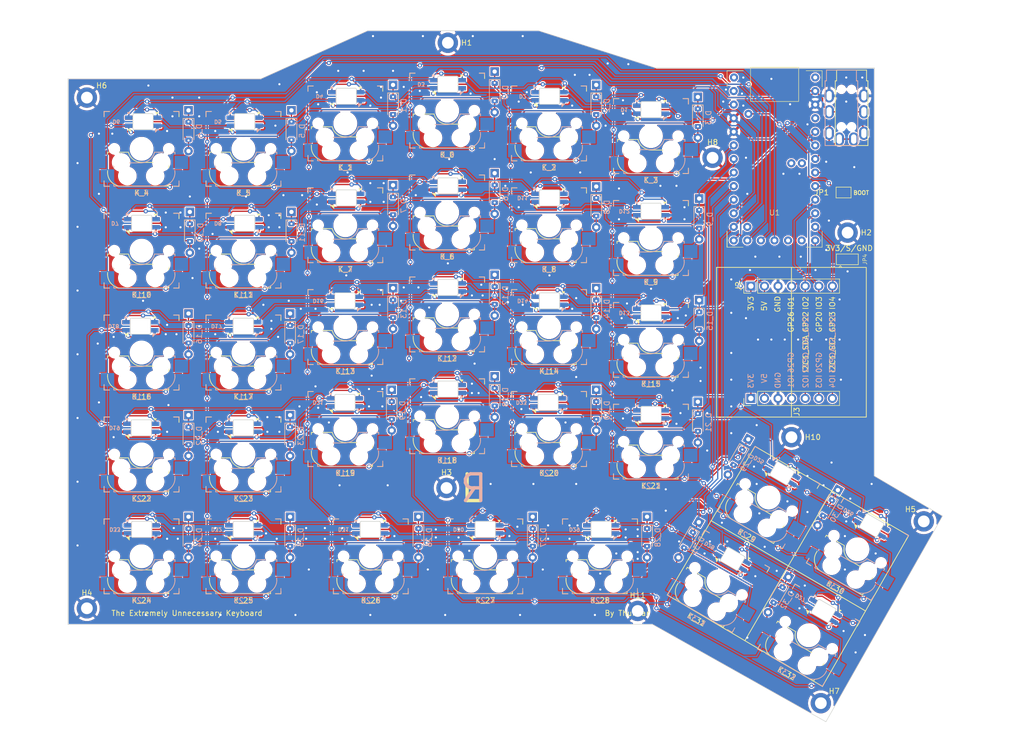
<source format=kicad_pcb>
(kicad_pcb (version 20241229) (generator "pcbnew") (generator_version "9.0")
  (layers (0 "F.Cu" signal) (2 "B.Cu" signal) (13 "F.Paste" user) (15 "B.Paste" user) (5 "F.SilkS" user "F.Silkscreen") (7 "B.SilkS" user "B.Silkscreen") (1 "F.Mask" user) (3 "B.Mask" user) (25 "Edge.Cuts" user))
  (net 0 "")
  (net 1 "Net-(D_0-A)")
  (net 2 "Net-(D_1-A)")
  (net 3 "col0")
  (net 4 "col1")
  (net 5 "col2")
  (net 6 "col3")
  (net 7 "col4")
  (net 8 "col5")
  (net 9 "Net-(D_2-A)")
  (net 10 "row0")
  (net 11 "row1")
  (net 12 "row2")
  (net 13 "row3")
  (net 14 "row4")
  (net 15 "row5")
  (net 16 "Net-(D_3-A)")
  (net 17 "Net-(D_4-A)")
  (net 18 "Net-(D_5-A)")
  (net 19 "Net-(D_6-A)")
  (net 20 "Net-(D_7-A)")
  (net 21 "Net-(D_8-A)")
  (net 22 "Net-(D_9-A)")
  (net 23 "Net-(D_10-A)")
  (net 24 "Net-(D_11-A)")
  (net 25 "Net-(D_12-A)")
  (net 26 "Net-(D_13-A)")
  (net 27 "Net-(D_14-A)")
  (net 28 "Net-(D_15-A)")
  (net 29 "Net-(D_16-A)")
  (net 30 "Net-(D_17-A)")
  (net 31 "Net-(D_18-A)")
  (net 32 "Net-(D_19-A)")
  (net 33 "Net-(D_20-A)")
  (net 34 "Net-(D_21-A)")
  (net 35 "Net-(D_22-A)")
  (net 36 "Net-(D_23-A)")
  (net 37 "Net-(D_24-A)")
  (net 38 "Net-(D_25-A)")
  (net 39 "Net-(D_26-A)")
  (net 40 "Net-(D_27-A)")
  (net 41 "Net-(D_28-A)")
  (net 42 "Net-(D_29-A)")
  (net 43 "Net-(D_30-A)")
  (net 44 "Net-(D_31-A)")
  (net 45 "Net-(D_32-A)")
  (net 46 "Net-(D1-DOUT)")
  (net 48 "Net-(D2-DOUT)")
  (net 49 "Net-(D3-DOUT)")
  (net 50 "IO4")
  (net 51 "Net-(D4-DOUT)")
  (net 52 "Net-(D5-DOUT)")
  (net 53 "Net-(D6-DOUT)")
  (net 54 "Net-(D7-DOUT)")
  (net 56 "Net-(D8-DOUT)")
  (net 59 "Net-(D10-DIN)")
  (net 60 "Net-(D10-DOUT)")
  (net 61 "Net-(D11-DOUT)")
  (net 62 "Net-(D12-DOUT)")
  (net 63 "Net-(D13-DOUT)")
  (net 66 "Net-(JP1-A)")
  (net 67 "Net-(D14-DOUT)")
  (net 69 "LED_POWER")
  (net 70 "GND")
  (net 71 "LED")
  (net 72 "Net-(D15-DOUT)")
  (net 73 "Net-(D16-DOUT)")
  (net 74 "Net-(D17-DOUT)")
  (net 75 "Net-(D18-DOUT)")
  (net 76 "Net-(D19-DOUT)")
  (net 77 "Net-(D20-DOUT)")
  (net 78 "Net-(D21-DOUT)")
  (net 79 "Net-(D22-DOUT)")
  (net 80 "Net-(D23-DOUT)")
  (net 81 "Net-(D24-DOUT)")
  (net 82 "Net-(D25-DOUT)")
  (net 83 "Net-(D26-DOUT)")
  (net 84 "Net-(D27-DOUT)")
  (net 85 "Net-(D28-DOUT)")
  (net 86 "Net-(D29-DOUT)")
  (net 87 "Net-(D30-DOUT)")
  (net 88 "Net-(D31-DOUT)")
  (net 89 "Net-(D32-DOUT)")
  (net 93 "TX")
  (net 94 "RX")
  (net 95 "IO2")
  (net 96 "3V3")
  (net 97 "IO3")
  (net 98 "IO1")
  (net 99 "SIDE")
  (footprint "EUK:Kailh_socket_MX_reversible" (layer "F.Cu") (at 286.975 156.7 180)
    (property "Reference" "K_3")
    (property "Value" "KEYSW")
  )
  (footprint "MountingHole:MountingHole_2.2mm_M2_DIN965_Pad" (layer "F.Cu") (at 298.5 160.75)
    (property "Reference" "H8")
    (property "Value" "MountingHole_Pad_MP")
  )
  (footprint "MountingHole:MountingHole_2.2mm_M2_DIN965_Pad" (layer "F.Cu") (at 313.25 213)
    (property "Reference" "H10")
    (property "Value" "MountingHole_Pad_MP")
  )
  (footprint "EUK:TRRS_JACK_MJ4PP9" (layer "F.Cu") (at 319.55 158.4625)
    (property "Reference" "J1" (hide yes))
    (property "Value" "TRRS" (hide yes))
  )
  (footprint "Connector_PinHeader_2.54mm:PinHeader_1x07_P2.54mm_Vertical" (layer "F.Cu") (at 305.67 205.75 90)
    (property "Reference" "J3")
    (property "Value" "IO")
  )
  (footprint "MountingHole:MountingHole_2.2mm_M2_DIN965_Pad" (layer "F.Cu") (at 338 228.75)
    (property "Reference" "H5")
    (property "Value" "MountingHole_Pad_MP")
  )
  (footprint "MountingHole:MountingHole_2.2mm_M2_DIN965_Pad" (layer "F.Cu") (at 248.75 222.5)
    (property "Reference" "H3")
    (property "Value" "MountingHole_Pad_MP")
  )
  (footprint "RP2040 pro micro:pro_micro_rp2040" (layer "F.Cu") (at 301.21 177.475)
    (property "Reference" "U1")
    (property "Value" "~")
  )
  (footprint "Jumper:SolderJumper-2_P1.3mm_Open_Pad1.0x1.5mm" (layer "F.Cu") (at 323 167.25)
    (property "Reference" "JP1")
    (property "Value" "SolderJumper_2_Open")
  )
  (footprint "Jumper:SolderJumper-3_P1.3mm_Open_Pad1.0x1.5mm" (layer "F.Cu") (at 323.7 179.75)
    (property "Reference" "JP4")
    (property "Value" "SIDE_SEL")
  )
  (footprint "MountingHole:MountingHole_2.2mm_M2_DIN965_Pad" (layer "F.Cu") (at 181.5 245)
    (property "Reference" "H4")
    (property "Value" "MountingHole_Pad_MP")
  )
  (footprint "MountingHole:MountingHole_2.2mm_M2_DIN965_Pad" (layer "F.Cu") (at 323.75 174.75)
    (property "Reference" "H2")
    (property "Value" "MountingHole_Pad_MP")
  )
  (footprint "MountingHole:MountingHole_2.2mm_M2_DIN965_Pad" (layer "F.Cu") (at 249 139.25)
    (property "Reference" "H1")
    (property "Value" "MountingHole_Pad_MP")
  )
  (footprint "MountingHole:MountingHole_2.2mm_M2_DIN965_Pad" (layer "F.Cu") (at 284.5 245.5)
    (property "Reference" "H11")
    (property "Value" "MountingHole_Pad_MP")
  )
  (footprint "Connector_PinHeader_2.54mm:PinHeader_1x07_P2.54mm_Vertical" (layer "F.Cu") (at 305.67 184.75 90)
    (property "Reference" "J2")
    (property "Value" "IO")
  )
  (footprint "MountingHole:MountingHole_2.2mm_M2_DIN965_Pad" (layer "F.Cu") (at 181.5 149.5)
    (property "Reference" "H6")
    (property "Value" "MountingHole_Pad_MP")
  )
  (footprint "MountingHole:MountingHole_2.2mm_M2_DIN965_Pad" (layer "F.Cu") (at 318.75 262.75)
    (property "Reference" "H7")
    (property "Value" "MountingHole_Pad_MP")
  )
  (footprint "EUK:Kailh_socket_MX_reversible" (layer "B.Cu") (at 248.875 151.9375)
    (property "Reference" "K_0")
    (property "Value" "KEYSW")
  )
  (footprint "EUK:D_SOD-123_Reversible" (layer "B.Cu") (at 257.75 148.5 -90)
    (property "Reference" "D_0")
    (property "Value" "D")
  )
  (footprint "EUK:Kailh_socket_MX_reversible" (layer "B.Cu") (at 229.825 154.31875)
    (property "Reference" "K_1")
    (property "Value" "KEYSW")
  )
  (footprint "EUK:D_SOD-123_Reversible" (layer "B.Cu") (at 238.75 151 -90)
    (property "Reference" "D_1")
    (property "Value" "D")
  )
  (footprint "EUK:Kailh_socket_MX_reversible" (layer "B.Cu") (at 267.925 154.31875)
    (property "Reference" "K_2")
    (property "Value" "KEYSW")
  )
  (footprint "EUK:D_SOD-123_Reversible" (layer "B.Cu") (at 276.75 151 -90)
    (property "Reference" "D_2")
    (property "Value" "D")
  )
  (footprint "EUK:D_SOD-123_Reversible" (layer "B.Cu") (at 295.75 153.25 -90)
    (property "Reference" "D_3")
    (property "Value" "D")
  )
  (footprint "EUK:Kailh_socket_MX_reversible" (layer "B.Cu") (at 191.725 159.08125)
    (property "Reference" "K_4")
    (property "Value" "KEYSW")
  )
  (footprint "EUK:D_SOD-123_Reversible" (layer "B.Cu") (at 200.5 155.75 -90)
    (property "Reference" "D_4")
    (property "Value" "D")
  )
  (footprint "EUK:Kailh_socket_MX_reversible" (layer "B.Cu") (at 210.775 159.08125)
    (property "Reference" "K_5")
    (property "Value" "KEYSW")
  )
  (footprint "EUK:D_SOD-123_Reversible" (layer "B.Cu") (at 219.75 155.75 -90)
    (property "Reference" "D_5")
    (property "Value" "D")
  )
  (footprint "EUK:Kailh_socket_MX_reversible" (layer "B.Cu") (at 248.875 170.9875)
    (property "Reference" "K_6")
    (property "Value" "KEYSW")
  )
  (footprint "EUK:D_SOD-123_Reversible" (layer "B.Cu") (at 257.75 167.5 -90)
    (property "Reference" "D_6")
    (property "Value" "D")
  )
  (footprint "EUK:Kailh_socket_MX_reversible" (layer "B.Cu") (at 229.825 173.36875)
    (property "Reference" "K_7")
    (property "Value" "KEYSW")
  )
  (footprint "EUK:D_SOD-123_Reversible" (layer "B.Cu") (at 238.75 169.75 -90)
    (property "Reference" "D_7")
    (property "Value" "D")
  )
  (footprint "EUK:Kailh_socket_MX_reversible" (layer "B.Cu") (at 267.925 173.36875)
    (property "Reference" "K_8")
    (property "Value" "KEYSW")
  )
  (footprint "EUK:D_SOD-123_Reversible" (layer "B.Cu") (at 276.75 170 -90)
    (property "Reference" "D_8")
    (property "Value" "D")
  )
  (footprint "EUK:Kailh_socket_MX_reversible" (layer "B.Cu") (at 286.975 175.75)
    (property "Reference" "K_9")
    (property "Value" "KEYSW" (hide yes))
  )
  (footprint "EUK:D_SOD-123_Reversible" (layer "B.Cu") (at 296 172.25 -90)
    (property "Reference" "D_9")
    (property "Value" "D")
  )
  (footprint "EUK:Kailh_socket_MX_reversible" (layer "B.Cu") (at 191.725 178.13125)
    (property "Reference" "K_10")
    (property "Value" "KEYSW" (hide yes))
  )
  (footprint "EUK:D_SOD-123_Reversible" (layer "B.Cu") (at 200.75 174.75 -90)
    (property "Reference" "D_10")
    (property "Value" "D")
  )
  (footprint "EUK:Kailh_socket_MX_reversible" (layer "B.Cu") (at 210.775 178.13125)
    (property "Reference" "K_11")
    (property "Value" "KEYSW" (hide yes))
  )
  (footprint "EUK:D_SOD-123_Reversible" (layer "B.Cu") (at 219.75 174.75 -90)
    (property "Reference" "D_11")
    (property "Value" "D")
  )
  (footprint "EUK:Kailh_socket_MX_reversible" (layer "B.Cu") (at 248.875 190.0375)
    (property "Reference" "K_12")
    (property "Value" "KEYSW")
  )
  (footprint "EUK:D_SOD-123_Reversible" (layer "B.Cu") (at 257.75 186.5 -90)
    (property "Reference" "D_12")
    (property "Value" "D")
  )
  (footprint "EUK:Kailh_socket_MX_reversible" (layer "B.Cu") (at 229.825 192.41875)
    (property "Reference" "K_13")
    (property "Value" "KEYSW")
  )
  (footprint "EUK:D_SOD-123_Reversible" (layer "B.Cu") (at 238.75 189 -90)
    (property "Reference" "D_13")
    (property "Value" "D")
  )
  (footprint "EUK:Kailh_socket_MX_reversible" (layer "B.Cu") (at 267.925 192.41875)
    (property "Reference" "K_14")
    (property "Value" "KEYSW" (hide yes))
  )
  (footprint "EUK:D_SOD-123_Reversible" (layer "B.Cu") (at 276.75 189 -90)
    (property "Reference" "D_14")
    (property "Value" "D")
  )
  (footprint "EUK:Kailh_socket_MX_reversible" (layer "B.Cu") (at 286.975 194.8)
    (property "Reference" "K_15")
    (property "Value" "KEYSW")
  )
  (footprint "EUK:D_SOD-123_Reversible" (layer "B.Cu") (at 296 191.25 -90)
    (property "Reference" "D_15")
    (property "Value" "D")
  )
  (footprint "EUK:Kailh_socket_MX_reversible" (layer "B.Cu") (at 191.725 197.18125)
    (property "Reference" "K_16")
    (property "Value" "KEYSW")
  )
  (footprint "EUK:D_SOD-123_Reversible" (layer "B.Cu") (at 200.5 193.75 -90)
    (property "Reference" "D_16")
    (property "Value" "D")
  )
  (footprint "EUK:Kailh_socket_MX_reversible" (layer "B.Cu") (at 210.775 197.18125)
    (property "Reference" "K_17")
    (property "Value" "KEYSW")
  )
  (footprint "EUK:D_SOD-123_Reversible" (layer "B.Cu") (at 219.5 193.75 -90)
    (property "Reference" "D_17")
    (property "Value" "D")
  )
  (footprint "EUK:Kailh_socket_MX_reversible" (layer "B.Cu") (at 248.875 209.0875)
    (property "Reference" "K_18")
    (property "Value" "KEYSW")
  )
  (footprint "EUK:D_SOD-123_Reversible" (layer "B.Cu") (at 257.75 205.5 -90)
    (property "Reference" "D_18")
    (property "Value" "D")
  )
  (footprint "EUK:Kailh_socket_MX_reversible" (layer "B.Cu") (at 229.825 211.46875)
    (property "Reference" "K_19")
    (property "Value" "KEYSW")
  )
  (footprint "EUK:D_SOD-123_Reversible" (layer "B.Cu") (at 238.5 208 -90)
    (property "Reference" "D_19")
    (property "Value" "D")
  )
  (footprint "EUK:Kailh_socket_MX_reversible" (layer "B.Cu") (at 267.925 211.46875)
    (property "Reference" "K_20")
    (property "Value" "KEYSW")
  )
  (footprint "EUK:D_SOD-123_Reversible" (layer "B.Cu") (at 276.75 208 -90)
    (property "Reference" "D_20")
    (property "Value" "D")
  )
  (footprint "EUK:Kailh_socket_MX_reversible" (layer "B.Cu") (at 286.975 213.85)
    (property "Reference" "K_21")
    (property "Value" "KEYSW" (hide yes))
  )
  (footprint "EUK:D_SOD-123_Reversible" (layer "B.Cu") (at 295.75 210.25 -90)
    (property "Reference" "D_21")
    (property "Value" "D")
  )
  (footprint "EUK:Kailh_socket_MX_reversible" (layer "B.Cu") (at 191.725 216.23125)
    (property "Reference" "K_22")
    (property "Value" "KEYSW")
  )
  (footprint "EUK:D_SOD-123_Reversible" (layer "B.Cu") (at 200.5 212.75 -90)
    (property "Reference" "D_22")
    (property "Value" "D")
  )
  (footprint "EUK:Kailh_socket_MX_reversible" (layer "B.Cu") (at 210.775 216.23125)
    (property "Reference" "K_23")
    (property "Value" "KEYSW")
  )
  (footprint "EUK:D_SOD-123_Reversible" (layer "B.Cu") (at 219.5 212.75 -90)
    (property "Reference" "D_23")
    (property "Value" "D")
  )
  (footprint "EUK:Kailh_socket_MX_reversible" (layer "B.Cu") (at 191.725 235.28125)
    (property "Reference" "K_24")
    (property "Value" "KEYSW")
  )
  (footprint "EUK:D_SOD-123_Reversible" (layer "B.Cu") (at 200.5 231.75 -90)
    (property "Reference" "D_24")
    (property "Value" "D")
  )
  (footprint "EUK:Kailh_socket_MX_reversible" (layer "B.Cu") (at 210.775 235.28125)
    (property "Reference" "K_25")
    (property "Value" "KEYSW")
  )
  (footprint "EUK:D_SOD-123_Reversible" (layer "B.Cu") (at 219.5 231.75 -90)
    (property "Reference" "D_25")
    (property "Value" "D")
  )
  (footprint "EUK:Kailh_socket_MX_reversible" (layer "B.Cu") (at 234.5875 235.28125)
    (property "Reference" "K_26")
    (property "Value" "KEYSW")
  )
  (footprint "EUK:D_SOD-123_Reversible" (layer "B.Cu") (at 243.5 231.75 -90)
    (property "Reference" "D_26")
    (property "Value" "D")
  )
  (footprint "EUK:Kailh_socket_MX_reversible" (layer "B.Cu") (at 256 235.28125)
    (property "Reference" "K_27")
    (property "Value" "KEYSW")
  )
  (footprint "EUK:D_SOD-123_Reversible" (layer "B.Cu") (at 264.8625 231.75 -90)
    (property "Reference" "D_27")
    (property "Value" "D")
  )
  (footprint "EUK:Kailh_socket_MX_reversible" (layer "B.Cu") (at 277.45 235.28125)
    (property "Reference" "K_28")
    (property "Value" "KEYSW")
  )
  (footprint "EUK:D_SOD-123_Reversible" (layer "B.Cu") (at 286.25 231.75 -90)
    (property "Reference" "D_28")
    (property "Value" "D")
  )
  (footprint "EUK:Kailh_socket_MX_reversible" (layer "B.Cu") (at 309 224.282399 -30)
    (property "Reference" "K_29")
    (property "Value" "KEYSW" (hide yes))
  )
  (footprint "EUK:D_SOD-123_Reversible" (layer "B.Cu") (at 303.25 216.75 -120)
    (property "Reference" "D_29")
    (property "Value" "D")
  )
  (footprint "EUK:Kailh_socket_MX_reversible" (layer "B.Cu") (at 325.600591 233.96 -30)
    (property "Reference" "K_30")
    (property "Value" "KEYSW")
  )
  (footprint "EUK:D_SOD-123_Reversible" (layer "B.Cu") (at 320 226.25 -120)
    (property "Reference" "D_30")
    (property "Value" "D")
  )
  (footprint "EUK:Kailh_socket_MX_reversible" (layer "B.Cu") (at 299.600591 239.96 -30)
    (property "Reference" "K_31")
    (property "Value" "KEYSW")
  )
  (footprint "EUK:D_SOD-123_Reversible" (layer "B.Cu") (at 294 232.25 -120)
    (property "Reference" "D_31")
    (property "Value" "D")
  )
  (footprint "EUK:Kailh_socket_MX_reversible" (layer "B.Cu") (at 316.486284 250.04 -30)
    (property "Reference" "K_32")
    (property "Value" "KEYSW")
  )
  (footprint "EUK:D_SOD-123_Reversible" (layer "B.Cu") (at 310.75 242.5 -120)
    (property "Reference" "D_32")
    (property "Value" "D")
  )
  (footprint "EUK:SK6812-MINI-E" (layer "B.Cu") (at 311.5 219.75 150)
    (property "Reference" "D25")
    (property "Value" "WS2812B" (hide yes))
    (fp_line (start 1.7 -1.5) (end -1.7 -1.5) (stroke (width 0.12)) (layer "Edge.Cuts"))
    (fp_line (start 1.9 1.3) (end 1.9 -1.3) (stroke (width 0.12)) (layer "Edge.Cuts"))
    (fp_line (start -1.9 -1.3) (end -1.9 1.3) (stroke (width 0.12)) (layer "Edge.Cuts"))
    (fp_line (start -1.7 1.5) (end 1.7 1.5) (stroke (width 0.12)) (layer "Edge.Cuts"))
    (fp_arc (start 1.7 -1.5) (mid 1.841421 -1.441421) (end 1.9 -1.3) (stroke (width 0.12)) (layer "Edge.Cuts"))
    (fp_arc (start 1.9 1.3) (mid 1.841421 1.441421) (end 1.7 1.5) (stroke (width 0.12)) (layer "Edge.Cuts"))
    (fp_arc (start -1.9 -1.3) (mid -1.841421 -1.441421) (end -1.7 -1.5) (stroke (width 0.12)) (layer "Edge.Cuts"))
    (fp_arc (start -1.7 1.5) (mid -1.841421 1.441421) (end -1.9 1.3) (stroke (width 0.12)) (layer "Edge.Cuts"))
  )
  (footprint "EUK:SK6812-MINI-E" (layer "B.Cu") (at 268 149.25 180)
    (property "Reference" "D2")
    (property "Value" "WS2812B" (hide yes))
    (fp_line (start 1.9 1.3) (end 1.9 -1.3) (stroke (width 0.12)) (layer "Edge.Cuts"))
    (fp_line (start 1.7 -1.5) (end -1.7 -1.5) (stroke (width 0.12)) (layer "Edge.Cuts"))
    (fp_line (start -1.7 1.5) (end 1.7 1.5) (stroke (width 0.12)) (layer "Edge.Cuts"))
    (fp_line (start -1.9 -1.3) (end -1.9 1.3) (stroke (width 0.12)) (layer "Edge.Cuts"))
    (fp_arc (start 1.9 1.3) (mid 1.841421 1.441421) (end 1.7 1.5) (stroke (width 0.12)) (layer "Edge.Cuts"))
    (fp_arc (start 1.7 -1.5) (mid 1.841421 -1.441421) (end 1.9 -1.3) (stroke (width 0.12)) (layer "Edge.Cuts"))
    (fp_arc (start -1.7 1.5) (mid -1.841421 1.441421) (end -1.9 1.3) (stroke (width 0.12)) (layer "Edge.Cuts"))
    (fp_arc (start -1.9 -1.3) (mid -1.841421 -1.441421) (end -1.7 -1.5) (stroke (width 0.12)) (layer "Edge.Cuts"))
  )
  (footprint "EUK:SK6812-MINI-E" (layer "B.Cu") (at 319.25 245.5 150)
    (property "Reference" "D27")
    (property "Value" "WS2812B" (hide yes))
    (fp_line (start 1.7 -1.5) (end -1.7 -1.5) (stroke (width 0.12)) (layer "Edge.Cuts"))
    (fp_line (start 1.9 1.3) (end 1.9 -1.3) (stroke (width 0.12)) (layer "Edge.Cuts"))
    (fp_line (start -1.9 -1.3) (end -1.9 1.3) (stroke (width 0.12)) (layer "Edge.Cuts"))
    (fp_line (start -1.7 1.5) (end 1.7 1.5) (stroke (width 0.12)) (layer "Edge.Cuts"))
    (fp_arc (start 1.7 -1.5) (mid 1.841421 -1.441421) (end 1.9 -1.3) (stroke (width 0.12)) (layer "Edge.Cuts"))
    (fp_arc (start 1.9 1.3) (mid 1.841421 1.441421) (end 1.7 1.5) (stroke (width 0.12)) (layer "Edge.Cuts"))
    (fp_arc (start -1.9 -1.3) (mid -1.841421 -1.441421) (end -1.7 -1.5) (stroke (width 0.12)) (layer "Edge.Cuts"))
    (fp_arc (start -1.7 1.5) (mid -1.841421 1.441421) (end -1.9 1.3) (stroke (width 0.12)) (layer "Edge.Cuts"))
  )
  (footprint "EUK:SK6812-MINI-E" (layer "B.Cu") (at 191.75 230.25 180)
    (property "Reference" "D33")
    (property "Value" "WS2812B" (hide yes))
    (fp_line (start 1.9 1.3) (end 1.9 -1.3) (stroke (width 0.12)) (layer "Edge.Cuts"))
    (fp_line (start 1.7 -1.5) (end -1.7 -1.5) (stroke (width 0.12)) (layer "Edge.Cuts"))
    (fp_line (start -1.7 1.5) (end 1.7 1.5) (stroke (width 0.12)) (layer "Edge.Cuts"))
    (fp_line (start -1.9 -1.3) (end -1.9 1.3) (stroke (width 0.12)) (layer "Edge.Cuts"))
    (fp_arc (start 1.9 1.3) (mid 1.841421 1.441421) (end 1.7 1.5) (stroke (width 0.12)) (layer "Edge.Cuts"))
    (fp_arc (start 1.7 -1.5) (mid 1.841421 -1.441421) (end 1.9 -1.3) (stroke (width 0.12)) (layer "Edge.Cuts"))
    (fp_arc (start -1.7 1.5) (mid -1.841421 1.441421) (end -1.9 1.3) (stroke (width 0.12)) (layer "Edge.Cuts"))
    (fp_arc (start -1.9 -1.3) (mid -1.841421 -1.441421) (end -1.7 -1.5) (stroke (width 0.12)) (layer "Edge.Cuts"))
  )
  (footprint "EUK:SK6812-MINI-E" (layer "B.Cu") (at 302.25 235.75 150)
    (property "Reference" "D28")
    (property "Value" "WS2812B" (hide yes))
    (fp_line (start 1.7 -1.5) (end -1.7 -1.5) (stroke (width 0.12)) (layer "Edge.Cuts"))
    (fp_line (start 1.9 1.3) (end 1.9 -1.3) (stroke (width 0.12)) (layer "Edge.Cuts"))
    (fp_line (start -1.9 -1.3) (end -1.9 1.3) (stroke (width 0.12)) (layer "Edge.Cuts"))
    (fp_line (start -1.7 1.5) (end 1.7 1.5) (stroke (width 0.12)) (layer "Edge.Cuts"))
    (fp_arc (start 1.7 -1.5) (mid 1.841421 -1.441421) (end 1.9 -1.3) (stroke (width 0.12)) (layer "Edge.Cuts"))
    (fp_arc (start 1.9 1.3) (mid 1.841421 1.441421) (end 1.7 1.5) (stroke (width 0.12)) (layer "Edge.Cuts"))
    (fp_arc (start -1.9 -1.3) (mid -1.841421 -1.441421) (end -1.7 -1.5) (stroke (width 0.12)) (layer "Edge.Cuts"))
    (fp_arc (start -1.7 1.5) (mid -1.841421 1.441421) (end -1.9 1.3) (stroke (width 0.12)) (layer "Edge.Cuts"))
  )
  (footprint "EUK:SK6812-MINI-E" (layer "B.Cu") (at 210.75 230.25 180)
    (property "Reference" "D32")
    (property "Value" "WS2812B" (hide yes))
    (fp_line (start 1.9 1.3) (end 1.9 -1.3) (stroke (width 0.12)) (layer "Edge.Cuts"))
    (fp_line (start 1.7 -1.5) (end -1.7 -1.5) (stroke (width 0.12)) (layer "Edge.Cuts"))
    (fp_line (start -1.7 1.5) (end 1.7 1.5) (stroke (width 0.12)) (layer "Edge.Cuts"))
    (fp_line (start -1.9 -1.3) (end -1.9 1.3) (stroke (width 0.12)) (layer "Edge.Cuts"))
    (fp_arc (start 1.9 1.3) (mid 1.841421 1.441421) (end 1.7 1.5) (stroke (width 0.12)) (layer "Edge.Cuts"))
    (fp_arc (start 1.7 -1.5) (mid 1.841421 -1.441421) (end 1.9 -1.3) (stroke (width 0.12)) (layer "Edge.Cuts"))
    (fp_arc (start -1.7 1.5) (mid -1.841421 1.441421) (end -1.9 1.3) (stroke (width 0.12)) (layer "Edge.Cuts"))
    (fp_arc (start -1.9 -1.3) (mid -1.841421 -1.441421) (end -1.7 -1.5) (stroke (width 0.12)) (layer "Edge.Cuts"))
  )
  (footprint "EUK:SK6812-MINI-E" (layer "B.Cu") (at 234.5 230.25 180)
    (property "Reference" "D31")
    (property "Value" "WS2812B" (hide yes))
    (fp_line (start 1.9 1.3) (end 1.9 -1.3) (stroke (width 0.12)) (layer "Edge.Cuts"))
    (fp_line (start 1.7 -1.5) (end -1.7 -1.5) (stroke (width 0.12)) (layer "Edge.Cuts"))
    (fp_line (start -1.7 1.5) (end 1.7 1.5) (stroke (width 0.12)) (layer "Edge.Cuts"))
    (fp_line (start -1.9 -1.3) (end -1.9 1.3) (stroke (width 0.12)) (layer "Edge.Cuts"))
    (fp_arc (start 1.9 1.3) (mid 1.841421 1.441421) (end 1.7 1.5) (stroke (width 0.12)) (layer "Edge.Cuts"))
    (fp_arc (start 1.7 -1.5) (mid 1.841421 -1.441421) (end 1.9 -1.3) (stroke (width 0.12)) (layer "Edge.Cuts"))
    (fp_arc (start -1.7 1.5) (mid -1.841421 1.441421) (end -1.9 1.3) (stroke (width 0.12)) (layer "Edge.Cuts"))
    (fp_arc (start -1.9 -1.3) (mid -1.841421 -1.441421) (end -1.7 -1.5) (stroke (width 0.12)) (layer "Edge.Cuts"))
  )
  (footprint "EUK:SK6812-MINI-E" (layer "B.Cu") (at 249 147 180)
    (property "Reference" "D3")
    (property "Value" "WS2812B" (hide yes))
    (fp_line (start 1.9 1.3) (end 1.9 -1.3) (stroke (width 0.12)) (layer "Edge.Cuts"))
    (fp_line (start 1.7 -1.5) (end -1.7 -1.5) (stroke (width 0.12)) (layer "Edge.Cuts"))
    (fp_line (start -1.7 1.5) (end 1.7 1.5) (stroke (width 0.12)) (layer "Edge.Cuts"))
    (fp_line (start -1.9 -1.3) (end -1.9 1.3) (stroke (width 0.12)) (layer "Edge.Cuts"))
    (fp_arc (start 1.9 1.3) (mid 1.841421 1.441421) (end 1.7 1.5) (stroke (width 0.12)) (layer "Edge.Cuts"))
    (fp_arc (start 1.7 -1.5) (mid 1.841421 -1.441421) (end 1.9 -1.3) (stroke (width 0.12)) (layer "Edge.Cuts"))
    (fp_arc (start -1.7 1.5) (mid -1.841421 1.441421) (end -1.9 1.3) (stroke (width 0.12)) (layer "Edge.Cuts"))
    (fp_arc (start -1.9 -1.3) (mid -1.841421 -1.441421) (end -1.7 -1.5) (stroke (width 0.12)) (layer "Edge.Cuts"))
  )
  (footprint "EUK:SK6812-MINI-E" (layer "B.Cu") (at 287 170.75 180)
    (property "Reference" "D12")
    (property "Value" "WS2812B" (hide yes))
    (fp_line (start 1.9 1.3) (end 1.9 -1.3) (stroke (width 0.12)) (layer "Edge.Cuts"))
    (fp_line (start 1.7 -1.5) (end -1.7 -1.5) (stroke (width 0.12)) (layer "Edge.Cuts"))
    (fp_line (start -1.7 1.5) (end 1.7 1.5) (stroke (width 0.12)) (layer "Edge.Cuts"))
    (fp_line (start -1.9 -1.3) (end -1.9 1.3) (stroke (width 0.12)) (layer "Edge.Cuts"))
    (fp_arc (start 1.9 1.3) (mid 1.841421 1.441421) (end 1.7 1.5) (stroke (width 0.12)) (layer "Edge.Cuts"))
    (fp_arc (start 1.7 -1.5) (mid 1.841421 -1.441421) (end 1.9 -1.3) (stroke (width 0.12)) (layer "Edge.Cuts"))
    (fp_arc (start -1.7 1.5) (mid -1.841421 1.441421) (end -1.9 1.3) (stroke (width 0.12)) (layer "Edge.Cuts"))
    (fp_arc (start -1.9 -1.3) (mid -1.841421 -1.441421) (end -1.7 -1.5) (stroke (width 0.12)) (layer "Edge.Cuts"))
  )
  (footprint "EUK:SK6812-MINI-E" (layer "B.Cu") (at 249 185 180)
    (property "Reference" "D15" (hide yes))
    (property "Value" "WS2812B" (hide yes))
    (fp_line (start 1.9 1.3) (end 1.9 -1.3) (stroke (width 0.12)) (layer "Edge.Cuts"))
    (fp_line (start 1.7 -1.5) (end -1.7 -1.5) (stroke (width 0.12)) (layer "Edge.Cuts"))
    (fp_line (start -1.7 1.5) (end 1.7 1.5) (stroke (width 0.12)) (layer "Edge.Cuts"))
    (fp_line (start -1.9 -1.3) (end -1.9 1.3) (stroke (width 0.12)) (layer "Edge.Cuts"))
    (fp_arc (start 1.9 1.3) (mid 1.841421 1.441421) (end 1.7 1.5) (stroke (width 0.12)) (layer "Edge.Cuts"))
    (fp_arc (start 1.7 -1.5) (mid 1.841421 -1.441421) (end 1.9 -1.3) (stroke (width 0.12)) (layer "Edge.Cuts"))
    (fp_arc (start -1.7 1.5) (mid -1.841421 1.441421) (end -1.9 1.3) (stroke (width 0.12)) (layer "Edge.Cuts"))
    (fp_arc (start -1.9 -1.3) (mid -1.841421 -1.441421) (end -1.7 -1.5) (stroke (width 0.12)) (layer "Edge.Cuts"))
  )
  (footprint "EUK:SK6812-MINI-E" (layer "B.Cu") (at 287 151.75 180)
    (property "Reference" "D1")
    (property "Value" "WS2812B" (hide yes))
    (fp_line (start 1.9 1.3) (end 1.9 -1.3) (stroke (width 0.12)) (layer "Edge.Cuts"))
    (fp_line (start 1.7 -1.5) (end -1.7 -1.5) (stroke (width 0.12)) (layer "Edge.Cuts"))
    (fp_line (start -1.7 1.5) (end 1.7 1.5) (stroke (width 0.12)) (layer "Edge.Cuts"))
    (fp_line (start -1.9 -1.3) (end -1.9 1.3) (stroke (width 0.12)) (layer "Edge.Cuts"))
    (fp_arc (start 1.9 1.3) (mid 1.841421 1.441421) (end 1.7 1.5) (stroke (width 0.12)) (layer "Edge.Cuts"))
    (fp_arc (start 1.7 -1.5) (mid 1.841421 -1.441421) (end 1.9 -1.3) (stroke (width 0.12)) (layer "Edge.Cuts"))
    (fp_arc (start -1.7 1.5) (mid -1.841421 1.441421) (end -1.9 1.3) (stroke (width 0.12)) (layer "Edge.Cuts"))
    (fp_arc (start -1.9 -1.3) (mid -1.841421 -1.441421) (end -1.7 -1.5) (stroke (width 0.12)) (layer "Edge.Cuts"))
  )
  (footprint "EUK:SK6812-MINI-E" (layer "B.Cu") (at 229.75 187.5 180)
    (property "Reference" "D16")
    (property "Value" "WS2812B" (hide yes))
    (fp_line (start 1.9 1.3) (end 1.9 -1.3) (stroke (width 0.12)) (layer "Edge.Cuts"))
    (fp_line (start 1.7 -1.5) (end -1.7 -1.5) (stroke (width 0.12)) (layer "Edge.Cuts"))
    (fp_line (start -1.7 1.5) (end 1.7 1.5) (stroke (width 0.12)) (layer "Edge.Cuts"))
    (fp_line (start -1.9 -1.3) (end -1.9 1.3) (stroke (width 0.12)) (layer "Edge.Cuts"))
    (fp_arc (start 1.9 1.3) (mid 1.841421 1.441421) (end 1.7 1.5) (stroke (width 0.12)) (layer "Edge.Cuts"))
    (fp_arc (start 1.7 -1.5) (mid 1.841421 -1.441421) (end 1.9 -1.3) (stroke (width 0.12)) (layer "Edge.Cuts"))
    (fp_arc (start -1.7 1.5) (mid -1.841421 1.441421) (end -1.9 1.3) (stroke (width 0.12)) (layer "Edge.Cuts"))
    (fp_arc (start -1.9 -1.3) (mid -1.841421 -1.441421) (end -1.7 -1.5) (stroke (width 0.12)) (layer "Edge.Cuts"))
  )
  (footprint "EUK:SK6812-MINI-E" (layer "B.Cu") (at 191.5 192.25 180)
    (property "Reference" "D18")
    (property "Value" "WS2812B" (hide yes))
    (fp_line (start 1.9 1.3) (end 1.9 -1.3) (stroke (width 0.12)) (layer "Edge.Cuts"))
    (fp_line (start 1.7 -1.5) (end -1.7 -1.5) (stroke (width 0.12)) (layer "Edge.Cuts"))
    (fp_line (start -1.7 1.5) (end 1.7 1.5) (stroke (width 0.12)) (layer "Edge.Cuts"))
    (fp_line (start -1.9 -1.3) (end -1.9 1.3) (stroke (width 0.12)) (layer "Edge.Cuts"))
    (fp_arc (start 1.9 1.3) (mid 1.841421 1.441421) (end 1.7 1.5) (stroke (width 0.12)) (layer "Edge.Cuts"))
    (fp_arc (start 1.7 -1.5) (mid 1.841421 -1.441421) (end 1.9 -1.3) (stroke (width 0.12)) (layer "Edge.Cuts"))
    (fp_arc (start -1.7 1.5) (mid -1.841421 1.441421) (end -1.9 1.3) (stroke (width 0.12)) (layer "Edge.Cuts"))
    (fp_arc (start -1.9 -1.3) (mid -1.841421 -1.441421) (end -1.7 -1.5) (stroke (width 0.12)) (layer "Edge.Cuts"))
  )
  (footprint "EUK:SK6812-MINI-E" (layer "B.Cu") (at 277.675 230.25 180)
    (property "Reference" "D29")
    (property "Value" "WS2812B" (hide yes))
    (fp_line (start 1.9 1.3) (end 1.9 -1.3) (stroke (width 0.12)) (layer "Edge.Cuts"))
    (fp_line (start 1.7 -1.5) (end -1.7 -1.5) (stroke (width 0.12)) (layer "Edge.Cuts"))
    (fp_line (start -1.7 1.5) (end 1.7 1.5) (stroke (width 0.12)) (layer "Edge.Cuts"))
    (fp_line (start -1.9 -1.3) (end -1.9 1.3) (stroke (width 0.12)) (layer "Edge.Cuts"))
    (fp_arc (start 1.9 1.3) (mid 1.841421 1.441421) (end 1.7 1.5) (stroke (width 0.12)) (layer "Edge.Cuts"))
    (fp_arc (start 1.7 -1.5) (mid 1.841421 -1.441421) (end 1.9 -1.3) (stroke (width 0.12)) (layer "Edge.Cuts"))
    (fp_arc (start -1.7 1.5) (mid -1.841421 1.441421) (end -1.9 1.3) (stroke (width 0.12)) (layer "Edge.Cuts"))
    (fp_arc (start -1.9 -1.3) (mid -1.841421 -1.441421) (end -1.7 -1.5) (stroke (width 0.12)) (layer "Edge.Cuts"))
  )
  (footprint "EUK:SK6812-MINI-E" (layer "B.Cu") (at 287 189.75 180)
    (property "Reference" "D13")
    (property "Value" "WS2812B" (hide yes))
    (fp_line (start 1.9 1.3) (end 1.9 -1.3) (stroke (width 0.12)) (layer "Edge.Cuts"))
    (fp_line (start 1.7 -1.5) (end -1.7 -1.5) (stroke (width 0.12)) (layer "Edge.Cuts"))
    (fp_line (start -1.7 1.5) (end 1.7 1.5) (stroke (width 0.12)) (layer "Edge.Cuts"))
    (fp_line (start -1.9 -1.3) (end -1.9 1.3) (stroke (width 0.12)) (layer "Edge.Cuts"))
    (fp_arc (start 1.9 1.3) (mid 1.841421 1.441421) (end 1.7 1.5) (stroke (width 0.12)) (layer "Edge.Cuts"))
    (fp_arc (start 1.7 -1.5) (mid 1.841421 -1.441421) (end 1.9 -1.3) (stroke (width 0.12)) (layer "Edge.Cuts"))
    (fp_arc (start -1.7 1.5) (mid -1.841421 1.441421) (end -1.9 1.3) (stroke (width 0.12)) (layer "Edge.Cuts"))
    (fp_arc (start -1.9 -1.3) (mid -1.841421 -1.441421) (end -1.7 -1.5) (stroke (width 0.12)) (layer "Edge.Cuts"))
  )
  (footprint "EUK:SK6812-MINI-E" (layer "B.Cu") (at 192 154 180)
    (property "Reference" "D6")
    (property "Value" "WS2812B" (hide yes))
    (fp_line (start 1.9 1.3) (end 1.9 -1.3) (stroke (width 0.12)) (layer "Edge.Cuts"))
    (fp_line (start 1.7 -1.5) (end -1.7 -1.5) (stroke (width 0.12)) (layer "Edge.Cuts"))
    (fp_line (start -1.7 1.5) (end 1.7 1.5) (stroke (width 0.12)) (layer "Edge.Cuts"))
    (fp_line (start -1.9 -1.3) (end -1.9 1.3) (stroke (width 0.12)) (layer "Edge.Cuts"))
    (fp_arc (start 1.9 1.3) (mid 1.841421 1.441421) (end 1.7 1.5) (stroke (width 0.12)) (layer "Edge.Cuts"))
    (fp_arc (start 1.7 -1.5) (mid 1.841421 -1.441421) (end 1.9 -1.3) (stroke (width 0.12)) (layer "Edge.Cuts"))
    (fp_arc (start -1.7 1.5) (mid -1.841421 1.441421) (end -1.9 1.3) (stroke (width 0.12)) (layer "Edge.Cuts"))
    (fp_arc (start -1.9 -1.3) (mid -1.841421 -1.441421) (end -1.7 -1.5) (stroke (width 0.12)) (layer "Edge.Cuts"))
  )
  (footprint "EUK:SK6812-MINI-E" (layer "B.Cu") (at 229.75 206.5 180)
    (property "Reference" "D21")
    (property "Value" "WS2812B" (hide yes))
    (fp_line (start 1.9 1.3) (end 1.9 -1.3) (stroke (width 0.12)) (layer "Edge.Cuts"))
    (fp_line (start 1.7 -1.5) (end -1.7 -1.5) (stroke (width 0.12)) (layer "Edge.Cuts"))
    (fp_line (start -1.7 1.5) (end 1.7 1.5) (stroke (width 0.12)) (layer "Edge.Cuts"))
    (fp_line (start -1.9 -1.3) (end -1.9 1.3) (stroke (width 0.12)) (layer "Edge.Cuts"))
    (fp_arc (start 1.9 1.3) (mid 1.841421 1.441421) (end 1.7 1.5) (stroke (width 0.12)) (layer "Edge.Cuts"))
    (fp_arc (start 1.7 -1.5) (mid 1.841421 -1.441421) (end 1.9 -1.3) (stroke (width 0.12)) (layer "Edge.Cuts"))
    (fp_arc (start -1.7 1.5) (mid -1.841421 1.441421) (end -1.9 1.3) (stroke (width 0.12)) (layer "Edge.Cuts"))
    (fp_arc (start -1.9 -1.3) (mid -1.841421 -1.441421) (end -1.7 -1.5) (stroke (width 0.12)) (layer "Edge.Cuts"))
  )
  (footprint "EUK:SK6812-MINI-E" (layer "B.Cu") (at 230 149.25 180)
    (property "Reference" "D4")
    (property "Value" "WS2812B" (hide yes))
    (fp_line (start 1.9 1.3) (end 1.9 -1.3) (stroke (width 0.12)) (layer "Edge.Cuts"))
    (fp_line (start 1.7 -1.5) (end -1.7 -1.5) (stroke (width 0.12)) (layer "Edge.Cuts"))
    (fp_line (start -1.7 1.5) (end 1.7 1.5) (stroke (width 0.12)) (layer "Edge.Cuts"))
    (fp_line (start -1.9 -1.3) (end -1.9 1.3) (stroke (width 0.12)) (layer "Edge.Cuts"))
    (fp_arc (start 1.9 1.3) (mid 1.841421 1.441421) (end 1.7 1.5) (stroke (width 0.12)) (layer "Edge.Cuts"))
    (fp_arc (start 1.7 -1.5) (mid 1.841421 -1.441421) (end 1.9 -1.3) (stroke (width 0.12)) (layer "Edge.Cuts"))
    (fp_arc (start -1.7 1.5) (mid -1.841421 1.441421) (end -1.9 1.3) (stroke (width 0.12)) (layer "Edge.Cuts"))
    (fp_arc (start -1.9 -1.3) (mid -1.841421 -1.441421) (end -1.7 -1.5) (stroke (width 0.12)) (layer "Edge.Cuts"))
  )
  (footprint "EUK:SK6812-MINI-E" (layer "B.Cu") (at 328.25 229.5 150)
    (property "Reference" "D26")
    (property "Value" "WS2812B" (hide yes))
    (fp_line (start 1.7 -1.5) (end -1.7 -1.5) (stroke (width 0.12)) (layer "Edge.Cuts"))
    (fp_line (start 1.9 1.3) (end 1.9 -1.3) (stroke (width 0.12)) (layer "Edge.Cuts"))
    (fp_line (start -1.9 -1.3) (end -1.9 1.3) (stroke (width 0.12)) (layer "Edge.Cuts"))
    (fp_line (start -1.7 1.5) (end 1.7 1.5) (stroke (width 0.12)) (layer "Edge.Cuts"))
    (fp_arc (start 1.7 -1.5) (mid 1.841421 -1.441421) (end 1.9 -1.3) (stroke (width 0.12)) (layer "Edge.Cuts"))
    (fp_arc (start 1.9 1.3) (mid 1.841421 1.441421) (end 1.7 1.5) (stroke (width 0.12)) (layer "Edge.Cuts"))
    (fp_arc (start -1.9 -1.3) (mid -1.841421 -1.441421) (end -1.7 -1.5) (stroke (width 0.12)) (layer "Edge.Cuts"))
    (fp_arc (start -1.7 1.5) (mid -1.841421 1.441421) (end -1.9 1.3) (stroke (width 0.12)) (layer "Edge.Cuts"))
  )
  (footprint "EUK:SK6812-MINI-E" (layer "B.Cu") (at 210.75 211.25 180)
    (property "Reference" "D20" (hide yes))
    (property "Value" "WS2812B" (hide yes))
    (fp_line (start 1.9 1.3) (end 1.9 -1.3) (stroke (width 0.12)) (layer "Edge.Cuts"))
    (fp_line (start 1.7 -1.5) (end -1.7 -1.5) (stroke (width 0.12)) (layer "Edge.Cuts"))
    (fp_line (start -1.7 1.5) (end 1.7 1.5) (stroke (width 0.12)) (layer "Edge.Cuts"))
    (fp_line (start -1.9 -1.3) (end -1.9 1.3) (stroke (width 0.12)) (layer "Edge.Cuts"))
    (fp_arc (start 1.9 1.3) (mid 1.841421 1.441421) (end 1.7 1.5) (stroke (width 0.12)) (layer "Edge.Cuts"))
    (fp_arc (start 1.7 -1.5) (mid 1.841421 -1.441421) (end 1.9 -1.3) (stroke (width 0.12)) (layer "Edge.Cuts"))
    (fp_arc (start -1.7 1.5) (mid -1.841421 1.441421) (end -1.9 1.3) (stroke (width 0.12)) (layer "Edge.Cuts"))
    (fp_arc (start -1.9 -1.3) (mid -1.841421 -1.441421) (end -1.7 -1.5) (stroke (width 0.12)) (layer "Edge.Cuts"))
  )
  (footprint "EUK:SK6812-MINI-E" (layer "B.Cu") (at 210.75 192.25 180)
    (property "Reference" "D17")
    (property "Value" "WS2812B" (hide yes))
    (fp_line (start 1.9 1.3) (end 1.9 -1.3) (stroke (width 0.12)) (layer "Edge.Cuts"))
    (fp_line (start 1.7 -1.5) (end -1.7 -1.5) (stroke (width 0.12)) (layer "Edge.Cuts"))
    (fp_line (start -1.7 1.5) (end 1.7 1.5) (stroke (width 0.12)) (layer "Edge.Cuts"))
    (fp_line (start -1.9 -1.3) (end -1.9 1.3) (stroke (width 0.12)) (layer "Edge.Cuts"))
    (fp_arc (start 1.9 1.3) (mid 1.841421 1.441421) (end 1.7 1.5) (stroke (width 0.12)) (layer "Edge.Cuts"))
    (fp_arc (start 1.7 -1.5) (mid 1.841421 -1.441421) (end 1.9 -1.3) (stroke (width 0.12)) (layer "Edge.Cuts"))
    (fp_arc (start -1.7 1.5) (mid -1.841421 1.441421) (end -1.9 1.3) (stroke (width 0.12)) (layer "Edge.Cuts"))
    (fp_arc (start -1.9 -1.3) (mid -1.841421 -1.441421) (end -1.7 -1.5) (stroke (width 0.12)) (layer "Edge.Cuts"))
  )
  (footprint "EUK:SK6812-MINI-E" (layer "B.Cu") (at 211 154 180)
    (property "Reference" "D5")
    (property "Value" "WS2812B" (hide yes))
    (fp_line (start 1.9 1.3) (end 1.9 -1.3) (stroke (width 0.12)) (layer "Edge.Cuts"))
    (fp_line (start 1.7 -1.5) (end -1.7 -1.5) (stroke (width 0.12)) (layer "Edge.Cuts"))
    (fp_line (start -1.7 1.5) (end 1.7 1.5) (stroke (width 0.12)) (layer "Edge.Cuts"))
    (fp_line (start -1.9 -1.3) (end -1.9 1.3) (stroke (width 0.12)) (layer "Edge.Cuts"))
    (fp_arc (start 1.9 1.3) (mid 1.841421 1.441421) (end 1.7 1.5) (stroke (width 0.12)) (layer "Edge.Cuts"))
    (fp_arc (start 1.7 -1.5) (mid 1.841421 -1.441421) (end 1.9 -1.3) (stroke (width 0.12)) (layer "Edge.Cuts"))
    (fp_arc (start -1.7 1.5) (mid -1.841421 1.441421) (end -1.9 1.3) (stroke (width 0.12)) (layer "Edge.Cuts"))
    (fp_arc (start -1.9 -1.3) (mid -1.841421 -1.441421) (end -1.7 -1.5) (stroke (width 0.12)) (layer "Edge.Cuts"))
  )
  (footprint "EUK:SK6812-MINI-E" (layer "B.Cu") (at 268 168.25 180)
    (property "Reference" "D11")
    (property "Value" "WS2812B" (hide yes))
    (fp_line (start 1.9 1.3) (end 1.9 -1.3) (stroke (width 0.12)) (layer "Edge.Cuts"))
    (fp_line (start 1.7 -1.5) (end -1.7 -1.5) (stroke (width 0.12)) (layer "Edge.Cuts"))
    (fp_line (start -1.7 1.5) (end 1.7 1.5) (stroke (width 0.12)) (layer "Edge.Cuts"))
    (fp_line (start -1.9 -1.3) (end -1.9 1.3) (stroke (width 0.12)) (layer "Edge.Cuts"))
    (fp_arc (start 1.9 1.3) (mid 1.841421 1.441421) (end 1.7 1.5) (stroke (width 0.12)) (layer "Edge.Cuts"))
    (fp_arc (start 1.7 -1.5) (mid 1.841421 -1.441421) (end 1.9 -1.3) (stroke (width 0.12)) (layer "Edge.Cuts"))
    (fp_arc (start -1.7 1.5) (mid -1.841421 1.441421) (end -1.9 1.3) (stroke (width 0.12)) (layer "Edge.Cuts"))
    (fp_arc (start -1.9 -1.3) (mid -1.841421 -1.441421) (end -1.7 -1.5) (stroke (width 0.12)) (layer "Edge.Cuts"))
  )
  (footprint "EUK:SK6812-MINI-E" (layer "B.Cu") (at 256 230.25 180)
    (property "Reference" "D30")
    (property "Value" "WS2812B" (hide yes))
    (fp_line (start 1.9 1.3) (end 1.9 -1.3) (stroke (width 0.12)) (layer "Edge.Cuts"))
    (fp_line (start 1.7 -1.5) (end -1.7 -1.5) (stroke (width 0.12)) (layer "Edge.Cuts"))
    (fp_line (start -1.7 1.5) (end 1.7 1.5) (stroke (width 0.12)) (layer "Edge.Cuts"))
    (fp_line (start -1.9 -1.3) (end -1.9 1.3) (stroke (width 0.12)) (layer "Edge.Cuts"))
    (fp_arc (start 1.9 1.3) (mid 1.841421 1.441421) (end 1.7 1.5) (stroke (width 0.12)) (layer "Edge.Cuts"))
    (fp_arc (start 1.7 -1.5) (mid 1.841421 -1.441421) (end 1.9 -1.3) (stroke (width 0.12)) (layer "Edge.Cuts"))
    (fp_arc (start -1.7 1.5) (mid -1.841421 1.441421) (end -1.9 1.3) (stroke (width 0.12)) (layer "Edge.Cuts"))
    (fp_arc (start -1.9 -1.3) (mid -1.841421 -1.441421) (end -1.7 -1.5) (stroke (width 0.12)) (layer "Edge.Cuts"))
  )
  (footprint "EUK:SK6812-MINI-E" (layer "B.Cu") (at 211 173 180)
    (property "Reference" "D8")
    (property "Value" "WS2812B" (hide yes))
    (fp_line (start 1.9 1.3) (end 1.9 -1.3) (stroke (width 0.12)) (layer "Edge.Cuts"))
    (fp_line (start 1.7 -1.5) (end -1.7 -1.5) (stroke (width 0.12)) (layer "Edge.Cuts"))
    (fp_line (start -1.7 1.5) (end 1.7 1.5) (stroke (width 0.12)) (layer "Edge.Cuts"))
    (fp_line (start -1.9 -1.3) (end -1.9 1.3) (stroke (width 0.12)) (layer "Edge.Cuts"))
    (fp_arc (start 1.9 1.3) (mid 1.841421 1.441421) (end 1.7 1.5) (stroke (width 0.12)) (layer "Edge.Cuts"))
    (fp_arc (start 1.7 -1.5) (mid 1.841421 -1.441421) (end 1.9 -1.3) (stroke (width 0.12)) (layer "Edge.Cuts"))
    (fp_arc (start -1.7 1.5) (mid -1.841421 1.441421) (end -1.9 1.3) (stroke (width 0.12)) (layer "Edge.Cuts"))
    (fp_arc (start -1.9 -1.3) (mid -1.841421 -1.441421) (end -1.7 -1.5) (stroke (width 0.12)) (layer "Edge.Cuts"))
  )
  (footprint "EUK:SK6812-MINI-E" (layer "B.Cu") (at 191.75 173 180)
    (property "Reference" "D7")
    (property "Value" "WS2812B" (hide yes))
    (fp_line (start 1.9 1.3) (end 1.9 -1.3) (stroke (width 0.12)) (layer "Edge.Cuts"))
    (fp_line (start 1.7 -1.5) (end -1.7 -1.5) (stroke (width 0.12)) (layer "Edge.Cuts"))
    (fp_line (start -1.7 1.5) (end 1.7 1.5) (stroke (width 0.12)) (layer "Edge.Cuts"))
    (fp_line (start -1.9 -1.3) (end -1.9 1.3) (stroke (width 0.12)) (layer "Edge.Cuts"))
    (fp_arc (start 1.9 1.3) (mid 1.841421 1.441421) (end 1.7 1.5) (stroke (width 0.12)) (layer "Edge.Cuts"))
    (fp_arc (start 1.7 -1.5) (mid 1.841421 -1.441421) (end 1.9 -1.3) (stroke (width 0.12)) (layer "Edge.Cuts"))
    (fp_arc (start -1.7 1.5) (mid -1.841421 1.441421) (end -1.9 1.3) (stroke (width 0.12)) (layer "Edge.Cuts"))
    (fp_arc (start -1.9 -1.3) (mid -1.841421 -1.441421) (end -1.7 -1.5) (stroke (width 0.12)) (layer "Edge.Cuts"))
  )
  (footprint "EUK:SK6812-MINI-E" (layer "B.Cu") (at 249 166 180)
    (property "Reference" "D10" (hide yes))
    (property "Value" "WS2812B" (hide yes))
    (fp_line (start 1.9 1.3) (end 1.9 -1.3) (stroke (width 0.12)) (layer "Edge.Cuts"))
    (fp_line (start 1.7 -1.5) (end -1.7 -1.5) (stroke (width 0.12)) (layer "Edge.Cuts"))
    (fp_line (start -1.7 1.5) (end 1.7 1.5) (stroke (width 0.12)) (layer "Edge.Cuts"))
    (fp_line (start -1.9 -1.3) (end -1.9 1.3) (stroke (width 0.12)) (layer "Edge.Cuts"))
    (fp_arc (start 1.9 1.3) (mid 1.841421 1.441421) (end 1.7 1.5) (stroke (width 0.12)) (layer "Edge.Cuts"))
    (fp_arc (start 1.7 -1.5) (mid 1.841421 -1.441421) (end 1.9 -1.3) (stroke (width 0.12)) (layer "Edge.Cuts"))
    (fp_arc (start -1.7 1.5) (mid -1.841421 1.441421) (end -1.9 1.3) (stroke (width 0.12)) (layer "Edge.Cuts"))
    (fp_arc (start -1.9 -1.3) (mid -1.841421 -1.441421) (end -1.7 -1.5) (stroke (width 0.12)) (layer "Edge.Cuts"))
  )
  (footprint "EUK:SK6812-MINI-E" (layer "B.Cu") (at 249 204 180)
    (property "Reference" "D22" (hide yes))
    (property "Value" "WS2812B" (hide yes))
    (fp_line (start 1.9 1.3) (end 1.9 -1.3) (stroke (width 0.12)) (layer "Edge.Cuts"))
    (fp_line (start 1.7 -1.5) (end -1.7 -1.5) (stroke (width 0.12)) (layer "Edge.Cuts"))
    (fp_line (start -1.7 1.5) (end 1.7 1.5) (stroke (width 0.12)) (layer "Edge.Cuts"))
    (fp_line (start -1.9 -1.3) (end -1.9 1.3) (stroke (width 0.12)) (layer "Edge.Cuts"))
    (fp_arc (start 1.9 1.3) (mid 1.841421 1.441421) (end 1.7 1.5) (stroke (width 0.12)) (layer "Edge.Cuts"))
    (fp_arc (start 1.7 -1.5) (mid 1.841421 -1.441421) (end 1.9 -1.3) (stroke (width 0.12)) (layer "Edge.Cuts"))
    (fp_arc (start -1.7 1.5) (mid -1.841421 1.441421) (end -1.9 1.3) (stroke (width 0.12)) (layer "Edge.Cuts"))
    (fp_arc (start -1.9 -1.3) (mid -1.841421 -1.441421) (end -1.7 -1.5) (stroke (width 0.12)) (layer "Edge.Cuts"))
  )
  (footprint "EUK:SK6812-MINI-E" (layer "B.Cu") (at 268 187.5 180)
    (property "Reference" "D14")
    (property "Value" "WS2812B" (hide yes))
    (fp_line (start 1.9 1.3) (end 1.9 -1.3) (stroke (width 0.12)) (layer "Edge.Cuts"))
    (fp_line (start 1.7 -1.5) (end -1.7 -1.5) (stroke (width 0.12)) (layer "Edge.Cuts"))
    (fp_line (start -1.7 1.5) (end 1.7 1.5) (stroke (width 0.12)) (layer "Edge.Cuts"))
    (fp_line (start -1.9 -1.3) (end -1.9 1.3) (stroke (width 0.12)) (layer "Edge.Cuts"))
    (fp_arc (start 1.9 1.3) (mid 1.841421 1.441421) (end 1.7 1.5) (stroke (width 0.12)) (layer "Edge.Cuts"))
    (fp_arc (start 1.7 -1.5) (mid 1.841421 -1.441421) (end 1.9 -1.3) (stroke (width 0.12)) (layer "Edge.Cuts"))
    (fp_arc (start -1.7 1.5) (mid -1.841421 1.441421) (end -1.9 1.3) (stroke (width 0.12)) (layer "Edge.Cuts"))
    (fp_arc (start -1.9 -1.3) (mid -1.841421 -1.441421) (end -1.7 -1.5) (stroke (width 0.12)) (layer "Edge.Cuts"))
  )
  (footprint "EUK:SK6812-MINI-E" (layer "B.Cu") (at 230 168.25 180)
    (property "Reference" "D9" (hide yes))
    (property "Value" "WS2812B" (hide yes))
    (fp_line (start 1.9 1.3) (end 1.9 -1.3) (stroke (width 0.12)) (layer "Edge.Cuts"))
    (fp_line (start 1.7 -1.5) (end -1.7 -1.5) (stroke (width 0.12)) (layer "Edge.Cuts"))
    (fp_line (start -1.7 1.5) (end 1.7 1.5) (stroke (width 0.12)) (layer "Edge.Cuts"))
    (fp_line (start -1.9 -1.3) (end -1.9 1.3) (stroke (width 0.12)) (layer "Edge.Cuts"))
    (fp_arc (start 1.9 1.3) (mid 1.841421 1.441421) (end 1.7 1.5) (stroke (width 0.12)) (layer "Edge.Cuts"))
    (fp_arc (start 1.7 -1.5) (mid 1.841421 -1.441421) (end 1.9 -1.3) (stroke (width 0.12)) (layer "Edge.Cuts"))
    (fp_arc (start -1.7 1.5) (mid -1.841421 1.441421) (end -1.9 1.3) (stroke (width 0.12)) (layer "Edge.Cuts"))
    (fp_arc (start -1.9 -1.3) (mid -1.841421 -1.441421) (end -1.7 -1.5) (stroke (width 0.12)) (layer "Edge.Cuts"))
  )
  (footprint "EUK:SK6812-MINI-E" (layer "B.Cu") (at 287 208.75 180)
    (property "Reference" "D24" (hide yes))
    (property "Value" "WS2812B" (hide yes))
    (fp_line (start 1.9 1.3) (end 1.9 -1.3) (stroke (width 0.12)) (layer "Edge.Cuts"))
    (fp_line (start 1.7 -1.5) (end -1.7 -1.5) (stroke (width 0.12)) (layer "Edge.Cuts"))
    (fp_line (start -1.7 1.5) (end 1.7 1.5) (stroke (width 0.12)) (layer "Edge.Cuts"))
    (fp_line (start -1.9 -1.3) (end -1.9 1.3) (stroke (width 0.12)) (layer "Edge.Cuts"))
    (fp_arc (start 1.9 1.3) (mid 1.841421 1.441421) (end 1.7 1.5) (stroke (width 0.12)) (layer "Edge.Cuts"))
    (fp_arc (start 1.7 -1.5) (mid 1.841421 -1.441421) (end 1.9 -1.3) (stroke (width 0.12)) (layer "Edge.Cuts"))
    (fp_arc (start -1.7 1.5) (mid -1.841421 1.441421) (end -1.9 1.3) (stroke (width 0.12)) (layer "Edge.Cuts"))
    (fp_arc (start -1.9 -1.3) (mid -1.841421 -1.441421) (end -1.7 -1.5) (stroke (width 0.12)) (layer "Edge.Cuts"))
  )
  (footprint "EUK:SK6812-MINI-E" (layer "B.Cu") (at 191.675 211.25 180)
    (property "Reference" "D19")
    (property "Value" "WS2812B" (hide yes))
    (fp_line (start 1.9 1.3) (end 1.9 -1.3) (stroke (width 0.12)) (layer "Edge.Cuts"))
    (fp_line (start 1.7 -1.5) (end -1.7 -1.5) (stroke (width 0.12)) (layer "Edge.Cuts"))
    (fp_line (start -1.7 1.5) (end 1.7 1.5) (stroke (width 0.12)) (layer "Edge.Cuts"))
    (fp_line (start -1.9 -1.3) (end -1.9 1.3) (stroke (width 0.12)) (layer "Edge.Cuts"))
    (fp_arc (start 1.9 1.3) (mid 1.841421 1.441421) (end 1.7 1.5) (stroke (width 0.12)) (layer "Edge.Cuts"))
    (fp_arc (start 1.7 -1.5) (mid 1.841421 -1.441421) (end 1.9 -1.3) (stroke (width 0.12)) (layer "Edge.Cuts"))
    (fp_arc (start -1.7 1.5) (mid -1.841421 1.441421) (end -1.9 1.3) (stroke (width 0.12)) (layer "Edge.Cuts"))
    (fp_arc (start -1.9 -1.3) (mid -1.841421 -1.441421) (end -1.7 -1.5) (stroke (width 0.12)) (layer "Edge.Cuts"))
  )
  (footprint "EUK:SK6812-MINI-E" (layer "B.Cu") (at 267.75 206.5 180)
    (property "Reference" "D23")
    (property "Value" "WS2812B" (hide yes))
    (fp_line (start 1.9 1.3) (end 1.9 -1.3) (stroke (width 0.12)) (layer "Edge.Cuts"))
    (fp_line (start 1.7 -1.5) (end -1.7 -1.5) (stroke (width 0.12)) (layer "Edge.Cuts"))
    (fp_line (start -1.7 1.5) (end 1.7 1.5) (stroke (width 0.12)) (layer "Edge.Cuts"))
    (fp_line (start -1.9 -1.3) (end -1.9 1.3) (stroke (width 0.12)) (layer "Edge.Cuts"))
    (fp_arc (start 1.9 1.3) (mid 1.841421 1.441421) (end 1.7 1.5) (stroke (width 0.12)) (layer "Edge.Cuts"))
    (fp_arc (start 1.7 -1.5) (mid 1.841421 -1.441421) (end 1.9 -1.3) (stroke (width 0.12)) (layer "Edge.Cuts"))
    (fp_arc (start -1.7 1.5) (mid -1.841421 1.441421) (end -1.9 1.3) (stroke (width 0.12)) (layer "Edge.Cuts"))
    (fp_arc (start -1.9 -1.3) (mid -1.841421 -1.441421) (end -1.7 -1.5) (stroke (width 0.12)) (layer "Edge.Cuts"))
  )
  (gr_line (start 335.162769 231.397822) (end 319.048462 259.602178) (stroke (width 0.15)) (layer "F.SilkS"))
  (gr_line (start 319.048462 259.602178) (end 290.038413 242.522178) (stroke (width 0.15)) (layer "F.SilkS"))
  (gr_line (start 320.800296 223.059018) (end 304.543437 251.062178) (stroke (width 0.15)) (layer "F.SilkS"))
  (gr_line (start 313.25 181.25) (end 313.25 209.25) (stroke (width 0.15)) (layer "F.SilkS"))
  (gr_rect (start 299.25 181.25) (end 327.25 209.25) (stroke (width 0.15)) (fill no) (layer "F.SilkS"))
  (gr_line (start 306.437822 214.720213) (end 335.162769 231.397822) (stroke (width 0.15)) (layer "F.SilkS"))
  (gr_line (start 290.038413 242.522178) (end 306.437822 214.720213) (stroke (width 0.15)) (layer "F.SilkS"))
  (gr_line (start 298.238118 228.621195) (end 327.105616 245.499999) (stroke (width 0.15)) (layer "F.SilkS"))
  (gr_line (start 234 137) (end 266 137) (stroke (width 0.1)) (layer "Edge.Cuts"))
  (gr_line (start 178 146) (end 214 146) (stroke (width 0.1)) (layer "Edge.Cuts"))
  (gr_line (start 178 248) (end 178 146) (stroke (width 0.2)) (layer "Edge.Cuts"))
  (gr_line (start 341.5 227.75) (end 319.69952 266.221434) (stroke (width 0.1)) (layer "Edge.Cuts"))
  (gr_line (start 214 146) (end 234 137) (stroke (width 0.1)) (layer "Edge.Cuts"))
  (gr_line (start 341.5 227.75) (end 328.75 220.25) (stroke (width 0.1)) (layer "Edge.Cuts"))
  (gr_line (start 288 144) (end 328.75 144) (stroke (width 0.2)) (layer "Edge.Cuts"))
  (gr_line (start 328.75 144) (end 328.75 220.25) (stroke (width 0.1)) (layer "Edge.Cuts"))
  (gr_line (start 287.25 248) (end 319.69952 266.221434) (stroke (width 0.1)) (layer "Edge.Cuts"))
  (gr_line (start 266 137) (end 288 144) (stroke (width 0.1)) (layer "Edge.Cuts"))
  (gr_line (start 178 248) (end 287.25 248) (stroke (width 0.1)) (layer "Edge.Cuts"))
  (gr_text "The Extremely Unnecessary Keyboard" (at 186 246.5 0) (layer "F.SilkS") (effects (font (size 1 1)) (justify left bottom)))
  (gr_text "GP20" (at 319 193.5 90) (layer "F.SilkS") (effects (font (size 1 1)) (justify left bottom)))
  (gr_text "IO4" (at 321.5 189.25 90) (layer "F.SilkS") (effects (font (size 1 1)) (justify left bottom)))
  (gr_text "5V" (at 308.75 189.5 90) (layer "F.SilkS") (effects (font (size 1 1)) (justify left bottom)))
  (gr_text "GP26" (at 313.75 193.5 90) (layer "F.SilkS") (effects (font (size 1 1)) (justify left bottom)))
  (gr_text "IO3" (at 319 189.25 90) (layer "F.SilkS") (effects (font (size 1 1)) (justify left bottom)))
  (gr_text "GP23" (at 321.5 193.5 90) (layer "F.SilkS") (effects (font (size 1 1)) (justify left bottom)))
  (gr_text "3V3/S/GND" (at 319.5 178.25 0) (layer "F.SilkS") (effects (font (size 1 1)) (justify left bottom)))
  (gr_text "3V3" (at 306.25 189.5 90) (layer "F.SilkS") (effects (font (size 1 1)) (justify left bottom)))
  (gr_text "I2C1_SCL" (at 321.5 201 90) (layer "F.SilkS") (effects (font (size 1 1)) (justify left bottom)))
  (gr_text "By Thunkar" (at 278.25 246.5 0) (layer "F.SilkS") (effects (font (size 1 1)) (justify left bottom)))
  (gr_text "L" (at 251 225.5 0) (layer "F.SilkS") (effects (font (size 5 5) (thickness 0.625)) (justify left bottom)))
  (gr_text "BOOT" (at 324.75 167.75 0) (layer "F.SilkS") (effects (font (size 0.75 0.75) (thickness 0.15) (bold yes)) (justify left bottom)))
  (gr_text "I2C1_SDA" (at 316.5 201 90) (layer "F.SilkS") (effects (font (size 1 1)) (justify left bottom)))
  (gr_text "IO1" (at 313.75 189.25 90) (layer "F.SilkS") (effects (font (size 1 1)) (justify left bottom)))
  (gr_text "GP22" (at 316.5 193.5 90) (layer "F.SilkS") (effects (font (size 1 1)) (justify left bottom)))
  (gr_text "IO2" (at 316.5 189.25 90) (layer "F.SilkS") (effects (font (size 1 1)) (justify left bottom)))
  (gr_text "GND" (at 311.25 189.75 90) (layer "F.SilkS") (effects (font (size 1 1)) (justify left bottom)))
  (gr_text "5V" (at 308.75 201 90) (layer "B.SilkS") (effects (font (size 1 1)) (justify left bottom mirror)))
  (gr_text "IO4" (at 321.5 201.25 90) (layer "B.SilkS") (effects (font (size 1 1)) (justify left bottom mirror)))
  (gr_text "R" (at 256.75 225.5 0) (layer "B.SilkS") (effects (font (size 5 5) (thickness 0.625)) (justify left bottom mirror)))
  (gr_text "GND" (at 311.2965 200.75 90) (layer "B.SilkS") (effects (font (size 1 1)) (justify left bottom mirror)))
  (gr_text "IO1" (at 313.75 201.25 90) (layer "B.SilkS") (effects (font (size 1 1)) (justify left bottom mirror)))
  (gr_text "IO3" (at 319 201.25 90) (layer "B.SilkS") (effects (font (size 1 1)) (justify left bottom mirror)))
  (gr_text "IO2" (at 316.5 201.25 90) (layer "B.SilkS") (effects (font (size 1 1)) (justify left bottom mirror)))
  (gr_text "GP23" (at 321.5 197 90) (layer "B.SilkS") (effects (font (size 1 1)) (justify left bottom mirror)))
  (gr_text "I2C1_SCL" (at 316.5 190 90) (layer "B.SilkS") (effects (font (size 1 1)) (justify left bottom mirror)))
  (gr_text "GP22" (at 316.5 197 90) (layer "B.SilkS") (effects (font (size 1 1)) (justify left bottom mirror)))
  (gr_text "GP20" (at 319 197 90) (layer "B.SilkS") (effects (font (size 1 1)) (justify left bottom mirror)))
  (gr_text "GP26" (at 313.75 197 90) (layer "B.SilkS") (effects (font (size 1 1)) (justify left bottom mirror)))
  (gr_text "I2C1_SDA" (at 321.5 190 90) (layer "B.SilkS") (effects (font (size 1 1)) (justify left bottom mirror)))
  (gr_text "3V3" (at 306.25 201 90) (layer "B.SilkS") (effects (font (size 1 1)) (justify left bottom mirror)))
  (segment (start 241.315 152.682401) (end 244.497401 149.5) (width 0.25) (layer "F.Cu") (net 1))
  (segment (start 244.497401 149.5) (end 254.95 149.5) (width 0.25) (layer "F.Cu") (net 1))
  (segment (start 257.75 150.15) (end 257.75 152.25) (width 0.25) (layer "F.Cu") (net 1))
  (segment (start 254.95 149.5) (end 257.75 152.3) (width 0.25) (layer "F.Cu") (net 1))
  (segment (start 241.315 154.4775) (end 241.315 152.682401) (width 0.25) (layer "F.Cu") (net 1))
  (via (at 257.75 150.15) (size 0.8) (drill 0.4) (layers "F.Cu" "B.Cu") (net 1))
  (segment (start 256.325 154.4775) (end 257.75 153.0525) (width 0.25) (layer "B.Cu") (net 1))
  (segment (start 257.75 153.0525) (end 257.75 152.3) (width 0.25) (layer "B.Cu") (net 1))
  (segment (start 238.75 154.75) (end 238.75 152.65) (width 0.25) (layer "F.Cu") (net 2))
  (segment (start 235.75 151.75) (end 238.75 154.75) (width 0.25) (layer "F.Cu") (net 2))
  (segment (start 222.265 156.85875) (end 222.265 155.063651) (width 0.25) (layer "F.Cu") (net 2))
  (segment (start 222.265 155.063651) (end 225.578651 151.75) (width 0.25) (layer "F.Cu") (net 2))
  (segment (start 225.578651 151.75) (end 235.75 151.75) (width 0.25) (layer "F.Cu") (net 2))
  (via (at 238.75 152.65) (size 0.8) (drill 0.4) (layers "F.Cu" "B.Cu") (net 2))
  (segment (start 237.275 156.85875) (end 238.75 155.38375) (width 0.25) (layer "B.Cu") (net 2))
  (segment (start 197 166.25) (end 198.015 165.235) (width 0.25) (layer "F.Cu") (net 3))
  (segment (start 196.25 204.5) (end 198.015 202.735) (width 0.25) (layer "F.Cu") (net 3))
  (segment (start 196.25 242.5) (end 197.25 242.5) (width 0.25) (layer "F.Cu") (net 3))
  (segment (start 197.25 185.25) (end 198.015 184.485) (width 0.25) (layer "F.Cu") (net 3))
  (segment (start 196.25 223.5) (end 198.015 221.735) (width 0.25) (layer "F.Cu") (net 3))
  (segment (start 197.25 242.5) (end 198.015 241.735) (width 0.25) (layer "F.Cu") (net 3))
  (segment (start 198.015 184.485) (end 198.015 183.21125) (width 0.25) (layer "F.Cu") (net 3))
  (segment (start 198.015 241.735) (end 198.015 240.36125) (width 0.25) (layer "F.Cu") (net 3))
  (segment (start 196.25 185.25) (end 197.25 185.25) (width 0.25) (layer "F.Cu") (net 3))
  (via (at 196.25 185.25) (size 0.8) (drill 0.4) (layers "F.Cu" "B.Cu") (net 3))
  (via (at 197 166.25) (size 0.8) (drill 0.4) (layers "F.Cu" "B.Cu") (net 3))
  (via (at 196.25 223.5) (size 0.8) (drill 0.4) (layers "F.Cu" "B.Cu") (net 3))
  (via (at 196.25 204.5) (size 0.8) (drill 0.4) (layers "F.Cu" "B.Cu") (net 3))
  (via (at 196.25 242.5) (size 0.8) (drill 0.4) (layers "F.Cu" "B.Cu") (net 3))
  (segment (start 187.56375 204.5) (end 196.25 204.5) (width 0.25) (layer "B.Cu") (net 3))
  (segment (start 185.325 221.31125) (end 187.51375 223.5) (width 0.25) (layer "B.Cu") (net 3))
  (segment (start 187.36375 185.25) (end 196.25 185.25) (width 0.25) (layer "B.Cu") (net 3))
  (segment (start 187.46375 242.5) (end 196.25 242.5) (width 0.25) (layer "B.Cu") (net 3))
  (segment (start 225.626427 141.848) (end 218.724427 148.75) (width 0.25) (layer "B.Cu") (net 3))
  (segment (start 187.41375 166.25) (end 197 166.25) (width 0.25) (layer "B.Cu") (net 3))
  (segment (start 281.375 144.5) (end 278.723 141.848) (width 0.25) (layer "B.Cu") (net 3))
  (segment (start 278.723 141.848) (end 225.626427 141.848) (width 0.25) (layer "B.Cu") (net 3))
  (segment (start 185.325 164.16125) (end 185.325 240.36125) (width 0.25) (layer "B.Cu") (net 3))
  (segment (start 304.25 144.5) (end 281.375 144.5) (width 0.25) (layer "B.Cu") (net 3))
  (segment (start 310.08 150.33) (end 304.25 144.5) (width 0.25) (layer "B.Cu") (net 3))
  (segment (start 185.325 240.36125) (end 187.46375 242.5) (width 0.25) (layer "B.Cu") (net 3))
  (segment (start 185.325 202.26125) (end 187.56375 204.5) (width 0.25) (layer "B.Cu") (net 3))
  (segment (start 185.325 153.675) (end 185.325 164.16125) (width 0.25) (layer "B.Cu") (net 3))
  (segment (start 187.51375 223.5) (end 196.25 223.5) (width 0.25) (layer "B.Cu") (net 3))
  (segment (start 185.325 183.21125) (end 187.36375 185.25) (width 0.25) (layer "B.Cu") (net 3))
  (segment (start 218.724427 148.75) (end 190.25 148.75) (width 0.25) (layer "B.Cu") (net 3))
  (segment (start 310.08 176.215) (end 310.08 150.33) (width 0.25) (layer "B.Cu") (net 3))
  (segment (start 185.325 164.16125) (end 187.41375 166.25) (width 0.25) (layer "B.Cu") (net 3))
  (segment (start 190.25 148.75) (end 185.325 153.675) (width 0.25) (layer "B.Cu") (net 3))
  (segment (start 305.25 147) (end 301.5 147) (width 0.25) (layer "F.Cu") (net 4))
  (segment (start 215.5 204.5) (end 217.065 202.935) (width 0.25) (layer "F.Cu") (net 4))
  (segment (start 217.065 222.685) (end 217.065 221.31125) (width 0.25) (layer "F.Cu") (net 4))
  (segment (start 208.5 149.5) (end 208.75 149.5) (width 0.25) (layer "F.Cu") (net 4))
  (segment (start 216 242.75) (end 217.065 241.685) (width 0.25) (layer "F.Cu") (net 4))
  (segment (start 215.02625 185.25) (end 217.065 183.21125) (width 0.25) (layer "F.Cu") (net 4))
  (segment (start 301.5 147) (end 300 145.5) (width 0.25) (layer "F.Cu") (net 4))
  (segment (start 217.065 241.685) (end 217.065 240.36125) (width 0.25) (layer "F.Cu") (net 4))
  (segment (start 204 205.75) (end 204 215) (width 0.25) (layer "F.Cu") (net 4))
  (segment (start 217.065 165.685) (end 216.5 166.25) (width 0.25) (layer "F.Cu") (net 4))
  (segment (start 217.065 164.16125) (end 217.065 165.685) (width 0.25) (layer "F.Cu") (net 4))
  (segment (start 204 168.75) (end 204 176.75) (width 0.25) (layer "F.Cu") (net 4))
  (segment (start 215 223.5) (end 216.25 223.5) (width 0.25) (layer "F.Cu") (net 4))
  (segment (start 204 157.75) (end 204 154) (width 0.25) (layer "F.Cu") (net 4))
  (segment (start 216.25 223.5) (end 217.065 222.685) (width 0.25) (layer "F.Cu") (net 4))
  (segment (start 214.75 185.25) (end 215.02625 185.25) (width 0.25) (layer "F.Cu") (net 4))
  (segment (start 204 227.75) (end 204 234) (width 0.25) (layer "F.Cu") (net 4))
  (segment (start 215 242.75) (end 216 242.75) (width 0.25) (layer "F.Cu") (net 4))
  (segment (start 204 186.75) (end 204 196) (width 0.25) (layer "F.Cu") (net 4))
  (segment (start 204 154) (end 208.5 149.5) (width 0.25) (layer "F.Cu") (net 4))
  (via (at 215 223.5) (size 0.8) (drill 0.4) (layers "F.Cu" "B.Cu") (net 4))
  (via (at 204 196) (size 0.8) (drill 0.4) (layers "F.Cu" "B.Cu") (net 4))
  (via (at 204 186.75) (size 0.8) (drill 0.4) (layers "F.Cu" "B.Cu") (net 4))
  (via (at 204 168.75) (size 0.8) (drill 0.4) (layers "F.Cu" "B.Cu") (net 4))
  (via (at 204 234) (size 0.8) (drill 0.4) (layers "F.Cu" "B.Cu") (net 4))
  (via (at 208.75 149.5) (size 0.8) (drill 0.4) (layers "F.Cu" "B.Cu") (net 4))
  (via (at 215.5 204.5) (size 0.8) (drill 0.4) (layers "F.Cu" "B.Cu") (net 4))
  (via (at 305.25 147) (size 0.8) (drill 0.4) (layers "F.Cu" "B.Cu") (net 4))
  (via (at 204 227.75) (size 0.8) (drill 0.4) (layers "F.Cu" "B.Cu") (net 4))
  (via (at 300 145.5) (size 0.8) (drill 0.4) (layers "F.Cu" "B.Cu") (net 4))
  (via (at 204 176.75) (size 0.8) (drill 0.4) (layers "F.Cu" "B.Cu") (net 4))
  (via (at 216.5 166.25) (size 0.8) (drill 0.4) (layers "F.Cu" "B.Cu") (net 4))
  (via (at 214.75 185.25) (size 0.8) (drill 0.4) (layers "F.Cu" "B.Cu") (net 4))
  (via (at 204 215) (size 0.8) (drill 0.4) (layers "F.Cu" "B.Cu") (net 4))
  (via (at 204 157.75) (size 0.8) (drill 0.4) (layers "F.Cu" "B.Cu") (net 4))
  (via (at 215 242.75) (size 0.8) (drill 0.4) (layers "F.Cu" "B.Cu") (net 4))
  (via (at 204 205.75) (size 0.8) (drill 0.4) (layers "F.Cu" "B.Cu") (net 4))
  (segment (start 227.05172 142.299) (end 277.049 142.299) (width 0.25) (layer "B.Cu") (net 4))
  (segment (start 280.25 145.5) (end 300 145.5) (width 0.25) (layer "B.Cu") (net 4))
  (segment (start 206.56375 223.5) (end 215 223.5) (width 0.25) (layer "B.Cu") (net 4))
  (segment (start 204 215) (end 204 220.93625) (width 0.25) (layer "B.Cu") (net 4))
  (segment (start 204 176.75) (end 204 182.83625) (width 0.25) (layer "B.Cu") (net 4))
  (segment (start 204 234) (end 204 239.98625) (width 0.25) (layer "B.Cu") (net 4))
  (segment (start 225.813237 142.299) (end 226.44828 142.299) (width 0.25) (layer "B.Cu") (net 4))
  (segment (start 305.25 147) (end 309.25 151) (width 0.25) (layer "B.Cu") (net 4))
  (segment (start 204 205.75) (end 204 202.63625) (width 0.25) (layer "B.Cu") (net 4))
  (segment (start 307.54 176.215) (end 309.25 174.505) (width 0.25) (layer "B.Cu") (net 4))
  (segment (start 204.375 202.26125) (end 206.61375 204.5) (width 0.25) (layer "B.Cu") (net 4))
  (segment (start 309.25 151) (end 309.25 174.505) (width 0.25) (layer "B.Cu") (net 4))
  (segment (start 206.61375 204.5) (end 215.5 204.5) (width 0.25) (layer "B.Cu") (net 4))
  (segment (start 204.375 240.36125) (end 206.76375 242.75) (width 0.25) (layer "B.Cu") (net 4))
  (segment (start 204 168.75) (end 204 164.53625) (width 0.25) (layer "B.Cu") (net 4))
  (segment (start 204 186.75) (end 204 183.58625) (width 0.25) (layer "B.Cu") (net 4))
  (segment (start 206.46375 166.25) (end 204.375 164.16125) (width 0.25) (layer "B.Cu") (net 4))
  (segment (start 204 227.75) (end 204 221.68625) (width 0.25) (layer "B.Cu") (net 4))
  (segment (start 227.05072 142.298) (end 227.05172 142.299) (width 0.25) (layer "B.Cu") (net 4))
  (segment (start 204 157.75) (end 204 163.78625) (width 0.25) (layer "B.Cu") (net 4))
  (segment (start 218.612237 149.5) (end 225.813237 142.299) (width 0.25) (layer "B.Cu") (net 4))
  (segment (start 206.76375 242.75) (end 215 242.75) (width 0.25) (layer "B.Cu") (net 4))
  (segment (start 208.75 149.5) (end 218.612237 149.5) (width 0.25) (layer "B.Cu") (net 4))
  (segment (start 204.375 221.31125) (end 206.56375 223.5) (width 0.25) (layer "B.Cu") (net 4))
  (segment (start 204 196) (end 204 201.88625) (width 0.25) (layer "B.Cu") (net 4))
  (segment (start 204.375 183.21125) (end 206.41375 185.25) (width 0.25) (layer "B.Cu") (net 4))
  (segment (start 277.049 142.299) (end 280.25 145.5) (width 0.25) (layer "B.Cu") (net 4))
  (segment (start 226.44928 142.298) (end 227.05072 142.298) (width 0.25) (layer "B.Cu") (net 4))
  (segment (start 216.5 166.25) (end 206.46375 166.25) (width 0.25) (layer "B.Cu") (net 4))
  (segment (start 206.41375 185.25) (end 214.75 185.25) (width 0.25) (layer "B.Cu") (net 4))
  (segment (start 226.44828 142.299) (end 226.44928 142.298) (width 0.25) (layer "B.Cu") (net 4))
  (segment (start 222.75 146) (end 222.75 153.25) (width 0.25) (layer "F.Cu") (net 5))
  (segment (start 227.25 228.25) (end 227.25 233.75) (width 0.25) (layer "F.Cu") (net 5))
  (segment (start 225.726 143.024) (end 222.75 146) (width 0.25) (layer "F.Cu") (net 5))
  (segment (start 226.75 143.024) (end 225.726 143.024) (width 0.25) (layer "F.Cu") (net 5))
  (segment (start 239 242.75) (end 240.8775 240.8725) (width 0.25) (layer "F.Cu") (net 5))
  (segment (start 223 171.75) (end 223 162.5) (width 0.25) (layer "F.Cu") (net 5))
  (segment (start 236.115 159.635) (end 234.25 161.5) (width 0.25) (layer "F.Cu") (net 5))
  (segment (start 234.75 199.75) (end 236.115 198.385) (width 0.25) (layer "F.Cu") (net 5))
  (segment (start 234.5 180.5) (end 236.115 178.885) (width 0.25) (layer "F.Cu") (net 5))
  (segment (start 222.75 153.25) (end 222.762653 153.262653) (width 0.25) (layer "F.Cu") (net 5))
  (segment (start 222.75 182.25) (end 222.75 191.25) (width 0.25) (layer "F.Cu") (net 5))
  (segment (start 235 218.5) (end 236.115 217.385) (width 0.25) (layer "F.Cu") (net 5))
  (segment (start 234.25 218.5) (end 235 218.5) (width 0.25) (layer "F.Cu") (net 5))
  (segment (start 222.75 210.5) (end 222.75 200.75) (width 0.25) (layer "F.Cu") (net 5))
  (via (at 234.5 180.5) (size 0.8) (drill 0.4) (layers "F.Cu" "B.Cu") (net 5))
  (via (at 239 242.75) (size 0.8) (drill 0.4) (layers "F.Cu" "B.Cu") (net 5))
  (via (at 226.75 143.024) (size 0.8) (drill 0.4) (layers "F.Cu" "B.Cu") (net 5))
  (via (at 222.762653 153.262653) (size 0.8) (drill 0.4) (layers "F.Cu" "B.Cu") (net 5))
  (via (at 222.75 182.25) (size 0.8) (drill 0.4) (layers "F.Cu" "B.Cu") (net 5))
  (via (at 223 171.75) (size 0.8) (drill 0.4) (layers "F.Cu" "B.Cu") (net 5))
  (via (at 234.75 199.75) (size 0.8) (drill 0.4) (layers "F.Cu" "B.Cu") (net 5))
  (via (at 234.25 161.5) (size 0.8) (drill 0.4) (layers "F.Cu" "B.Cu") (net 5))
  (via (at 222.75 210.5) (size 0.8) (drill 0.4) (layers "F.Cu" "B.Cu") (net 5))
  (via (at 222.75 191.25) (size 0.8) (drill 0.4) (layers "F.Cu" "B.Cu") (net 5))
  (via (at 227.25 228.25) (size 0.8) (drill 0.4) (layers "F.Cu" "B.Cu") (net 5))
  (via (at 223 162.5) (size 0.8) (drill 0.4) (layers "F.Cu" "B.Cu") (net 5))
  (via (at 234.25 218.5) (size 0.8) (drill 0.4) (layers "F.Cu" "B.Cu") (net 5))
  (via (at 227.25 233.75) (size 0.8) (drill 0.4) (layers "F.Cu" "B.Cu") (net 5))
  (via (at 222.75 200.75) (size 0.8) (drill 0.4) (layers "F.Cu" "B.Cu") (net 5))
  (segment (start 223.425 178.44875) (end 225.47625 180.5) (width 0.25) (layer "B.Cu") (net 5))
  (segment (start 223.425 224.425) (end 223.425 216.54875) (width 0.25) (layer "B.Cu") (net 5))
  (segment (start 227.25 233.75) (end 227.25 239.42375) (width 0.25) (layer "B.Cu") (net 5))
  (segment (start 225.47625 180.5) (end 234.5 180.5) (width 0.25) (layer "B.Cu") (net 5))
  (segment (start 226.75 142.913116) (end 226.913116 142.75) (width 0.25) (layer "B.Cu") (net 5))
  (segment (start 223.425 216.54875) (end 225.37625 218.5) (width 0.25) (layer "B.Cu") (net 5))
  (segment (start 298.5 146) (end 299.5 147) (width 0.25) (layer "B.Cu") (net 5))
  (segment (start 226.913116 142.75) (end 276.5 142.75) (width 0.25) (layer "B.Cu") (net 5))
  (segment (start 308.5 172.715) (end 305 176.215) (width 0.25) (layer "B.Cu") (net 5))
  (segment (start 276.5 142.75) (end 279.75 146) (width 0.25) (layer "B.Cu") (net 5))
  (segment (start 299.5 147) (end 303.5 147) (width 0.25) (layer "B.Cu") (net 5))
  (segment (start 222.762653 154.112653) (end 222.75 154.125306) (width 0.25) (layer "B.Cu") (net 5))
  (segment (start 223 171.75) (end 223 178.02375) (width 0.25) (layer "B.Cu") (net 5))
  (segment (start 225.52625 161.5) (end 234.25 161.5) (width 0.25) (layer "B.Cu") (net 5))
  (segment (start 227.25 228.25) (end 223.425 224.425) (width 0.25) (layer "B.Cu") (net 5))
  (segment (start 228.1875 240.36125) (end 230.57625 242.75) (width 0.25) (layer "B.Cu") (net 5))
  (segment (start 222.75 182.25) (end 222.75 179.12375) (width 0.25) (layer "B.Cu") (net 5))
  (segment (start 225.67625 199.75) (end 234.75 199.75) (width 0.25) (layer "B.Cu") (net 5))
  (segment (start 308.5 152) (end 308.5 172.715) (width 0.25) (layer "B.Cu") (net 5))
  (segment (start 226.75 143.024) (end 226.75 142.913116) (width 0.25) (layer "B.Cu") (net 5))
  (segment (start 222.75 200.75) (end 222.75 198.17375) (width 0.25) (layer "B.Cu") (net 5))
  (segment (start 279.75 146) (end 298.5 146) (width 0.25) (layer "B.Cu") (net 5))
  (segment (start 222.75 154.125306) (end 222.75 158.72375) (width 0.25) (layer "B.Cu") (net 5))
  (segment (start 222.75 191.25) (end 222.75 196.82375) (width 0.25) (layer "B.Cu") (net 5))
  (segment (start 223.425 197.49875) (end 225.67625 199.75) (width 0.25) (layer "B.Cu") (net 5))
  (segment (start 223.425 159.39875) (end 225.52625 161.5) (width 0.25) (layer "B.Cu") (net 5))
  (segment (start 303.5 147) (end 308.5 152) (width 0.25) (layer "B.Cu") (net 5))
  (segment (start 222.75 210.5) (end 222.75 215.87375) (width 0.25) (layer "B.Cu") (net 5))
  (segment (start 222.762653 153.262653) (end 222.762653 154.112653) (width 0.25) (layer "B.Cu") (net 5))
  (segment (start 223 162.5) (end 223 159.82375) (width 0.25) (layer "B.Cu") (net 5))
  (segment (start 225.37625 218.5) (end 234.25 218.5) (width 0.25) (layer "B.Cu") (net 5))
  (segment (start 230.57625 242.75) (end 239 242.75) (width 0.25) (layer "B.Cu") (net 5))
  (segment (start 242 160.25) (end 242 169.75) (width 0.25) (layer "F.Cu") (net 6))
  (segment (start 253 216) (end 254 216) (width 0.25) (layer "F.Cu") (net 6))
  (segment (start 255.165 158.335) (end 255.165 157.0175) (width 0.25) (layer "F.Cu") (net 6))
  (segment (start 243 143.475) (end 242 144.475) (width 0.25) (layer "F.Cu") (net 6))
  (segment (start 253 178.25) (end 254.25 178.25) (width 0.25) (layer "F.Cu") (net 6))
  (segment (start 253.25 197.25) (end 254.5 197.25) (width 0.25) (layer "F.Cu") (net 6))
  (segment (start 262.29 240.765) (end 265.25 243.725) (width 0.25) (layer "F.Cu") (net 6))
  (segment (start 254.5 159) (end 255.165 158.335) (width 0.25) (layer "F.Cu") (net 6))
  (segment (start 242 150.972096) (end 241.986048 150.986048) (width 0.25) (layer "F.Cu") (net 6))
  (segment (start 290 244.25) (end 297.25 248.25) (width 0.25) (layer "F.Cu") (net 6))
  (segment (start 254 216) (end 255.165 214.835) (width 0.25) (layer "F.Cu") (net 6))
  (segment (start 242 180.25) (end 242 188.75) (width 0.25) (layer "F.Cu") (net 6))
  (segment (start 254.5 197.25) (end 255.165 196.585) (width 0.25) (layer "F.Cu") (net 6))
  (segment (start 300.75 248.25) (end 302.507891 247.504409) (width 0.25) (layer "F.Cu") (net 6))
  (segment (start 297.25 248.25) (end 300.75 248.25) (width 0.25) (layer "F.Cu") (net 6))
  (segment (start 249 228.5) (end 249 234) (width 0.25) (layer "F.Cu") (net 6))
  (segment (start 255.165 177.335) (end 255.165 176.0675) (width 0.25) (layer "F.Cu") (net 6))
  (segment (start 254.25 178.25) (end 255.165 177.335) (width 0.25) (layer "F.Cu") (net 6))
  (segment (start 242 144.475) (end 242 150.972096) (width 0.25) (layer "F.Cu") (net 6))
  (segment (start 253.5 159) (end 254.5 159) (width 0.25) (layer "F.Cu") (net 6))
  (segment (start 241.75 198.25) (end 241.75 208) (width 0.25) (layer "F.Cu") (net 6))
  (segment (start 255.165 196.585) (end 255.165 195.1175) (width 0.25) (layer "F.Cu") (net 6))
  (segment (start 243.775 143.475) (end 243 143.475) (width 0.25) (layer "F.Cu") (net 6))
  (via (at 241.75 208) (size 0.8) (drill 0.4) (layers "F.Cu" "B.Cu") (net 6))
  (via (at 249 228.5) (size 0.8) (drill 0.4) (layers "F.Cu" "B.Cu") (net 6))
  (via (at 253 178.25) (size 0.8) (drill 0.4) (layers "F.Cu" "B.Cu") (net 6))
  (via (at 242 188.75) (size 0.8) (drill 0.4) (layers "F.Cu" "B.Cu") (net 6))
  (via (at 241.986048 150.986048) (size 0.8) (drill 0.4) (layers "F.Cu" "B.Cu") (net 6))
  (via (at 243.775 143.475) (size 0.8) (drill 0.4) (layers "F.Cu" "B.Cu") (net 6))
  (via (at 265.25 243.725) (size 0.8) (drill 0.4) (layers "F.Cu" "B.Cu") (net 6))
  (via (at 290 244.25) (size 0.8) (drill 0.4) (layers "F.Cu" "B.Cu") (net 6))
  (via (at 242 180.25) (size 0.8) (drill 0.4) (layers "F.Cu" "B.Cu") (net 6))
  (via (at 249 234) (size 0.8) (drill 0.4) (layers "F.Cu" "B.Cu") (net 6))
  (via (at 242 169.75) (size 0.8) (drill 0.4) (layers "F.Cu" "B.Cu") (net 6))
  (via (at 242 160.25) (size 0.8) (drill 0.4) (layers "F.Cu" "B.Cu") (net 6))
  (via (at 241.75 198.25) (size 0.8) (drill 0.4) (layers "F.Cu" "B.Cu") (net 6))
  (via (at 253.5 159) (size 0.8) (drill 0.4) (layers "F.Cu" "B.Cu") (net 6))
  (via (at 253 216) (size 0.8) (drill 0.4) (layers "F.Cu" "B.Cu") (net 6))
  (via (at 253.25 197.25) (size 0.8) (drill 0.4) (layers "F.Cu" "B.Cu") (net 6))
  (segment (start 242 160.25) (end 242 157.4925) (width 0.25) (layer "B.Cu") (net 6))
  (segment (start 290 244) (end 286.737371 244) (width 0.25) (layer "B.Cu") (net 6))
  (segment (start 242.475 214.1675) (end 244.351 216.0435) (width 0.25) (layer "B.Cu") (net 6))
  (segment (start 241.75 208) (end 241.75 213.4425) (width 0.25) (layer "B.Cu") (net 6))
  (segment (start 252.9565 216.0435) (end 253 216) (width 0.25) (layer "B.Cu") (net 6))
  (segment (start 286.737371 244) (end 285.75 243) (width 0.25) (layer "B.Cu") (net 6))
  (segment (start 304.5 149.5) (end 307.75 152.75) (width 0.25) (layer "B.Cu") (net 6))
  (segment (start 244.6575 178.25) (end 253 178.25) (width 0.25) (layer "B.Cu") (net 6))
  (segment (start 242 151) (end 242 156.5425) (width 0.25) (layer "B.Cu") (net 6))
  (segment (start 303.75 174.925) (end 302.46 176.215) (width 0.25) (layer "B.Cu") (net 6))
  (segment (start 242 180.25) (end 242 176.5425) (width 0.25) (layer "B.Cu") (net 6))
  (segment (start 279.5 146.5) (end 298.25 146.5) (width 0.25) (layer "B.Cu") (net 6))
  (segment (start 266.80072 143.249) (end 266.80172 143.25) (width 0.25) (layer "B.Cu") (net 6))
  (segment (start 307.75 169.25) (end 303.75 173.25) (width 0.25) (layer "B.Cu") (net 6))
  (segment (start 266.19928 143.249) (end 266.80072 143.249) (width 0.25) (layer "B.Cu") (net 6))
  (segment (start 244 143.25) (end 266.19828 143.25) (width 0.25) (layer "B.Cu") (net 6))
  (segment (start 301.25 149.5) (end 304.5 149.5) (width 0.25) (layer "B.Cu") (net 6))
  (segment (start 266.80172 143.25) (end 276.25 143.25) (width 0.25) (layer "B.Cu") (net 6))
  (segment (start 266.19828 143.25) (end 266.19928 143.249) (width 0.25) (layer "B.Cu") (net 6))
  (segment (start 243.775 143.475) (end 244 143.25) (width 0.25) (layer "B.Cu") (net 6))
  (segment (start 307.75 152.75) (end 307.75 169.25) (width 0.25) (layer "B.Cu") (net 6))
  (segment (start 265.25 243.725) (end 251.725 243.725) (width 0.25) (layer "B.Cu") (net 6))
  (segment (start 242 169.75) (end 242 175.5925) (width 0.25) (layer "B.Cu") (net 6))
  (segment (start 244.6075 197.25) (end 253.25 197.25) (width 0.25) (layer "B.Cu") (net 6))
  (segment (start 244.351 216.0435) (end 252.9565 216.0435) (width 0.25) (layer "B.Cu") (net 6))
  (segment (start 242.475 157.0175) (end 244.4575 159) (width 0.25) (layer "B.Cu") (net 6))
  (segment (start 242.475 223.975) (end 242.475 214.1675) (width 0.25) (layer "B.Cu") (net 6))
  (segment (start 244.4575 159) (end 253.5 159) (width 0.25) (layer "B.Cu") (net 6))
  (segment (start 251.725 243.725) (end 249.6 241.6) (width 0.25) (layer "B.Cu") (net 6))
  (segment (start 249.6 241.6) (end 249.6 240.36125) (width 0.25) (layer "B.Cu") (net 6))
  (segment (start 282.77672 243) (end 282.05172 243.725) (width 0.25) (layer "B.Cu") (net 6))
  (segment (start 290 244.25) (end 291.518028 241.159409) (width 0.25) (layer "B.Cu") (net 6))
  (segment (start 249 234) (end 249 239.76125) (width 0.25) (layer "B.Cu") (net 6))
  (segment (start 276.25 143.25) (end 279.5 146.5) (width 0.25) (layer "B.Cu") (net 6))
  (segment (start 298.25 146.5) (end 301.25 149.5) (width 0.25) (layer "B.Cu") (net 6))
  (segment (start 241.986048 150.986048) (end 242 151) (width 0.25) (layer "B.Cu") (net 6))
  (segment (start 241.75 198.25) (end 241.75 195.8425) (width 0.25) (layer "B.Cu") (net 6))
  (segment (start 242.475 176.0675) (end 244.6575 178.25) (width 0.25) (layer "B.Cu") (net 6))
  (segment (start 303.75 173.25) (end 303.75 174.925) (width 0.25) (layer "B.Cu") (net 6))
  (segment (start 282.05172 243.725) (end 265.25 243.725) (width 0.25) (layer "B.Cu") (net 6))
  (segment (start 242.475 195.1175) (end 244.6075 197.25) (width 0.25) (layer "B.Cu") (net 6))
  (segment (start 242 188.75) (end 242 194.6425) (width 0.25) (layer "B.Cu") (net 6))
  (segment (start 249 228.5) (end 247 228.5) (width 0.25) (layer "B.Cu") (net 6))
  (segment (start 285.75 243) (end 282.77672 243) (width 0.25) (layer "B.Cu") (net 6))
  (segment (start 247 228.5) (end 242.475 223.975) (width 0.25) (layer "B.Cu") (net 6))
  (segment (start 318.25 259.5) (end 319.393584 257.584409) (width 0.25) (layer "F.Cu") (net 7))
  (segment (start 291.243404 232.857846) (end 283.74 240.36125) (width 0.25) (layer "F.Cu") (net 7))
  (segment (start 273 161.25) (end 273.75 161.25) (width 0.25) (layer "F.Cu") (net 7))
  (segment (start 291.243404 231.006596) (end 291.243404 232.857846) (width 0.25) (layer "F.Cu") (net 7))
  (segment (start 261 210.25) (end 261 200.5) (width 0.25) (layer "F.Cu") (net 7))
  (segment (start 285.36125 240.36125) (end 288 243) (width 0.25) (layer "F.Cu") (net 7))
  (segment (start 288 243) (end 288 245) (width 0.25) (layer "F.Cu") (net 7))
  (segment (start 261 180.75) (end 261 191.25) (width 0.25) (layer "F.Cu") (net 7))
  (segment (start 295.5 226.75) (end 291.243404 231.006596) (width 0.25) (layer "F.Cu") (net 7))
  (segment (start 262.775 143.975) (end 260.5 146.25) (width 0.25) (layer "F.Cu") (net 7))
  (segment (start 274.215 160.785) (end 274.215 159.39875) (width 0.25) (layer "F.Cu") (net 7))
  (segment (start 260.5 146.25) (end 260.5 152.75) (width 0.25) (layer "F.Cu") (net 7))
  (segment (start 272.5 218.5) (end 273.75 218.5) (width 0.25) (layer "F.Cu") (net 7))
  (segment (start 274.215 218.035) (end 274.215 216.54875) (width 0.25) (layer "F.Cu") (net 7))
  (segment (start 283.74 240.36125) (end 285.36125 240.36125) (width 0.25) (layer "F.Cu") (net 7))
  (segment (start 273.75 218.5) (end 274.215 218.035) (width 0.25) (layer "F.Cu") (net 7))
  (segment (start 272.25 180.5) (end 273.125 180.5) (width 0.25) (layer "F.Cu") (net 7))
  (segment (start 296.75 226.75) (end 295.5 226.75) (width 0.25) (layer "F.Cu") (net 7))
  (segment (start 273.125 180.5) (end 274.215 179.41) (width 0.25) (layer "F.Cu") (net 7))
  (segment (start 317 259.5) (end 318.25 259.5) (width 0.25) (layer "F.Cu") (net 7))
  (segment (start 272.5 200) (end 274.215 198.285) (width 0.25) (layer "F.Cu") (net 7))
  (segment (start 273.75 161.25) (end 274.215 160.785) (width 0.25) (layer "F.Cu") (net 7))
  (segment (start 260.75 162.25) (end 260.75 172.25) (width 0.25) (layer "F.Cu") (net 7))
  (segment (start 266.5 143.975) (end 262.775 143.975) (width 0.25) (layer "F.Cu") (net 7))
  (via (at 288 243) (size 0.8) (drill 0.4) (layers "F.Cu" "B.Cu") (net 7))
  (via (at 260.75 172.25) (size 0.8) (drill 0.4) (layers "F.Cu" "B.Cu") (net 7))
  (via (at 260.5 152.75) (size 0.8) (drill 0.4) (layers "F.Cu" "B.Cu") (net 7))
  (via (at 317 259.5) (size 0.8) (drill 0.4) (layers "F.Cu" "B.Cu") (net 7))
  (via (at 261 191.25) (size 0.8) (drill 0.4) (layers "F.Cu" "B.Cu") (net 7))
  (via (at 261 210.25) (size 0.8) (drill 0.4) (layers "F.Cu" "B.Cu") (net 7))
  (via (at 261 180.75) (size 0.8) (drill 0.4) (layers "F.Cu" "B.Cu") (net 7))
  (via (at 266.5 143.975) (size 0.8) (drill 0.4) (layers "F.Cu" "B.Cu") (net 7))
  (via (at 272.25 180.5) (size 0.8) (drill 0.4) (layers "F.Cu" "B.Cu") (net 7))
  (via (at 288 245) (size 0.8) (drill 0.4) (layers "F.Cu" "B.Cu") (net 7))
  (via (at 273 161.25) (size 0.8) (drill 0.4) (layers "F.Cu" "B.Cu") (net 7))
  (via (at 272.5 218.5) (size 0.8) (drill 0.4) (layers "F.Cu" "B.Cu") (net 7))
  (via (at 272.5 200) (size 0.8) (drill 0.4) (layers "F.Cu" "B.Cu") (net 7))
  (via (at 261 200.5) (size 0.8) (drill 0.4) (layers "F.Cu" "B.Cu") (net 7))
  (via (at 260.75 162.25) (size 0.8) (drill 0.4) (layers "F.Cu" "B.Cu") (net 7))
  (via (at 296.75 227) (size 0.8) (drill 0.4) (layers "F.Cu" "B.Cu") (net 7))
  (segment (start 272.97525 161.27475) (end 273 161.25) (width 0.25) (layer "B.Cu") (net 7))
  (segment (start 263.47625 218.5) (end 272.5 218.5) (width 0.25) (layer "B.Cu") (net 7))
  (segment (start 307 156) (end 307 169.135) (width 0.25) (layer "B.Cu") (net 7))
  (segment (start 317 259.5) (end 314 259.5) (width 0.25) (layer "B.Cu") (net 7))
  (segment (start 260.75 172.25) (end 260.75 177.67375) (width 0.25) (layer "B.Cu") (net 7))
  (segment (start 273.18875 242.5) (end 271.05 240.36125) (width 0.25) (layer "B.Cu") (net 7))
  (segment (start 261.525 178.44875) (end 263.57625 180.5) (width 0.25) (layer "B.Cu") (net 7))
  (segment (start 260.5 152.75) (end 260.5 158.37375) (width 0.25) (layer "B.Cu") (net 7))
  (segment (start 264.02625 200) (end 272.5 200) (width 0.25) (layer "B.Cu") (net 7))
  (segment (start 261 210.25) (end 261 216.02375) (width 0.25) (layer "B.Cu") (net 7))
  (segment (start 261.525 197.49875) (end 264.02625 200) (width 0.25) (layer "B.Cu") (net 7))
  (segment (start 261 180.75) (end 261 178.97375) (width 0.25) (layer "B.Cu") (net 7))
  (segment (start 263.57625 180.5) (end 272.25 180.5) (width 0.25) (layer "B.Cu") (net 7))
  (segment (start 307 169.135) (end 302.46 173.675) (width 0.25) (layer "B.Cu") (net 7))
  (segment (start 304.25 254) (end 306.75 254) (width 0.25) (layer "B.Cu") (net 7))
  (segment (start 296.75 227) (end 297 226.75) (width 0.25) (layer "B.Cu") (net 7))
  (segment (start 297 226.75) (end 297 224) (width 0.25) (layer "B.Cu") (net 7))
  (segment (start 261.525 216.54875) (end 263.47625 218.5) (width 0.25) (layer "B.Cu") (net 7))
  (segment (start 298 147) (end 299.5 148.5) (width 0.25) (layer "B.Cu") (net 7))
  (segment (start 260.75 162.25) (end 260.75 160.17375) (width 0.25) (layer "B.Cu") (net 7))
  (segment (start 300.25 220.75) (end 300.25 175.885) (width 0.25) (layer "B.Cu") (net 7))
  (segment (start 288 243) (end 287.5 242.5) (width 0.25) (layer "B.Cu") (net 7))
  (segment (start 266.5 143.975) (end 266.5 143.945906) (width 0.25) (layer "B.Cu") (net 7))
  (segment (start 261 200.5) (end 261 198.02375) (width 0.25) (layer "B.Cu") (net 7))
  (segment (start 299.5 148.5) (end 299.5 151) (width 0.25) (layer "B.Cu") (net 7))
  (segment (start 288 245) (end 304.25 254) (width 0.25) (layer "B.Cu") (net 7))
  (segment (start 266.5 143.945906) (end 266.744906 143.701) (width 0.25) (layer "B.Cu") (net 7))
  (segment (start 275.951 143.701) (end 279.25 147) (width 0.25) (layer "B.Cu") (net 7))
  (segment (start 261 191.25) (end 261 196.97375) (width 0.25) (layer "B.Cu") (net 7))
  (segment (start 287.5 242.5) (end 273.18875 242.5) (width 0.25) (layer "B.Cu") (net 7))
  (segment (start 303 152) (end 307 156) (width 0.25) (layer "B.Cu") (net 7))
  (segment (start 266.744906 143.701) (end 275.951 143.701) (width 0.25) (layer "B.Cu") (net 7))
  (segment (start 263.401 161.27475) (end 272.97525 161.27475) (width 0.25) (layer "B.Cu") (net 7))
  (segment (start 279.25 147) (end 298 147) (width 0.25) (layer "B.Cu") (net 7))
  (segment (start 261.525 159.39875) (end 263.401 161.27475) (width 0.25) (layer "B.Cu") (net 7))
  (segment (start 306.75 254) (end 308.403721 250.989409) (width 0.25) (layer "B.Cu") (net 7))
  (segment (start 297 224) (end 300.25 220.75) (width 0.25) (layer "B.Cu") (net 7))
  (segment (start 314 259.5) (end 304.25 254) (width 0.25) (layer "B.Cu") (net 7))
  (segment (start 300.25 175.885) (end 302.46 173.675) (width 0.25) (layer "B.Cu") (net 7))
  (segment (start 299.5 151) (end 300.5 152) (width 0.25) (layer "B.Cu") (net 7))
  (segment (start 300.5 152) (end 303 152) (width 0.25) (layer "B.Cu") (net 7))
  (segment (start 291 202) (end 293.12 199.88) (width 0.25) (layer "F.Cu") (net 8))
  (segment (start 310.75 233.75) (end 311.9073 231.826808) (width 0.25) (layer "F.Cu") (net 8))
  (segment (start 280 148) (end 280 155.5) (width 0.25) (layer "F.Cu") (net 8))
  (segment (start 326.7623 243.25) (end 328.507891 241.504409) (width 0.25) (layer "F.Cu") (net 8))
  (segment (start 293.25 219.085) (end 293.335 219) (width 0.25) (layer "F.Cu") (net 8))
  (segment (start 279.75 203) (end 279.75 212.325) (width 0.25) (layer "F.Cu") (net 8))
  (segment (start 310.75 233.75) (end 300.5 227.75) (width 0.25) (layer "F.Cu") (net 8))
  (segment (start 326.75 243.25) (end 326.7623 243.25) (width 0.25) (layer "F.Cu") (net 8))
  (segment (start 296.862347 221.612347) (end 299 223.75) (width 0.25) (layer "F.Cu") (net 8))
  (segment (start 291 183) (end 293.17 180.83) (width 0.25) (layer "F.Cu") (net 8))
  (segment (start 299 224) (end 299.25 224) (width 0.25) (layer "F.Cu") (net 8))
  (segment (start 279.75 163.75) (end 279.75 174.5) (width 0.25) (layer "F.Cu") (net 8))
  (segment (start 293.25 220.806) (end 293.25 219.085) (width 0.25) (layer "F.Cu") (net 8))
  (segment (start 291.75 163.75) (end 293.375 162.125) (width 0.25) (layer "F.Cu") (net 8))
  (segment (start 279.75 183.75) (end 279.75 193.75) (width 0.25) (layer "F.Cu") (net 8))
  (via (at 279.75 193.75) (size 0.8) (drill 0.4) (layers "F.Cu" "B.Cu") (net 8))
  (via (at 326.75 243.25) (size 0.8) (drill 0.4) (layers "F.Cu" "B.Cu") (net 8))
  (via (at 279.75 163.75) (size 0.8) (drill 0.4) (layers "F.Cu" "B.Cu") (net 8))
  (via (at 296.862347 221.612347) (size 0.8) (drill 0.4) (layers "F.Cu" "B.Cu") (net 8))
  (via (at 279.75 203) (size 0.8) (drill 0.4) (layers "F.Cu" "B.Cu") (net 8))
  (via (at 291 202) (size 0.8) (drill 0.4) (layers "F.Cu" "B.Cu") (net 8))
  (via (at 279.75 212.325) (size 0.8) (drill 0.4) (layers "F.Cu" "B.Cu") (net 8))
  (via (at 279.75 183.75) (size 0.8) (drill 0.4) (layers "F.Cu" "B.Cu") (net 8))
  (via (at 291 183) (size 0.8) (drill 0.4) (layers "F.Cu" "B.Cu") (net 8))
  (via (at 280 155.5) (size 0.8) (drill 0.4) (layers "F.Cu" "B.Cu") (net 8))
  (via (at 300.5 227.75) (size 0.8) (drill 0.4) (layers "F.Cu" "B.Cu") (net 8))
  (via (at 279.75 174.5) (size 0.8) (drill 0.4) (layers "F.Cu" "B.Cu") (net 8))
  (via (at 310.75 233.75) (size 0.8) (drill 0.4) (layers "F.Cu" "B.Cu") (net 8))
  (via (at 291.75 163.75) (size 0.8) (drill 0.4) (layers "F.Cu" "B.Cu") (net 8))
  (via (at 293.25 220.806) (size 0.8) (drill 0.4) (layers "F.Cu" "B.Cu") (net 8))
  (via (at 299.25 224) (size 0.8) (drill 0.4) (layers "F.Cu" "B.Cu") (net 8))
  (via (at 280 148) (size 0.8) (drill 0.4) (layers "F.Cu" "B.Cu") (net 8))
  (segment (start 317.518028 235.159409) (end 317.75 238) (width 0.25) (layer "B.Cu") (net 8))
  (segment (start 296.757775 221.612347) (end 296.862347 221.612347) (width 0.25) (layer "B.Cu") (net 8))
  (segment (start 279.75 212.325) (end 279.75 218.105) (width 0.25) (layer "B.Cu") (net 8))
  (segment (start 280.5 147.5) (end 297.86219 147.5) (width 0.25) (layer "B.Cu") (net 8))
  (segment (start 293.25 220.806) (end 295.951428 220.806) (width 0.25) (layer "B.Cu") (net 8))
  (segment (start 297.86219 147.5) (end 299 148.63781) (width 0.25) (layer "B.Cu") (net 8))
  (segment (start 280.685 161.78) (end 282.655 163.75) (width 0.25) (layer "B.Cu") (net 8))
  (segment (start 279.75 193.75) (end 279.75 199.055) (width 0.25) (layer "B.Cu") (net 8))
  (segment (start 279.75 183.75) (end 279.75 181.655) (width 0.25) (layer "B.Cu") (net 8))
  (segment (start 299 151.75) (end 302 154.75) (width 0.25) (layer "B.Cu") (net 8))
  (segment (start 299 148.63781) (end 299 151.75) (width 0.25) (layer "B.Cu") (net 8))
  (segment (start 306.298 167.297) (end 302.46 171.135) (width 0.25) (layer "B.Cu") (net 8))
  (segment (start 296.862347 221.612347) (end 296.757772 221.612347) (width 0.25) (layer "B.Cu") (net 8))
  (segment (start 280.575 199.88) (end 282.695 202) (width 0.25) (layer "B.Cu") (net 8))
  (segment (start 303.25 154.75) (end 306.298 157.798) (width 0.25) (layer "B.Cu") (net 8))
  (segment (start 280 148) (end 280.5 147.5) (width 0.25) (layer "B.Cu") (net 8))
  (segment (start 279.75 163.75) (end 279.75 162.715) (width 0.25) (layer "B.Cu") (net 8))
  (segment (start 306.298 157.798) (end 306.298 167.297) (width 0.25) (layer "B.Cu") (net 8))
  (segment (start 280 155.5) (end 280 161.095) (width 0.25) (layer "B.Cu") (net 8))
  (segment (start 300.917437 225.481808) (end 300.5 227.75) (width 0.25) (layer "B.Cu") (net 8))
  (segment (start 295.951428 220.806) (end 296.757775 221.612347) (width 0.25) (layer "B.Cu") (net 8))
  (segment (start 302 154.75) (end 303.25 154.75) (width 0.25) (layer "B.Cu") (net 8))
  (segment (start 280.575 180.83) (end 282.745 183) (width 0.25) (layer "B.Cu") (net 8))
  (segment (start 295.951425 220.806) (end 282.451 220.806) (width 0.25) (layer "B.Cu") (net 8))
  (segment (start 282.745 183) (end 291 183) (width 0.25) (layer "B.Cu") (net 8))
  (segment (start 279.75 174.5) (end 279.75 180.005) (width 0.25) (layer "B.Cu") (net 8))
  (segment (start 312.5 234.75) (end 310.75 233.75) (width 0.25) (layer "B.Cu") (net 8))
  (segment (start 296.757772 221.612347) (end 295.951425 220.806) (width 0.25) (layer "B.Cu") (net 8))
  (segment (start 317.518028 235.159409) (end 312.5 234.75) (width 0.25) (layer "B.Cu") (net 8))
  (segment (start 317.75 238) (end 326.75 243.25) (width 0.25) (layer "B.Cu") (net 8))
  (segment (start 299.25 223.75) (end 299.25 224) (width 0.25) (layer "B.Cu") (net 8))
  (segment (start 299.25 224) (end 300.481808 225.231808) (width 0.25) (layer "B.Cu") (net 8))
  (segment (start 300.481808 225.231808) (end 300.917437 225.231808) (width 0.25) (layer "B.Cu") (net 8))
  (segment (start 282.695 202) (end 291 202) (width 0.25) (layer "B.Cu") (net 8))
  (segment (start 282.451 220.806) (end 280.575 218.93) (width 0.25) (layer "B.Cu") (net 8))
  (segment (start 279.75 203) (end 279.75 200.705) (width 0.25) (layer "B.Cu") (net 8))
  (segment (start 282.655 163.75) (end 291.75 163.75) (width 0.25) (layer "B.Cu") (net 8))
  (segment (start 274.04885 151.94885) (end 276.75 154.65) (width 0.25) (layer "F.Cu") (net 9))
  (segment (start 276.75 154.75) (end 276.75 152.75) (width 0.25) (layer "F.Cu") (net 9))
  (segment (start 260.365 156.85875) (end 260.365 155.063651) (width 0.25) (layer "F.Cu") (net 9))
  (segment (start 263.479801 151.94885) (end 274.04885 151.94885) (width 0.25) (layer "F.Cu") (net 9))
  (segment (start 260.365 155.063651) (end 263.479801 151.94885) (width 0.25) (layer "F.Cu") (net 9))
  (via (at 276.75 152.75) (size 0.8) (drill 0.4) (layers "F.Cu" "B.Cu") (net 9))
  (segment (start 276.75 155.48375) (end 276.75 154.65) (width 0.25) (layer "B.Cu") (net 9))
  (segment (start 275.375 156.85875) (end 276.75 155.48375) (width 0.25) (layer "B.Cu") (net 9))
  (segment (start 257.75 146.85) (end 257.75 147.5) (width 0.25) (layer "F.Cu") (net 10))
  (segment (start 278.25 152) (end 278.25 150.85) (width 0.25) (layer "F.Cu") (net 10))
  (segment (start 240 151.75) (end 240 150.6) (width 0.25) (layer "F.Cu") (net 10))
  (segment (start 278.25 150.85) (end 276.825 149.425) (width 0.25) (layer "F.Cu") (net 10))
  (segment (start 257.75 146.75) (end 257.75 144.63) (width 0.25) (layer "F.Cu") (net 10))
  (segment (start 298.5 153.75) (end 301.435 150.815) (width 0.25) (layer "F.Cu") (net 10))
  (segment (start 200.5 154) (end 200.5 151.88) (width 0.25) (layer "F.Cu") (net 10))
  (segment (start 257.75 147.5) (end 259.5 149.25) (width 0.25) (layer "F.Cu") (net 10))
  (segment (start 295.75 151.6) (end 295.75 149.38) (width 0.25) (layer "F.Cu") (net 10))
  (segment (start 238.75 149.35) (end 238.75 147.13) (width 0.25) (layer "F.Cu") (net 10))
  (segment (start 276.75 149.35) (end 276.75 147.13) (width 0.25) (layer "F.Cu") (net 10))
  (segment (start 219.75 151.88) (end 219.75 154) (width 0.25) (layer "F.Cu") (net 10))
  (segment (start 240 150.6) (end 238.75 149.35) (width 0.25) (layer "F.Cu") (net 10))
  (segment (start 301.435 150.815) (end 302.46 150.815) (width 0.25) (layer "F.Cu") (net 10))
  (segment (start 202.875 156.625) (end 200.5 154.25) (width 0.25) (layer "F.Cu") (net 10))
  (via (at 202.875 156.625) (size 0.8) (drill 0.4) (layers "F.Cu" "B.Cu") (net 10))
  (via (at 200.5 154) (size 0.8) (drill 0.4) (layers "F.Cu" "B.Cu") (net 10))
  (via (at 295.75 151.6) (size 0.8) (drill 0.4) (layers "F.Cu" "B.Cu") (net 10))
  (via (at 257.75 146.75) (size 0.8) (drill 0.4) (layers "F.Cu" "B.Cu") (net 10))
  (via (at 276.75 149.35) (size 0.8) (drill 0.4) (layers "F.Cu" "B.Cu") (net 10))
  (via (at 219.75 154) (size 0.8) (drill 0.4) (layers "F.Cu" "B.Cu") (net 10))
  (via (at 298.5 153.75) (size 0.8) (drill 0.4) (layers "F.Cu" "B.Cu") (net 10))
  (via (at 278.25 152) (size 0.8) (drill 0.4) (layers "F.Cu" "B.Cu") (net 10))
  (via (at 240 151.75) (size 0.8) (drill 0.4) (layers "F.Cu" "B.Cu") (net 10))
  (via (at 259.5 149.25) (size 0.8) (drill 0.4) (layers "F.Cu" "B.Cu") (net 10))
  (via (at 238.75 149.35) (size 0.8) (drill 0.4) (layers "F.Cu" "B.Cu") (net 10))
  (segment (start 259.376 149.374) (end 259.5 149.25) (width 0.25) (layer "B.Cu") (net 10))
  (segment (start 202.96135 156.71135) (end 217.03865 156.71135) (width 0.25) (layer "B.Cu") (net 10))
  (segment (start 295.75 152.75) (end 296.75 153.75) (width 0.25) (layer "B.Cu") (net 10))
  (segment (start 295 153.75) (end 296.75 153.75) (width 0.25) (layer "B.Cu") (net 10))
  (segment (start 279.5 154.25) (end 294.5 154.25) (width 0.25) (layer "B.Cu") (net 10))
  (segment (start 242 149.5) (end 256.25 149.5) (width 0.25) (layer "B.Cu") (net 10))
  (segment (start 296.75 153.75) (end 298.5 153.75) (width 0.25) (layer "B.Cu") (net 10))
  (segment (start 240 151.75) (end 240 151.5) (width 0.25) (layer "B.Cu") (net 10))
  (segment (start 256.376 149.374) (end 259.376 149.374) (width 0.25) (layer "B.Cu") (net 10))
  (segment (start 295.75 151.6) (end 295.75 152.75) (width 0.25) (layer "B.Cu") (net 10))
  (segment (start 217.03865 156.71135) (end 219.65 154.1) (width 0.25) (layer "B.Cu") (net 10))
  (segment (start 259.5 150.75) (end 259.5 149.25) (width 0.25) (layer "B.Cu") (net 10))
  (segment (start 223.25 151.75) (end 221 154) (width 0.25) (layer "B.Cu") (net 10))
  (segment (start 202.875 156.625) (end 202.96135 156.71135) (width 0.25) (layer "B.Cu") (net 10))
  (segment (start 276.264534 151.75) (end 276.065684 151.94885) (width 0.25) (layer "B.Cu") (net 10))
  (segment (start 276.065684 151.94885) (end 260.69885 151.94885) (width 0.25) (layer "B.Cu") (net 10))
  (segment (start 278 151.75) (end 276.264534 151.75) (width 0.25) (layer "B.Cu") (net 10))
  (segment (start 294.5 154.25) (end 295 153.75) (width 0.25) (layer "B.Cu") (net 10))
  (segment (start 278.25 152) (end 278.25 153) (width 0.25) (layer "B.Cu") (net 10))
  (segment (start 278.25 152) (end 278 151.75) (width 0.25) (layer "B.Cu") (net 10))
  (segment (start 221 154) (end 219.75 154) (width 0.25) (layer "B.Cu") (net 10))
  (segment (start 260.69885 151.94885) (end 259.5 150.75) (width 0.25) (layer "B.Cu") (net 10))
  (segment (start 240 151.5) (end 242 149.5) (width 0.25) (layer "B.Cu") (net 10))
  (segment (start 278.25 153) (end 279.5 154.25) (width 0.25) (layer "B.Cu") (net 10))
  (segment (start 256.25 149.5) (end 256.376 149.374) (width 0.25) (layer "B.Cu") (net 10))
  (segment (start 240 151.75) (end 223.25 151.75) (width 0.25) (layer "B.Cu") (net 10))
  (segment (start 259 168.25) (end 257.75 167) (width 0.25) (layer "F.Cu") (net 11))
  (segment (start 221.5 174) (end 221.5 173.75) (width 0.25) (layer "F.Cu") (net 11))
  (segment (start 200.75 173.1) (end 200.75 174) (width 0.25) (layer "F.Cu") (net 11))
  (segment (start 200.75 174) (end 202.5 175.75) (width 0.25) (layer "F.Cu") (net 11))
  (segment (start 276.75 168.25) (end 276.75 166.13) (width 0.25) (layer "F.Cu") (net 11))
  (segment (start 241.25 168.5) (end 240.85 168.1) (width 0.25) (layer "F.Cu") (net 11))
  (segment (start 278.5 170.35) (end 278.5 170.1) (width 0.25) (layer "F.Cu") (net 11))
  (segment (start 219.75 173.1) (end 219.75 170.88) (width 0.25) (layer "F.Cu") (net 11))
  (segment (start 200.75 173.1) (end 200.75 171.13) (width 0.25) (layer "F.Cu") (net 11))
  (segment (start 257.75 165.85) (end 257.75 163.63) (width 0.25) (layer "F.Cu") (net 11))
  (segment (start 220.85 173.1) (end 219.75 173.1) (width 0.25) (layer "F.Cu") (net 11))
  (segment (start 278.5 170.1) (end 276.75 168.35) (width 0.25) (layer "F.Cu") (net 11))
  (segment (start 221.5 173.75) (end 220.85 173.1) (width 0.25) (layer "F.Cu") (net 11))
  (segment (start 240.85 168.1) (end 238.75 168.1) (width 0.25) (layer "F.Cu") (net 11))
  (segment (start 257.75 167) (end 257.75 165.85) (width 0.25) (layer "F.Cu") (net 11))
  (segment (start 238.75 168.1) (end 238.75 165.88) (width 0.25) (layer "F.Cu") (net 11))
  (via (at 241.25 168.5) (size 0.8) (drill 0.4) (layers "F.Cu" "B.Cu") (net 11))
  (via (at 238.75 168.1) (size 0.8) (drill 0.4) (layers "F.Cu" "B.Cu") (net 11))
  (via (at 219.75 173.1) (size 0.8) (drill 0.4) (layers "F.Cu" "B.Cu") (net 11))
  (via (at 296 170.5) (size 0.8) (drill 0.4) (layers "F.Cu" "B.Cu") (net 11))
  (via (at 221.5 174) (size 0.8) (drill 0.4) (layers "F.Cu" "B.Cu") (net 11))
  (via (at 276.75 168.25) (size 0.8) (drill 0.4) (layers "F.Cu" "B.Cu") (net 11))
  (via (at 259 168.25) (size 0.8) (drill 0.4) (layers "F.Cu" "B.Cu") (net 11))
  (via (at 200.75 173.1) (size 0.8) (drill 0.4) (layers "F.Cu" "B.Cu") (net 11))
  (via (at 278.5 170.35) (size 0.8) (drill 0.4) (layers "F.Cu" "B.Cu") (net 11))
  (via (at 202.5 175.75) (size 0.8) (drill 0.4) (layers "F.Cu" "B.Cu") (net 11))
  (via (at 257.75 165.85) (size 0.8) (drill 0.4) (layers "F.Cu" "B.Cu") (net 11))
  (segment (start 219 175.75) (end 202.5 175.75) (width 0.25) (layer "B.Cu") (net 11))
  (segment (start 259 168.25) (end 261.74885 170.99885) (width 0.25) (layer "B.Cu") (net 11))
  (segment (start 230.806645 170.99885) (end 230.807795 171) (width 0.25) (layer "B.Cu") (net 11))
  (segment (start 230.807795 171) (end 236.25 171) (width 0.25) (layer "B.Cu") (net 11))
  (segment (start 296 168) (end 296 170.5) (width 0.25) (layer "B.Cu") (net 11))
  (segment (start 239.5 170.25) (end 241.25 168.5) (width 0.25) (layer "B.Cu") (net 11))
  (segment (start 296 167) (end 301 162) (width 0.25) (layer "B.Cu") (net 11))
  (segment (start 274.00115 170.99885) (end 274.65 170.35) (width 0.25) (layer "B.Cu") (net 11))
  (segment (start 296 171.75) (end 296 170.5) (width 0.25) (layer "B.Cu") (net 11))
  (segment (start 220.75 175.5) (end 219.25 175.5) (width 0.25) (layer "B.Cu") (net 11))
  (segment (start 228.843355 170.99885) (end 230.806645 170.99885) (width 0.25) (layer "B.Cu") (net 11))
  (segment (start 236.25 171) (end 237 170.25) (width 0.25) (layer "B.Cu") (net 11))
  (segment (start 296 168.38) (end 296 167) (width 0.25) (layer "B.Cu") (net 11))
  (segment (start 219.25 175.5) (end 219 175.75) (width 0.25) (layer "B.Cu") (net 11))
  (segment (start 274.65 170.35) (end 278.5 170.35) (width 0.25) (layer "B.Cu") (net 11))
  (segment (start 256.5 168.5) (end 256.75 168.25) (width 0.25) (layer "B.Cu") (net 11))
  (segment (start 241.25 168.5) (end 256.5 168.5) (width 0.25) (layer "B.Cu") (net 11))
  (segment (start 221.5 172) (end 222.5 171) (width 0.25) (layer "B.Cu") (net 11))
  (segment (start 221.5 174.75) (end 220.75 175.5) (width 0.25) (layer "B.Cu") (net 11))
  (segment (start 261.74885 170.99885) (end 274.00115 170.99885) (width 0.25) (layer "B.Cu") (net 11))
  (segment (start 301 159.895) (end 302.46 158.435) (width 0.25) (layer "B.Cu") (net 11))
  (segment (start 237 170.25) (end 239.5 170.25) (width 0.25) (layer "B.Cu") (net 11))
  (segment (start 221.5 174) (end 221.5 174.75) (width 0.25) (layer "B.Cu") (net 11))
  (segment (start 278.5 170.35) (end 278.5 172.1) (width 0.25) (layer "B.Cu") (net 11))
  (segment (start 294.5 173.25) (end 296 171.75) (width 0.25) (layer "B.Cu") (net 11))
  (segment (start 228.842205 171) (end 228.843355 170.99885) (width 0.25) (layer "B.Cu") (net 11))
  (segment (start 279.65 173.25) (end 294.5 173.25) (width 0.25) (layer "B.Cu") (net 11))
  (segment (start 301 162) (end 301 159.895) (width 0.25) (layer "B.Cu") (net 11))
  (segment (start 256.75 168.25) (end 259 168.25) (width 0.25) (layer "B.Cu") (net 11))
  (segment (start 221.5 174) (end 221.5 172) (width 0.25) (layer "B.Cu") (net 11))
  (segment (start 222.5 171) (end 228.842205 171) (width 0.25) (layer "B.Cu") (net 11))
  (segment (start 278.5 172.1) (end 279.65 173.25) (width 0.25) (layer "B.Cu") (net 11))
  (segment (start 276.75 189.25) (end 276.75 187.5) (width 0.25) (layer "F.Cu") (net 12))
  (segment (start 276.75 187.35) (end 276.75 185.13) (width 0.25) (layer "F.Cu") (net 12))
  (segment (start 238.75 187.35) (end 238.75 188.25) (width 0.25) (layer "F.Cu") (net 12))
  (segment (start 257.75 184.85) (end 257.75 182.63) (width 0.25) (layer "F.Cu") (net 12))
  (segment (start 238.75 187.35) (end 238.75 185.13) (width 0.25) (layer "F.Cu") (net 12))
  (segment (start 238.75 188.25) (end 239.75 189.25) (width 0.25) (layer "F.Cu") (net 12))
  (segment (start 257.75 186.5) (end 257.75 184.85) (width 0.25) (layer "F.Cu") (net 12))
  (segment (start 200.5 194.1) (end 200.5 192.25) (width 0.25) (layer "F.Cu") (net 12))
  (segment (start 219.5 192.1) (end 219.5 189.88) (width 0.25) (layer "F.Cu") (net 12))
  (segment (start 200.5 192.1) (end 200.5 189.88) (width 0.25) (layer "F.Cu") (net 12))
  (via (at 200.5 194.1) (size 0.8) (drill 0.4) (layers "F.Cu" "B.Cu") (net 12))
  (via (at 200.5 192.25) (size 0.8) (drill 0.4) (layers "F.Cu" "B.Cu") (net 12))
  (via (at 257.75 184.85) (size 0.8) (drill 0.4) (layers "F.Cu" "B.Cu") (net 12))
  (via (at 219.5 192.1) (size 0.8) (drill 0.4) (layers "F.Cu" "B.Cu") (net 12))
  (via (at 296 189.6) (size 0.8) (drill 0.4) (layers "F.Cu" "B.Cu") (net 12))
  (via (at 239.75 189.25) (size 0.8) (drill 0.4) (layers "F.Cu" "B.Cu") (net 12))
  (via (at 276.75 189.25) (size 0.8) (drill 0.4) (layers "F.Cu" "B.Cu") (net 12))
  (via (at 276.75 187.5) (size 0.8) (drill 0.4) (layers "F.Cu" "B.Cu") (net 12))
  (via (at 238.75 187.35) (size 0.8) (drill 0.4) (layers "F.Cu" "B.Cu") (net 12))
  (via (at 257.75 186.5) (size 0.8) (drill 0.4) (layers "F.Cu" "B.Cu") (net 12))
  (segment (start 302.46 161.976335) (end 302.46 160.975) (width 0.25) (layer "B.Cu") (net 12))
  (segment (start 280.25 192.25) (end 277.25 189.25) (width 0.25) (layer "B.Cu") (net 12))
  (segment (start 276.5 189.25) (end 276.75 189.25) (width 0.25) (layer "B.Cu") (net 12))
  (segment (start 296 187.38) (end 297.100931 186.279069) (width 0.25) (layer "B.Cu") (net 12))
  (segment (start 238 189.75) (end 239.27672 189.75) (width 0.25) (layer "B.Cu") (net 12))
  (segment (start 297.126 167.310335) (end 302.46 161.976335) (width 0.25) (layer "B.Cu") (net 12))
  (segment (start 293.25 192.25) (end 280.25 192.25) (width 0.25) (layer "B.Cu") (net 12))
  (segment (start 241.52672 187.5) (end 256.75 187.5) (width 0.25) (layer "B.Cu") (net 12))
  (segment (start 275.75 190) (end 276.5 189.25) (width 0.25) (layer "B.Cu") (net 12))
  (segment (start 201.024 194.624) (end 200.5 194.1) (width 0.25) (layer "B.Cu") (net 12))
  (segment (start 297.100931 186.279069) (end 297.100931 176.491474) (width 0.25) (layer "B.Cu") (net 12))
  (segment (start 257.75 186.5) (end 261.25 190) (width 0.25) (layer "B.Cu") (net 12))
  (segment (start 297.100931 176.491474) (end 297.126 176.466405) (width 0.25) (layer "B.Cu") (net 12))
  (segment (start 201.109466 194.624) (end 201.024 194.624) (width 0.25) (layer "B.Cu") (net 12))
  (segment (start 237.75 190) (end 238 189.75) (width 0.25) (layer "B.Cu") (net 12))
  (segment (start 239.27672 189.75) (end 241.52672 187.5) (width 0.25) (layer "B.Cu") (net 12))
  (segment (start 219.5 192.25) (end 217.75 192.25) (width 0.25) (layer "B.Cu") (net 12))
  (segment (start 296 187.38) (end 296 189.6) (width 0.25) (layer "B.Cu") (net 12))
  (segment (start 297.126 176.466405) (end 297.126 167.310335) (width 0.25) (layer "B.Cu") (net 12))
  (segment (start 222.75 190) (end 237.75 190) (width 0.25) (layer "B.Cu") (net 12))
  (segment (start 261.25 190) (end 275.75 190) (width 0.25) (layer "B.Cu") (net 12))
  (segment (start 295.9 189.6) (end 293.25 192.25) (width 0.25) (layer "B.Cu") (net 12))
  (segment (start 277.25 189.25) (end 276.75 189.25) (width 0.25) (layer "B.Cu") (net 12))
  (segment (start 219.5 192) (end 220.75 192) (width 0.25) (layer "B.Cu") (net 12))
  (segment (start 256.75 187.5) (end 257.75 186.5) (width 0.25) (layer "B.Cu") (net 12))
  (segment (start 201.235466 194.75) (end 201.109466 194.624) (width 0.25) (layer "B.Cu") (net 12))
  (segment (start 217.75 192.25) (end 215.25 194.75) (width 0.25) (layer "B.Cu") (net 12))
  (segment (start 215.25 194.75) (end 201.235466 194.75) (width 0.25) (layer "B.Cu") (net 12))
  (segment (start 220.75 192) (end 222.75 190) (width 0.25) (layer "B.Cu") (net 12))
  (segment (start 203.25 213.75) (end 203 213.75) (width 0.25) (layer "F.Cu") (net 13))
  (segment (start 200.5 211.1) (end 200.5 208.88) (width 0.25) (layer "F.Cu") (net 13))
  (segment (start 219.5 211.1) (end 220.6 211.1) (width 0.25) (layer "F.Cu") (net 13))
  (segment (start 238.5 207.25) (end 238.5 206.35) (width 0.25) (layer "F.Cu") (net 13))
  (segment (start 203 213.75) (end 200.5 211.25) (width 0.25) (layer "F.Cu") (net 13))
  (segment (start 295.75 208.6) (end 295.75 206.38) (width 0.25) (layer "F.Cu") (net 13))
  (segment (start 257.75 204.25) (end 260 206.5) (width 0.25) (layer "F.Cu") (net 13))
  (segment (start 276.75 206.35) (end 276.75 207.124) (width 0.25) (layer "F.Cu") (net 13))
  (segment (start 276.75 206.35) (end 276.75 204.13) (width 0.25) (layer "F.Cu") (net 13))
  (segment (start 240 208.75) (end 238.5 207.25) (width 0.25) (layer "F.Cu") (net 13))
  (segment (start 257.75 203.85) (end 257.75 204.25) (width 0.25) (layer "F.Cu") (net 13))
  (segment (start 220.6 211.1) (end 221.5 212) (width 0.25) (layer "F.Cu") (net 13))
  (segment (start 219.5 211.1) (end 219.5 208.88) (width 0.25) (layer "F.Cu") (net 13))
  (segment (start 257.75 203.85) (end 257.75 201.63) (width 0.25) (layer "F.Cu") (net 13))
  (segment (start 276.75 207.124) (end 278.5 208.874) (width 0.25) (layer "F.Cu") (net 13))
  (segment (start 238.5 206.35) (end 238.5 204.13) (width 0.25) (layer "F.Cu") (net 13))
  (via (at 200.5 211.1) (size 0.8) (drill 0.4) (layers "F.Cu" "B.Cu") (net 13))
  (via (at 295.75 208.6) (size 0.8) (drill 0.4) (layers "F.Cu" "B.Cu") (net 13))
  (via (at 278.5 208.874) (size 0.8) (drill 0.4) (layers "F.Cu" "B.Cu") (net 13))
  (via (at 240 208.75) (size 0.8) (drill 0.4) (layers "F.Cu" "B.Cu") (net 13))
  (via (at 203.25 213.75) (size 0.8) (drill 0.4) (layers "F.Cu" "B.Cu") (net 13))
  (via (at 260 206.5) (size 0.8) (drill 0.4) (layers "F.Cu" "B.Cu") (net 13))
  (via (at 276.75 206.35) (size 0.8) (drill 0.4) (layers "F.Cu" "B.Cu") (net 13))
  (via (at 257.75 203.85) (size 0.8) (drill 0.4) (layers "F.Cu" "B.Cu") (net 13))
  (via (at 221.5 212) (size 0.8) (drill 0.4) (layers "F.Cu" "B.Cu") (net 13))
  (via (at 238.5 206.35) (size 0.8) (drill 0.4) (layers "F.Cu" "B.Cu") (net 13))
  (via (at 219.5 211.1) (size 0.8) (drill 0.4) (layers "F.Cu" "B.Cu") (net 13))
  (segment (start 257.264534 206.25) (end 259.75 206.25) (width 0.25) (layer "B.Cu") (net 13))
  (segment (start 297.75 168.225) (end 302.46 163.515) (width 0.25) (layer "B.Cu") (net 13))
  (segment (start 221.5 210.25) (end 221.5 212) (width 0.25) (layer "B.Cu") (net 13))
  (segment (start 281.7301 211.4801) (end 279.124 208.874) (width 0.25) (layer "B.Cu") (net 13))
  (segment (start 240 208.75) (end 240 208.72328) (width 0.25) (layer "B.Cu") (net 13))
  (segment (start 218.764534 213.75) (end 218.890534 213.624) (width 0.25) (layer "B.Cu") (net 13))
  (segment (start 297.75 206.75) (end 297.75 168.225) (width 0.25) (layer "B.Cu") (net 13))
  (segment (start 292.8699 211.4801) (end 295.75 208.6) (width 0.25) (layer "B.Cu") (net 13))
  (segment (start 256.824 206.690534) (end 257.264534 206.25) (width 0.25) (layer "B.Cu") (net 13))
  (segment (start 279.124 208.874) (end 278.5 208.874) (width 0.25) (layer "B.Cu") (net 13))
  (segment (start 240 208.72328) (end 242.00568 206.7176) (width 0.25) (layer "B.Cu") (net 13))
  (segment (start 203.25 213.75) (end 218.764534 213.75) (width 0.25) (layer "B.Cu") (net 13))
  (segment (start 274.376 208.874) (end 278.5 208.874) (width 0.25) (layer "B.Cu") (net 13))
  (segment (start 219.876 213.624) (end 221.5 212) (width 0.25) (layer "B.Cu") (net 13))
  (segment (start 242.00568 206.7176) (end 256.824 206.7176) (width 0.25) (layer "B.Cu") (net 13))
  (segment (start 222.75 209) (end 221.5 210.25) (width 0.25) (layer "B.Cu") (net 13))
  (segment (start 295.9 208.6) (end 297.75 206.75) (width 0.25) (layer "B.Cu") (net 13))
  (segment (start 274.25 209) (end 274.376 208.874) (width 0.25) (layer "B.Cu") (net 13))
  (segment (start 240 208.75) (end 237.374 208.75) (width 0.25) (layer "B.Cu") (net 13))
  (segment (start 237.374 208.75) (end 237.124 209) (width 0.25) (layer "B.Cu") (net 13))
  (segment (start 260 206.5) (end 262.5 209) (width 0.25) (layer "B.Cu") (net 13))
  (segment (start 281.7301 211.4801) (end 292.8699 211.4801) (width 0.25) (layer "B.Cu") (net 13))
  (segment (start 237.124 209) (end 222.75 209) (width 0.25) (layer "B.Cu") (net 13))
  (segment (start 262.5 209) (end 274.25 209) (width 0.25) (layer "B.Cu") (net 13))
  (segment (start 256.824 206.7176) (end 256.824 206.690534) (width 0.25) (layer "B.Cu") (net 13))
  (segment (start 218.890534 213.624) (end 219.876 213.624) (width 0.25) (layer "B.Cu") (net 13))
  (segment (start 259.75 206.25) (end 260 206.5) (width 0.25) (layer "B.Cu") (net 13))
  (segment (start 286.25 231.25) (end 287.25 232.25) (width 0.25) (layer "F.Cu") (net 14))
  (segment (start 298.5 218.5) (end 300.25 216.75) (width 0.25) (layer "F.Cu") (net 14))
  (segment (start 243.5 231.25) (end 243.5 230.1) (width 0.25) (layer "F.Cu") (net 14))
  (segment (start 264.75 232) (end 265 231.75) (width 0.25) (layer "F.Cu") (net 14))
  (segment (start 221 232.75) (end 220.593735 232.75) (width 0.25) (layer "F.Cu") (net 14))
  (segment (start 265 231.75) (end 265 230.2375) (width 0.25) (layer "F.Cu") (net 14))
  (segment (start 243.5 230.1) (end 243.5 227.88) (width 0.25) (layer "F.Cu") (net 14))
  (segment (start 200.5 231.5) (end 200.5 230.1) (width 0.25) (layer "F.Cu") (net 14))
  (segment (start 286.25 230.1) (end 286.25 227.88) (width 0.25) (layer "F.Cu") (net 14))
  (segment (start 286.25 230.1) (end 286.25 231.25) (width 0.25) (layer "F.Cu") (net 14))
  (segment (start 304.075 215.321058) (end 305.185 213.398482) (width 0.25) (layer "F.Cu") (net 14))
  (segment (start 245 232.75) (end 243.5 231.25) (width 0.25) (layer "F.Cu") (net 14))
  (segment (start 200.5 230.1) (end 200.5 227.88) (width 0.25) (layer "F.Cu") (net 14))
  (segment (start 220.593735 232.75) (end 219.5 231.656265) (width 0.25) (layer "F.Cu") (net 14))
  (segment (start 219.5 230.1) (end 219.5 227.88) (width 0.25) (layer "F.Cu") (net 14))
  (segment (start 264.8625 230.1) (end 264.8625 227.88) (width 0.25) (layer "F.Cu") (net 14))
  (segment (start 300.25 216.75) (end 303.25 216.75) (width 0.25) (layer "F.Cu") (net 14))
  (segment (start 201.75 232.75) (end 200.5 231.5) (width 0.25) (layer "F.Cu") (net 14))
  (segment (start 219.5 231.656265) (end 219.5 230.1) (width 0.25) (layer "F.Cu") (net 14))
  (via (at 221 232.75) (size 0.8) (drill 0.4) (layers "F.Cu" "B.Cu") (net 14))
  (via (at 286.25 230.1) (size 0.8) (drill 0.4) (layers "F.Cu" "B.Cu") (net 14))
  (via (at 245 232.75) (size 0.8) (drill 0.4) (layers "F.Cu" "B.Cu") (net 14))
  (via (at 298.5 218.5) (size 0.8) (drill 0.4) (layers "F.Cu" "B.Cu") (net 14))
  (via (at 303.25 216.75) (size 0.8) (drill 0.4) (layers "F.Cu" "B.Cu") (net 14))
  (via (at 264.8625 230.1) (size 0.8) (drill 0.4) (layers "F.Cu" "B.Cu") (net 14))
  (via (at 264.75 232) (size 0.8) (drill 0.4) (layers "F.Cu" "B.Cu") (net 14))
  (via (at 287.25 232.25) (size 0.8) (drill 0.4) (layers "F.Cu" "B.Cu") (net 14))
  (via (at 304.075 215.321058) (size 0.8) (drill 0.4) (layers "F.Cu" "B.Cu") (net 14))
  (via (at 219.5 230.1) (size 0.8) (drill 0.4) (layers "F.Cu" "B.Cu") (net 14))
  (via (at 201.75 232.75) (size 0.8) (drill 0.4) (layers "F.Cu" "B.Cu") (net 14))
  (via (at 243.5 230.1) (size 0.8) (drill 0.4) (layers "F.Cu" "B.Cu") (net 14))
  (via (at 200.5 230.1) (size 0.8) (drill 0.4) (layers "F.Cu" "B.Cu") (net 14))
  (segment (start 220.593735 232.75) (end 240.5 232.75) (width 0.25) (layer "B.Cu") (net 14))
  (segment (start 264.75 232) (end 265.5 232) (width 0.25) (layer "B.Cu") (net 14))
  (segment (start 244.75 232.5) (end 245 232.75) (width 0.25) (layer "B.Cu") (net 14))
  (segment (start 282.5 232.75) (end 283 232.25) (width 0.25) (layer "B.Cu") (net 14))
  (segment (start 218.764534 232.75) (end 218.890534 232.624) (width 0.25) (layer "B.Cu") (net 14))
  (segment (start 283 232.25) (end 287.25 232.25) (width 0.25) (layer "B.Cu") (net 14))
  (segment (start 221 232.75) (end 220.593735 232.75) (width 0.25) (layer "B.Cu") (net 14))
  (segment (start 201.75 232.75) (end 218.764534 232.75) (width 0.25) (layer "B.Cu") (net 14))
  (segment (start 261.6 232.75) (end 262.35 232) (width 0.25) (layer "B.Cu") (net 14))
  (segment (start 220.109466 232.624) (end 220.235466 232.75) (width 0.25) (layer "B.Cu") (net 14))
  (segment (start 298.5 221) (end 298.5 170.015) (width 0.25) (layer "B.Cu") (net 14))
  (segment (start 220.235466 232.75) (end 220.593735 232.75) (width 0.25) (layer "B.Cu") (net 14))
  (segment (start 266.25 232.75) (end 282.5 232.75) (width 0.25) (layer "B.Cu") (net 14))
  (segment (start 245 232.75) (end 261.6 232.75) (width 0.25) (layer "B.Cu") (net 14))
  (segment (start 265.5 232) (end 266.25 232.75) (width 0.25) (layer "B.Cu") (net 14))
  (segment (start 240.5 232.75) (end 240.75 232.5) (width 0.25) (layer "B.Cu") (net 14))
  (segment (start 303.25 216.75) (end 304.075 215.321058) (width 0.25) (layer "B.Cu") (net 14))
  (segment (start 240.75 232.5) (end 244.75 232.5) (width 0.25) (layer "B.Cu") (net 14))
  (segment (start 287.25 232.25) (end 298.5 221) (width 0.25) (layer "B.Cu") (net 14))
  (segment (start 218.890534 232.624) (end 220.109466 232.624) (width 0.25) (layer "B.Cu") (net 14))
  (segment (start 298.5 170.015) (end 302.46 166.055) (width 0.25) (layer "B.Cu") (net 14))
  (segment (start 262.35 232) (end 264.75 232) (width 0.25) (layer "B.Cu") (net 14))
  (segment (start 311.575 241.071058) (end 306.75 241.25) (width 0.25) (layer "F.Cu") (net 15))
  (segment (start 320 226.25) (end 317.75 227) (width 0.25) (layer "F.Cu") (net 15))
  (segment (start 320 226.25) (end 320.825 224.821058) (width 0.25) (layer "F.Cu") (net 15))
  (segment (start 294.825 230.821058) (end 295.935 228.898482) (width 0.25) (layer "F.Cu") (net 15))
  (segment (start 311.575 241.071058) (end 312.685 239.148482) (width 0.25) (layer "F.Cu") (net 15))
  (segment (start 295.25 234.75) (end 305.278646 240.471354) (width 0.25) (layer "F.Cu") (net 15))
  (segment (start 306.75 241.25) (end 305.278646 240.471354) (width 0.25) (layer "F.Cu") (net 15))
  (segment (start 313.5 234.25) (end 314.25 236.25) (width 0.25) (layer "F.Cu") (net 15))
  (segment (start 294.825 230.821058) (end 295.25 234.75) (width 0.25) (layer "F.Cu") (net 15))
  (segment (start 312.685 239.148482) (end 314.25 236.25) (width 0.25) (layer "F.Cu") (net 15))
  (segment (start 317.75 227) (end 313.5 234.25) (width 0.25) (layer "F.Cu") (net 15))
  (via (at 311.575 241.071058) (size 0.8) (drill 0.4) (layers "F.Cu" "B.Cu") (net 15))
  (via (at 294.825 230.821058) (size 0.8) (drill 0.4) (layers "F.Cu" "B.Cu") (net 15))
  (via (at 320.825 224.821058) (size 0.8) (drill 0.4) (layers "F.Cu" "B.Cu") (net 15))
  (segment (start 320.825 224.821058) (end 321.935 222.898482) (width 0.25) (layer "B.Cu") (net 15))
  (segment (start 295.935 224.277846) (end 299.462846 220.75) (width 0.25) (layer "B.Cu") (net 15))
  (segment (start 299.462846 171.592154) (end 302.46 168.595) (width 0.25) (layer "B.Cu") (net 15))
  (segment (start 299.462846 220.75) (end 299.462846 171.592154) (width 0.25) (layer "B.Cu") (net 15))
  (segment (start 295.935 228.898482) (end 295.935 224.277846) (width 0.25) (layer "B.Cu") (net 15))
  (segment (start 293 154.25) (end 295.75 157) (width 0.25) (layer "F.Cu") (net 16))
  (segment (start 279.525 159.24) (end 279.525 157.225) (width 0.25) (layer "F.Cu") (net 16))
  (segment (start 282.5 154.25) (end 293 154.25) (width 0.25) (layer "F.Cu") (net 16))
  (segment (start 279.525 157.225) (end 282.5 154.25) (width 0.25) (layer "F.Cu") (net 16))
  (segment (start 295.75 157) (end 295.75 154.9) (width 0.25) (layer "F.Cu") (net 16))
  (via (at 295.75 154.9) (size 0.8) (drill 0.4) (layers "F.Cu" "B.Cu") (net 16))
  (segment (start 295.75 158.025) (end 295.75 157.25) (width 0.25) (layer "B.Cu") (net 16))
  (segment (start 294.535 159.24) (end 295.75 158.025) (width 0.25) (layer "B.Cu") (net 16))
  (segment (start 187.279801 156.71135) (end 199.71135 156.71135) (width 0.25) (layer "F.Cu") (net 17))
  (segment (start 199.71135 156.71135) (end 200.4 157.4) (width 0.25) (layer "F.Cu") (net 17))
  (segment (start 184.165 159.826151) (end 187.279801 156.71135) (width 0.25) (layer "F.Cu") (net 17))
  (segment (start 184.165 161.62125) (end 184.165 159.826151) (width 0.25) (layer "F.Cu") (net 17))
  (segment (start 200.5 157.5) (end 200.5 159.5) (width 0.25) (layer "F.Cu") (net 17))
  (via (at 200.5 157.5) (size 0.8) (drill 0.4) (layers "F.Cu" "B.Cu") (net 17))
  (segment (start 199.175 161.62125) (end 200.5 159.5) (width 0.25) (layer "B.Cu") (net 17))
  (segment (start 216.96135 156.71135) (end 219.75 159.5) (width 0.25) (layer "F.Cu") (net 18))
  (segment (start 203.215 161.62125) (end 203.215 159.826151) (width 0.25) (layer "F.Cu") (net 18))
  (segment (start 203.215 159.826151) (end 206.329801 156.71135) (width 0.25) (layer "F.Cu") (net 18))
  (segment (start 219.75 159.5) (end 219.75 157.4) (width 0.25) (layer "F.Cu") (net 18))
  (segment (start 206.329801 156.71135) (end 216.96135 156.71135) (width 0.25) (layer "F.Cu") (net 18))
  (via (at 219.75 157.4) (size 0.8) (drill 0.4) (layers "F.Cu" "B.Cu") (net 18))
  (segment (start 218.225 161.62125) (end 219.75 160.09625) (width 0.25) (layer "B.Cu") (net 18))
  (segment (start 241.315 173.5275) (end 241.315 171.732401) (width 0.25) (layer "F.Cu") (net 19))
  (segment (start 257.75 171.25) (end 257.75 169.15) (width 0.25) (layer "F.Cu") (net 19))
  (segment (start 241.315 171.732401) (end 244.547401 168.5) (width 0.25) (layer "F.Cu") (net 19))
  (segment (start 254.85 168.5) (end 257.75 171.4) (width 0.25) (layer "F.Cu") (net 19))
  (segment (start 244.547401 168.5) (end 254.85 168.5) (width 0.25) (layer "F.Cu") (net 19))
  (via (at 257.75 169.15) (size 0.8) (drill 0.4) (layers "F.Cu" "B.Cu") (net 19))
  (segment (start 257.75 172.1025) (end 257.75 171.4) (width 0.25) (layer "B.Cu") (net 19))
  (segment (start 256.325 173.5275) (end 257.75 172.1025) (width 0.25) (layer "B.Cu") (net 19))
  (segment (start 236.4 171.4) (end 235.99885 170.99885) (width 0.25) (layer "F.Cu") (net 20))
  (segment (start 235.99885 170.99885) (end 225.379801 170.99885) (width 0.25) (layer "F.Cu") (net 20))
  (segment (start 225.379801 170.99885) (end 222.265 174.113651) (width 0.25) (layer "F.Cu") (net 20))
  (segment (start 222.265 174.113651) (end 222.265 175.90875) (width 0.25) (layer "F.Cu") (net 20))
  (segment (start 238.75 171.4) (end 236.4 171.4) (width 0.25) (layer "F.Cu") (net 20))
  (via (at 238.75 171.4) (size 0.8) (drill 0.4) (layers "F.Cu" "B.Cu") (net 20))
  (segment (start 238.75 171.4) (end 238.75 174.43375) (width 0.25) (layer "B.Cu") (net 20))
  (segment (start 238.75 171.4) (end 238.75 173.65) (width 0.25) (layer "B.Cu") (net 20))
  (segment (start 238.75 174.43375) (end 237.275 175.90875) (width 0.25) (layer "B.Cu") (net 20))
  (segment (start 274.09885 170.99885) (end 263.479801 170.99885) (width 0.25) (layer "F.Cu") (net 21))
  (segment (start 260.365 174.113651) (end 260.365 175.90875) (width 0.25) (layer "F.Cu") (net 21))
  (segment (start 274.75 171.65) (end 274.09885 170.99885) (width 0.25) (layer "F.Cu") (net 21))
  (segment (start 263.479801 170.99885) (end 260.365 174.113651) (width 0.25) (layer "F.Cu") (net 21))
  (segment (start 276.75 171.65) (end 274.75 171.65) (width 0.25) (layer "F.Cu") (net 21))
  (via (at 276.75 171.65) (size 0.8) (drill 0.4) (layers "F.Cu" "B.Cu") (net 21))
  (segment (start 276.75 174.53375) (end 275.375 175.90875) (width 0.25) (layer "B.Cu") (net 21))
  (segment (start 276.75 171.65) (end 276.75 174.53375) (width 0.25) (layer "B.Cu") (net 21))
  (segment (start 295.15 173.9) (end 296 173.9) (width 0.25) (layer "F.Cu") (net 22))
  (segment (start 294.5 173.25) (end 295.15 173.9) (width 0.25) (layer "F.Cu") (net 22))
  (segment (start 279.415 178.29) (end 279.415 176.494901) (width 0.25) (layer "F.Cu") (net 22))
  (segment (start 282.659901 173.25) (end 294.5 173.25) (width 0.25) (layer "F.Cu") (net 22))
  (segment (start 279.415 176.494901) (end 282.659901 173.25) (width 0.25) (layer "F.Cu") (net 22))
  (segment (start 296 176) (end 296 174) (width 0.25) (layer "F.Cu") (net 22))
  (via (at 296 174) (size 0.8) (drill 0.4) (layers "F.Cu" "B.Cu") (net 22))
  (segment (start 294.425 177.575) (end 296 176) (width 0.25) (layer "B.Cu") (net 22))
  (segment (start 198.01135 175.76135) (end 187.279801 175.76135) (width 0.25) (layer "F.Cu") (net 23))
  (segment (start 187.279801 175.76135) (end 184.165 178.876151) (width 0.25) (layer "F.Cu") (net 23))
  (segment (start 200.6 176.25) (end 198.5 176.25) (width 0.25) (layer "F.Cu") (net 23))
  (segment (start 184.165 178.876151) (end 184.165 180.67125) (width 0.25) (layer "F.Cu") (net 23))
  (segment (start 198.5 176.25) (end 198.01135 175.76135) (width 0.25) (layer "F.Cu") (net 23))
  (via (at 200.75 176.4) (size 0.8) (drill 0.4) (layers "F.Cu" "B.Cu") (net 23))
  (segment (start 200.75 176.4) (end 200.75 178.4) (width 0.25) (layer "B.Cu") (net 23))
  (segment (start 200.75 176.4) (end 200.75 179.09625) (width 0.25) (layer "B.Cu") (net 23))
  (segment (start 200.75 179.09625) (end 199.175 180.67125) (width 0.25) (layer "B.Cu") (net 23))
  (segment (start 219.75 176.4) (end 219.1 175.75) (width 0.25) (layer "F.Cu") (net 24))
  (segment (start 206.341151 175.75) (end 203.215 178.876151) (width 0.25) (layer "F.Cu") (net 24))
  (segment (start 219.75 176.4) (end 219.75 178.4) (width 0.25) (layer "F.Cu") (net 24))
  (segment (start 219.1 175.75) (end 206.341151 175.75) (width 0.25) (layer "F.Cu") (net 24))
  (segment (start 203.215 178.876151) (end 203.215 180.67125) (width 0.25) (layer "F.Cu") (net 24))
  (via (at 219.75 176.4) (size 0.8) (drill 0.4) (layers "F.Cu" "B.Cu") (net 24))
  (segment (start 218.225 180.67125) (end 219.75 179.14625) (width 0.25) (layer "B.Cu") (net 24))
  (segment (start 254.85 187.5) (end 244.597401 187.5) (width 0.25) (layer "F.Cu") (net 25))
  (segment (start 255.5 188.15) (end 254.85 187.5) (width 0.25) (layer "F.Cu") (net 25))
  (segment (start 244.597401 187.5) (end 241.315 190.782401) (width 0.25) (layer "F.Cu") (net 25))
  (segment (start 241.315 190.782401) (end 241.315 192.5775) (width 0.25) (layer "F.Cu") (net 25))
  (segment (start 257.75 188.15) (end 255.5 188.15) (width 0.25) (layer "F.Cu") (net 25))
  (via (at 257.75 188.15) (size 0.8) (drill 0.4) (layers "F.Cu" "B.Cu") (net 25))
  (segment (start 257.75 190.75) (end 256 192.5) (width 0.25) (layer "B.Cu") (net 25))
  (segment (start 257.75 188.15) (end 257.75 190.75) (width 0.25) (layer "B.Cu") (net 25))
  (segment (start 235.85 190) (end 225.428651 190) (width 0.25) (layer "F.Cu") (net 26))
  (segment (start 236.5 190.65) (end 235.85 190) (width 0.25) (layer "F.Cu") (net 26))
  (segment (start 222.265 193.163651) (end 222.265 194.95875) (width 0.25) (layer "F.Cu") (net 26))
  (segment (start 225.428651 190) (end 222.265 193.163651) (width 0.25) (layer "F.Cu") (net 26))
  (segment (start 238.75 190.65) (end 236.5 190.65) (width 0.25) (layer "F.Cu") (net 26))
  (via (at 238.75 190.65) (size 0.8) (drill 0.4) (layers "F.Cu" "B.Cu") (net 26))
  (segment (start 238.75 190.65) (end 238.75 193.48375) (width 0.25) (layer "B.Cu") (net 26))
  (segment (start 238.75 193.48375) (end 237.275 194.95875) (width 0.25) (layer "B.Cu") (net 26))
  (segment (start 276.75 190.65) (end 274.5 190.65) (width 0.25) (layer "F.Cu") (net 27))
  (segment (start 274.5 190.65) (end 273.85 190) (width 0.25) (layer "F.Cu") (net 27))
  (segment (start 263.528651 190) (end 260.365 193.163651) (width 0.25) (layer "F.Cu") (net 27))
  (segment (start 260.365 193.163651) (end 260.365 194.95875) (width 0.25) (layer "F.Cu") (net 27))
  (segment (start 273.85 190) (end 263.528651 190) (width 0.25) (layer "F.Cu") (net 27))
  (via (at 276.75 190.65) (size 0.8) (drill 0.4) (layers "F.Cu" "B.Cu") (net 27))
  (segment (start 276.75 190.65) (end 276.75 193.58375) (width 0.25) (layer "B.Cu") (net 27))
  (segment (start 276.75 193.58375) (end 275.375 194.95875) (width 0.25) (layer "B.Cu") (net 27))
  (segment (start 282.709901 192.25) (end 279.415 195.544901) (width 0.25) (layer "F.Cu") (net 28))
  (segment (start 296 192.9) (end 293.75 192.9) (width 0.25) (layer "F.Cu") (net 28))
  (segment (start 293.75 192.9) (end 293.1 192.25) (width 0.25) (layer "F.Cu") (net 28))
  (segment (start 279.415 195.544901) (end 279.415 197.34) (width 0.25) (layer "F.Cu") (net 28))
  (segment (start 293.1 192.25) (end 282.709901 192.25) (width 0.25) (layer "F.Cu") (net 28))
  (via (at 296 192.9) (size 0.8) (drill 0.4) (layers "F.Cu" "B.Cu") (net 28))
  (segment (start 296 195.765) (end 294.425 197.34) (width 0.25) (layer "B.Cu") (net 28))
  (segment (start 296 192.9) (end 296 195.765) (width 0.25) (layer "B.Cu") (net 28))
  (segment (start 187.341151 194.75) (end 184.165 197.926151) (width 0.25) (layer "F.Cu") (net 29))
  (segment (start 198.5 195.4) (end 197.85 194.75) (width 0.25) (layer "F.Cu") (net 29))
  (segment (start 197.85 194.75) (end 187.341151 194.75) (width 0.25) (layer "F.Cu") (net 29))
  (segment (start 200.5 195.4) (end 198.5 195.4) (width 0.25) (layer "F.Cu") (net 29))
  (segment (start 184.165 197.926151) (end 184.165 199.72125) (width 0.25) (layer "F.Cu") (net 29))
  (via (at 200.5 195.4) (size 0.8) (drill 0.4) (layers "F.Cu" "B.Cu") (net 29))
  (segment (start 200.5 195.4) (end 200.5 198.39625) (width 0.25) (layer "B.Cu") (net 29))
  (segment (start 200.5 198.39625) (end 199.175 199.72125) (width 0.25) (layer "B.Cu") (net 29))
  (segment (start 215.9 195.4) (end 215.25 194.75) (width 0.25) (layer "F.Cu") (net 30))
  (segment (start 219.5 195.4) (end 215.9 195.4) (width 0.25) (layer "F.Cu") (net 30))
  (segment (start 215.25 194.75) (end 206.391151 194.75) (width 0.25) (layer "F.Cu") (net 30))
  (segment (start 203.215 197.926151) (end 203.215 199.72125) (width 0.25) (layer "F.Cu") (net 30))
  (segment (start 206.391151 194.75) (end 203.215 197.926151) (width 0.25) (layer "F.Cu") (net 30))
  (via (at 219.5 195.4) (size 0.8) (drill 0.4) (layers "F.Cu" "B.Cu") (net 30))
  (segment (start 219.5 195.4) (end 219.5 197.4) (width 0.25) (layer "B.Cu") (net 30))
  (segment (start 219.5 198.44625) (end 218.225 199.72125) (width 0.25) (layer "B.Cu") (net 30))
  (segment (start 219.5 195.4) (end 219.5 198.44625) (width 0.25) (layer "B.Cu") (net 30))
  (segment (start 257.6 209.25) (end 255.0676 206.7176) (width 0.25) (layer "F.Cu") (net 31))
  (segment (start 241.315 209.832401) (end 241.315 211.6275) (width 0.25) (layer "F.Cu") (net 31))
  (segment (start 255.0676 206.7176) (end 244.429801 206.7176) (width 0.25) (layer "F.Cu") (net 31))
  (segment (start 244.429801 206.7176) (end 241.315 209.832401) (width 0.25) (layer "F.Cu") (net 31))
  (via (at 257.75 207.15) (size 0.8) (drill 0.4) (layers "F.Cu" "B.Cu") (net 31))
  (segment (start 257.75 210.2025) (end 256.325 211.6275) (width 0.25) (layer "B.Cu") (net 31))
  (segment (start 257.75 207.15) (end 257.75 209.25) (width 0.25) (layer "B.Cu") (net 31))
  (segment (start 257.75 209.25) (end 257.75 210.2025) (width 0.25) (layer "B.Cu") (net 31))
  (segment (start 222.265 212.213651) (end 222.265 214.00875) (width 0.25) (layer "F.Cu") (net 32))
  (segment (start 238.5 209.65) (end 236.25 209.65) (width 0.25) (layer "F.Cu") (net 32))
  (segment (start 235.6 209) (end 225.478651 209) (width 0.25) (layer "F.Cu") (net 32))
  (segment (start 225.478651 209) (end 222.265 212.213651) (width 0.25) (layer "F.Cu") (net 32))
  (segment (start 236.25 209.65) (end 235.6 209) (width 0.25) (layer "F.Cu") (net 32))
  (via (at 238.5 209.65) (size 0.8) (drill 0.4) (layers "F.Cu" "B.Cu") (net 32))
  (segment (start 238.5 209.65) (end 238.5 212.78375) (width 0.25) (layer "B.Cu") (net 32))
  (segment (start 238.5 212.78375) (end 237.275 214.00875) (width 0.25) (layer "B.Cu") (net 32))
  (segment (start 263.578651 209) (end 260.365 212.213651) (width 0.25) (layer "F.Cu") (net 33))
  (segment (start 276.75 209.65) (end 274.5 209.65) (width 0.25) (layer "F.Cu") (net 33))
  (segment (start 273.85 209) (end 263.578651 209) (width 0.25) (layer "F.Cu") (net 33))
  (segment (start 260.365 212.213651) (end 260.365 214.00875) (width 0.25) (layer "F.Cu") (net 33))
  (segment (start 274.5 209.65) (end 273.85 209) (width 0.25) (layer "F.Cu") (net 33))
  (via (at 276.75 209.65) (size 0.8) (drill 0.4) (layers "F.Cu" "B.Cu") (net 33))
  (segment (start 276.75 209.65) (end 276.75 212.63375) (width 0.25) (layer "B.Cu") (net 33))
  (segment (start 276.75 212.63375) (end 275.375 214.00875) (width 0.25) (layer "B.Cu") (net 33))
  (segment (start 293.440135 212.090135) (end 292.8301 211.4801) (width 0.25) (layer "F.Cu") (net 34))
  (segment (start 295.559865 212.090135) (end 293.440135 212.090135) (width 0.25) (layer "F.Cu") (net 34))
  (segment (start 279.415 214.594901) (end 279.415 216.39) (width 0.25) (layer "F.Cu") (net 34))
  (segment (start 292.8301 211.4801) (end 282.529801 211.4801) (width 0.25) (layer "F.Cu") (net 34))
  (segment (start 282.529801 211.4801) (end 279.415 214.594901) (width 0.25) (layer "F.Cu") (net 34))
  (via (at 295.75 211.9) (size 0.8) (drill 0.4) (layers "F.Cu" "B.Cu") (net 34))
  (segment (start 295.75 215.065) (end 294.425 216.39) (width 0.25) (layer "B.Cu") (net 34))
  (segment (start 295.75 211.9) (end 295.75 215.065) (width 0.25) (layer "B.Cu") (net 34))
  (segment (start 187.279801 213.86135) (end 184.165 216.976151) (width 0.25) (layer "F.Cu") (net 35))
  (segment (start 184.165 216.976151) (end 184.165 218.77125) (width 0.25) (layer "F.Cu") (net 35))
  (segment (start 200.5 214.4) (end 198.25 214.4) (width 0.25) (layer "F.Cu") (net 35))
  (segment (start 197.71135 213.86135) (end 187.279801 213.86135) (width 0.25) (layer "F.Cu") (net 35))
  (segment (start 198.25 214.4) (end 197.71135 213.86135) (width 0.25) (layer "F.Cu") (net 35))
  (via (at 200.5 214.4) (size 0.8) (drill 0.4) (layers "F.Cu" "B.Cu") (net 35))
  (segment (start 200.5 214.4) (end 200.5 217.44625) (width 0.25) (layer "B.Cu") (net 35))
  (segment (start 200.5 217.44625) (end 199.175 218.77125) (width 0.25) (layer "B.Cu") (net 35))
  (segment (start 206.441151 213.75) (end 218.85 213.75) (width 0.25) (layer "F.Cu") (net 36))
  (segment (start 218.85 213.75) (end 219.5 214.4) (width 0.25) (layer "F.Cu") (net 36))
  (segment (start 203.215 216.976151) (end 206.441151 213.75) (width 0.25) (layer "F.Cu") (net 36))
  (segment (start 203.215 218.77125) (end 203.215 216.976151) (width 0.25) (layer "F.Cu") (net 36))
  (via (at 219.5 214.4) (size 0.8) (drill 0.4) (layers "F.Cu" "B.Cu") (net 36))
  (segment (start 219.5 214.4) (end 219.5 217.49625) (width 0.25) (layer "B.Cu") (net 36))
  (segment (start 219.5 214.4) (end 219.5 216.65) (width 0.25) (layer "B.Cu") (net 36))
  (segment (start 219.5 217.49625) (end 218.225 218.77125) (width 0.25) (layer "B.Cu") (net 36))
  (segment (start 184.165 236.026151) (end 184.165 237.82125) (width 0.25) (layer "F.Cu") (net 37))
  (segment (start 200.5 233.4) (end 198.25 233.4) (width 0.25) (layer "F.Cu") (net 37))
  (segment (start 197.76135 232.91135) (end 187.279801 232.91135) (width 0.25) (layer "F.Cu") (net 37))
  (segment (start 198.25 233.4) (end 197.76135 232.91135) (width 0.25) (layer "F.Cu") (net 37))
  (segment (start 187.279801 232.91135) (end 184.165 236.026151) (width 0.25) (layer "F.Cu") (net 37))
  (via (at 200.5 233.4) (size 0.8) (drill 0.4) (layers "F.Cu" "B.Cu") (net 37))
  (segment (start 200.5 236.49625) (end 199.175 237.82125) (width 0.25) (layer "B.Cu") (net 37))
  (segment (start 200.5 233.4) (end 200.5 236.49625) (width 0.25) (layer "B.Cu") (net 37))
  (segment (start 219.5 233.4) (end 217.25 233.4) (width 0.25) (layer "F.Cu") (net 38))
  (segment (start 206.491151 232.75) (end 203.215 236.026151) (width 0.25) (layer "F.Cu") (net 38))
  (segment (start 217.25 233.4) (end 216.6 232.75) (width 0.25) (layer "F.Cu") (net 38))
  (segment (start 203.215 236.026151) (end 203.215 237.82125) (width 0.25) (layer "F.Cu") (net 38))
  (segment (start 216.6 232.75) (end 206.491151 232.75) (width 0.25) (layer "F.Cu") (net 38))
  (via (at 219.5 233.4) (size 0.8) (drill 0.4) (layers "F.Cu" "B.Cu") (net 38))
  (segment (start 219.5 236.54625) (end 218.225 237.82125) (width 0.25) (layer "B.Cu") (net 38))
  (segment (start 219.5 233.4) (end 219.5 236.54625) (width 0.25) (layer "B.Cu") (net 38))
  (segment (start 241.15 233.4) (end 240.5 232.75) (width 0.25) (layer "F.Cu") (net 39))
  (segment (start 230.303651 232.75) (end 227.0275 236.026151) (width 0.25) (layer "F.Cu") (net 39))
  (segment (start 240.5 232.75) (end 230.303651 232.75) (width 0.25) (layer "F.Cu") (net 39))
  (segment (start 243.5 233.4) (end 241.15 233.4) (width 0.25) (layer "F.Cu") (net 39))
  (segment (start 227.0275 236.026151) (end 227.0275 237.82125) (width 0.25) (layer "F.Cu") (net 39))
  (via (at 243.5 233.4) (size 0.8) (drill 0.4) (layers "F.Cu" "B.Cu") (net 39))
  (segment (start 243.5 233.4) (end 243.5 236.35875) (width 0.25) (layer "B.Cu") (net 39))
  (segment (start 243.5 236.35875) (end 242.0375 237.82125) (width 0.25) (layer "B.Cu") (net 39))
  (segment (start 243.5 233.4) (end 243.5 235.65) (width 0.25) (layer "B.Cu") (net 39))
  (segment (start 251.716151 232.75) (end 248.44 236.026151) (width 0.25) (layer "F.Cu") (net 40))
  (segment (start 262.6125 233.4) (end 261.9625 232.75) (width 0.25) (layer "F.Cu") (net 40))
  (segment (start 248.44 236.026151) (end 248.44 237.82125) (width 0.25) (layer "F.Cu") (net 40))
  (segment (start 264.8625 233.4) (end 262.6125 233.4) (width 0.25) (layer "F.Cu") (net 40))
  (segment (start 261.9625 232.75) (end 251.716151 232.75) (width 0.25) (layer "F.Cu") (net 40))
  (via (at 264.8625 233.4) (size 0.8) (drill 0.4) (layers "F.Cu" "B.Cu") (net 40))
  (segment (start 264.8625 236.40875) (end 263.45 237.82125) (width 0.25) (layer "B.Cu") (net 40))
  (segment (start 264.8625 233.4) (end 264.8625 236.40875) (width 0.25) (layer "B.Cu") (net 40))
  (segment (start 273.166151 232.75) (end 269.89 236.026151) (width 0.25) (layer "F.Cu") (net 41))
  (segment (start 286.25 233.4) (end 284 233.4) (width 0.25) (layer "F.Cu") (net 41))
  (segment (start 269.89 236.026151) (end 269.89 237.82125) (width 0.25) (layer "F.Cu") (net 41))
  (segment (start 283.35 232.75) (end 273.166151 232.75) (width 0.25) (layer "F.Cu") (net 41))
  (segment (start 284 233.4) (end 283.35 232.75) (width 0.25) (layer "F.Cu") (net 41))
  (via (at 286.25 233.4) (size 0.8) (drill 0.4) (layers "F.Cu" "B.Cu") (net 41))
  (segment (start 286.25 236.47125) (end 284.9 237.82125) (width 0.25) (layer "B.Cu") (net 41))
  (segment (start 286.25 233.4) (end 286.25 236.47125) (width 0.25) (layer "B.Cu") (net 41))
  (segment (start 302.425 218.178942) (end 301.375 219.997595) (width 0.25) (layer "F.Cu") (net 42))
  (segment (start 301.182848 222.702104) (end 301.375 219.997595) (width 0.25) (layer "F.Cu") (net 42))
  (via (at 302.425 218.178942) (size 0.8) (drill 0.4) (layers "F.Cu" "B.Cu") (net 42))
  (segment (start 305.5 219.5) (end 314.960721 225) (width 0.25) (layer "B.Cu") (net 42))
  (segment (start 303.75 218.5) (end 305.5 219.5) (width 0.25) (layer "B.Cu") (net 42))
  (segment (start 302.425 218.178942) (end 303.75 218.5) (width 0.25) (layer "B.Cu") (net 42))
  (segment (start 314.960721 225) (end 314.181889 230.207104) (width 0.25) (layer "B.Cu") (net 42))
  (segment (start 318.125 229.497595) (end 319.175 227.678942) (width 0.25) (layer "F.Cu") (net 43))
  (segment (start 317.783439 232.379705) (end 318.125 229.497595) (width 0.25) (layer "F.Cu") (net 43))
  (via (at 319.175 227.678942) (size 0.8) (drill 0.4) (layers "F.Cu" "B.Cu") (net 43))
  (segment (start 320 227.75) (end 331.75 234.75) (width 0.25) (layer "B.Cu") (net 43))
  (segment (start 319.175 227.678942) (end 320 227.75) (width 0.25) (layer "B.Cu") (net 43))
  (segment (start 331.5 238.5) (end 330.78248 239.884705) (width 0.25) (layer "B.Cu") (net 43))
  (segment (start 331.75 234.75) (end 331.5 238.5) (width 0.25) (layer "B.Cu") (net 43))
  (segment (start 291.783439 235.58832) (end 291.783439 238.379705) (width 0.25) (layer "F.Cu") (net 44))
  (segment (start 293.175 233.678942) (end 291.783439 235.58832) (width 0.25) (layer "F.Cu") (net 44))
  (via (at 293.175 233.678942) (size 0.8) (drill 0.4) (layers "F.Cu" "B.Cu") (net 44))
  (segment (start 293.175 233.678942) (end 296.25 235.25) (width 0.25) (layer "B.Cu") (net 44))
  (segment (start 296.25 235.25) (end 305.75 240.75) (width 0.25) (layer "B.Cu") (net 44))
  (segment (start 305.75 240.75) (end 304.78248 245.634705) (width 0.25) (layer "B.Cu") (net 44))
  (segment (start 308.669132 246.060449) (end 308.669132 248.459705) (width 0.25) (layer "F.Cu") (net 45))
  (via (at 309.925 243.928942) (size 0.8) (drill 0.4) (layers "F.Cu" "B.Cu") (net 45))
  (segment (start 308.875 245.497595) (end 309.925 243.928942) (width 0.25) (layer "B.Cu") (net 45))
  (segment (start 309.925 243.928942) (end 311 244) (width 0.25) (layer "B.Cu") (net 45))
  (segment (start 311 244) (end 322.5 250.75) (width 0.25) (layer "B.Cu") (net 45))
  (segment (start 321.668173 255.964705) (end 322.25 254.75) (width 0.25) (layer "B.Cu") (net 45))
  (segment (start 322.25 254.75) (end 322.5 250.75) (width 0.25) (layer "B.Cu") (net 45))
  (segment (start 265.325 147.325) (end 265.325 148.5) (width 0.25) (layer "F.Cu") (net 46))
  (segment (start 265.65 147) (end 265.325 147.325) (width 0.25) (layer "F.Cu") (net 46))
  (segment (start 266.75 147) (end 265.65 147) (width 0.25) (layer "F.Cu") (net 46))
  (segment (start 289.675 152.5) (end 289.675 153.325) (width 0.25) (layer "F.Cu") (net 46))
  (segment (start 289.675 153.325) (end 289.5 153.5) (width 0.25) (layer "F.Cu") (net 46))
  (segment (start 289.5 153.5) (end 284.5 153.5) (width 0.25) (layer "F.Cu") (net 46))
  (segment (start 284.5 153.5) (end 284.5 153.510002) (width 0.25) (layer "F.Cu") (net 46))
  (via (at 284.5 153.510002) (size 0.8) (drill 0.4) (layers "F.Cu" "B.Cu") (net 46))
  (via (at 266.75 147) (size 0.8) (drill 0.4) (layers "F.Cu" "B.Cu") (net 46))
  (segment (start 284.325 152.5) (end 283.075 151.25) (width 0.25) (layer "B.Cu") (net 46))
  (segment (start 271.5 148.5) (end 270.675 148.5) (width 0.25) (layer "B.Cu") (net 46))
  (segment (start 270 147) (end 266.75 147) (width 0.25) (layer "B.Cu") (net 46))
  (segment (start 284.325 153.335002) (end 284.325 152.5) (width 0.25) (layer "B.Cu") (net 46))
  (segment (start 270.675 147.675) (end 270 147) (width 0.25) (layer "B.Cu") (net 46))
  (segment (start 274.25 151.25) (end 271.5 148.5) (width 0.25) (layer "B.Cu") (net 46))
  (segment (start 284.5 153.510002) (end 284.325 153.335002) (width 0.25) (layer "B.Cu") (net 46))
  (segment (start 283.075 151.25) (end 274.25 151.25) (width 0.25) (layer "B.Cu") (net 46))
  (segment (start 270.675 148.5) (end 270.675 147.675) (width 0.25) (layer "B.Cu") (net 46))
  (segment (start 270 151.25) (end 265.5 151.25) (width 0.25) (layer "F.Cu") (net 48))
  (segment (start 265.5 151.25) (end 265.25 151) (width 0.25) (layer "F.Cu") (net 48))
  (segment (start 247.762653 145.012653) (end 246.737347 145.012653) (width 0.25) (layer "F.Cu") (net 48))
  (segment (start 246.325 145.425) (end 246.325 145.799) (width 0.25) (layer "F.Cu") (net 48))
  (segment (start 270.675 150) (end 270.675 150.575) (width 0.25) (layer "F.Cu") (net 48))
  (segment (start 265.25 151) (end 265.25 151.010002) (width 0.25) (layer "F.Cu") (net 48))
  (segment (start 246.737347 145.012653) (end 246.325 145.425) (width 0.25) (layer "F.Cu") (net 48))
  (segment (start 270.675 150.575) (end 270 151.25) (width 0.25) (layer "F.Cu") (net 48))
  (via (at 265.25 151.010002) (size 0.8) (drill 0.4) (layers "F.Cu" "B.Cu") (net 48))
  (via (at 247.762653 145.012653) (size 0.8) (drill 0.4) (layers "F.Cu" "B.Cu") (net 48))
  (segment (start 265.25 151.010002) (end 265.25 150.075) (width 0.25) (layer "B.Cu") (net 48))
  (segment (start 264.75 150) (end 264.25 150) (width 0.25) (layer "B.Cu") (net 48))
  (segment (start 264.25 150) (end 262.774 148.524) (width 0.25) (layer "B.Cu") (net 48))
  (segment (start 254.264 148.524) (end 251.99 146.25) (width 0.25) (layer "B.Cu") (net 48))
  (segment (start 251.25 145) (end 247.75 145) (width 0.25) (layer "B.Cu") (net 48))
  (segment (start 247.75 145) (end 247.762653 145.012653) (width 0.25) (layer "B.Cu") (net 48))
  (segment (start 251.675 146.25) (end 251.675 145.425) (width 0.25) (layer "B.Cu") (net 48))
  (segment (start 251.675 145.425) (end 251.25 145) (width 0.25) (layer "B.Cu") (net 48))
  (segment (start 262.774 148.524) (end 254.264 148.524) (width 0.25) (layer "B.Cu") (net 48))
  (segment (start 228 147) (end 230.5 147) (width 0.25) (layer "F.Cu") (net 49))
  (segment (start 251.25 148.75) (end 246.25 148.75) (width 0.25) (layer "F.Cu") (net 49))
  (segment (start 227.325 148.5) (end 227.325 147.675) (width 0.25) (layer "F.Cu") (net 49))
  (segment (start 246.25 148.75) (end 246.25 148.760002) (width 0.25) (layer "F.Cu") (net 49))
  (segment (start 251.675 148.325) (end 251.25 148.75) (width 0.25) (layer "F.Cu") (net 49))
  (segment (start 227.325 147.675) (end 228 147) (width 0.25) (layer "F.Cu") (net 49))
  (segment (start 251.675 147.75) (end 251.675 148.325) (width 0.25) (layer "F.Cu") (net 49))
  (via (at 230.5 147) (size 0.8) (drill 0.4) (layers "F.Cu" "B.Cu") (net 49))
  (via (at 246.25 148.760002) (size 0.8) (drill 0.4) (layers "F.Cu" "B.Cu") (net 49))
  (segment (start 242.726 147.524) (end 239.5 150.75) (width 0.25) (layer "B.Cu") (net 49))
  (segment (start 233.5 148.5) (end 232.675 148.5) (width 0.25) (layer "B.Cu") (net 49))
  (segment (start 235.75 150.75) (end 233.5 148.5) (width 0.25) (layer "B.Cu") (net 49))
  (segment (start 246.099 147.524) (end 242.726 147.524) (width 0.25) (layer "B.Cu") (net 49))
  (segment (start 246.25 148.760002) (end 246.25 147.825) (width 0.25) (layer "B.Cu") (net 49))
  (segment (start 232.675 147.675) (end 232.675 148.5) (width 0.25) (layer "B.Cu") (net 49))
  (segment (start 232 147) (end 232.675 147.675) (width 0.25) (layer "B.Cu") (net 49))
  (segment (start 230.5 147) (end 232 147) (width 0.25) (layer "B.Cu") (net 49))
  (segment (start 239.5 150.75) (end 235.75 150.75) (width 0.25) (layer "B.Cu") (net 49))
  (segment (start 320.91 184.75) (end 320.91 205.75) (width 0.25) (layer "F.Cu") (net 50))
  (segment (start 321 176.975) (end 321 184.66) (width 0.25) (layer "B.Cu") (net 50))
  (segment (start 317.7 173.675) (end 321 176.975) (width 0.25) (layer "B.Cu") (net 50))
  (segment (start 208.325 152.175) (end 208.75 151.75) (width 0.25) (layer "F.Cu") (net 51))
  (segment (start 208.75 151.75) (end 212 151.75) (width 0.25) (layer "F.Cu") (net 51))
  (segment (start 227.5 151) (end 227.5 151.010002) (width 0.25) (layer "F.Cu") (net 51))
  (segment (start 208.325 153.25) (end 208.325 152.175) (width 0.25) (layer "F.Cu") (net 51))
  (segment (start 212 151.777351) (end 211.945298 151.832053) (width 0.25) (layer "F.Cu") (net 51))
  (segment (start 232.675 150) (end 232.675 150.325) (width 0.25) (layer "F.Cu") (net 51))
  (segment (start 232.675 150.325) (end 232 151) (width 0.25) (layer "F.Cu") (net 51))
  (segment (start 212 151.75) (end 212 151.777351) (width 0.25) (layer "F.Cu") (net 51))
  (segment (start 232 151) (end 227.5 151) (width 0.25) (layer "F.Cu") (net 51))
  (via (at 211.945298 151.832053) (size 0.8) (drill 0.4) (layers "F.Cu" "B.Cu") (net 51))
  (via (at 227.5 151.010002) (size 0.8) (drill 0.4) (layers "F.Cu" "B.Cu") (net 51))
  (segment (start 220.75 153.25) (end 213.675 153.25) (width 0.25) (layer "B.Cu") (net 51))
  (segment (start 213.675 152.425) (end 213.675 153.25) (width 0.25) (layer "B.Cu") (net 51))
  (segment (start 227.325 150) (end 224 150) (width 0.25) (layer "B.Cu") (net 51))
  (segment (start 227.325 150.835002) (end 227.325 150) (width 0.25) (layer "B.Cu") (net 51))
  (segment (start 224 150) (end 220.75 153.25) (width 0.25) (layer "B.Cu") (net 51))
  (segment (start 211.945298 151.832053) (end 213.082053 151.832053) (width 0.25) (layer "B.Cu") (net 51))
  (segment (start 227.5 151.010002) (end 227.325 150.835002) (width 0.25) (layer "B.Cu") (net 51))
  (segment (start 213.082053 151.832053) (end 213.675 152.425) (width 0.25) (layer "B.Cu") (net 51))
  (segment (start 189.325 152.675) (end 190.25 151.75) (width 0.25) (layer "F.Cu") (net 52))
  (segment (start 213.675 155.625) (end 213.3 156) (width 0.25) (layer "F.Cu") (net 52))
  (segment (start 213.675 154.75) (end 213.675 155.625) (width 0.25) (layer "F.Cu") (net 52))
  (segment (start 190.25 151.75) (end 192.75 151.75) (width 0.25) (layer "F.Cu") (net 52))
  (segment (start 208.75 156) (end 208.75 155.98635) (width 0.25) (layer "F.Cu") (net 52))
  (segment (start 189.325 153.25) (end 189.325 152.675) (width 0.25) (layer "F.Cu") (net 52))
  (segment (start 213.3 156) (end 208.75 156) (width 0.25) (layer "F.Cu") (net 52))
  (via (at 208.75 155.98635) (size 0.8) (drill 0.4) (layers "F.Cu" "B.Cu") (net 52))
  (via (at 192.75 151.75) (size 0.8) (drill 0.4) (layers "F.Cu" "B.Cu") (net 52))
  (segment (start 194.675 152.175) (end 194.675 153.25) (width 0.25) (layer "B.Cu") (net 52))
  (segment (start 208.075 155) (end 197 155) (width 0.25) (layer "B.Cu") (net 52))
  (segment (start 194.25 151.75) (end 194.675 152.175) (width 0.25) (layer "B.Cu") (net 52))
  (segment (start 208.48635 155.98635) (end 208.325 155.825) (width 0.25) (layer "B.Cu") (net 52))
  (segment (start 208.75 155.98635) (end 208.48635 155.98635) (width 0.25) (layer "B.Cu") (net 52))
  (segment (start 192.75 151.75) (end 194.25 151.75) (width 0.25) (layer "B.Cu") (net 52))
  (segment (start 208.325 155.825) (end 208.325 154.75) (width 0.25) (layer "B.Cu") (net 52))
  (segment (start 197 155) (end 195.25 153.25) (width 0.25) (layer "B.Cu") (net 52))
  (segment (start 184.6 170.5) (end 186.35 172.25) (width 0.25) (layer "F.Cu") (net 53))
  (segment (start 194.25 156) (end 189.75 156) (width 0.25) (layer "F.Cu") (net 53))
  (segment (start 186.35 172.25) (end 189.075 172.25) (width 0.25) (layer "F.Cu") (net 53))
  (segment (start 189.75 156) (end 189.75 155.98635) (width 0.25) (layer "F.Cu") (net 53))
  (segment (start 194.675 155.575) (end 194.25 156) (width 0.25) (layer "F.Cu") (net 53))
  (segment (start 186.05 154.75) (end 184 154.75) (width 0.25) (layer "F.Cu") (net 53))
  (segment (start 184 154.75) (end 182.25 156.5) (width 0.25) (layer "F.Cu") (net 53))
  (segment (start 189.075 172.25) (end 189.075 171.425) (width 0.25) (layer "F.Cu") (net 53))
  (segment (start 189.075 171.425) (end 189.75 170.75) (width 0.25) (layer "F.Cu") (net 53))
  (segment (start 189.75 170.75) (end 192.5 170.75) (width 0.25) (layer "F.Cu") (net 53))
  (segment (start 194.675 154.75) (end 194.675 155.575) (width 0.25) (layer "F.Cu") (net 53))
  (via (at 186.05 154.75) (size 0.8) (drill 0.4) (layers "F.Cu" "B.Cu") (net 53))
  (via (at 189.75 155.98635) (size 0.8) (drill 0.4) (layers "F.Cu" "B.Cu") (net 53))
  (via (at 192.5 170.75) (size 0.8) (drill 0.4) (layers "F.Cu" "B.Cu") (net 53))
  (via (at 184.6 170.5) (size 0.8) (drill 0.4) (layers "F.Cu" "B.Cu") (net 53))
  (via (at 182.25 156.5) (size 0.8) (drill 0.4) (layers "F.Cu" "B.Cu") (net 53))
  (segment (start 189.48635 155.98635) (end 189.325 155.825) (width 0.25) (layer "B.Cu") (net 53))
  (segment (start 189.325 155.825) (end 189.325 154.75) (width 0.25) (layer "B.Cu") (net 53))
  (segment (start 189.75 155.98635) (end 189.48635 155.98635) (width 0.25) (layer "B.Cu") (net 53))
  (segment (start 184.75 170.5) (end 184.6 170.5) (width 0.25) (layer "B.Cu") (net 53))
  (segment (start 182.25 168) (end 184.75 170.5) (width 0.25) (layer "B.Cu") (net 53))
  (segment (start 192.5 170.75) (end 194.1 170.75) (width 0.25) (layer "B.Cu") (net 53))
  (segment (start 189.325 154.75) (end 186.05 154.75) (width 0.25) (layer "B.Cu") (net 53))
  (segment (start 182.25 156.5) (end 182.25 168) (width 0.25) (layer "B.Cu") (net 53))
  (segment (start 194.425 171.075) (end 194.425 172.25) (width 0.25) (layer "B.Cu") (net 53))
  (segment (start 194.1 170.75) (end 194.425 171.075) (width 0.25) (layer "B.Cu") (net 53))
  (segment (start 194.25 175) (end 194.425 174.825) (width 0.25) (layer "F.Cu") (net 54))
  (segment (start 208.325 172.25) (end 208.325 171.175) (width 0.25) (layer "F.Cu") (net 54))
  (segment (start 208.75 170.75) (end 212 170.75) (width 0.25) (layer "F.Cu") (net 54))
  (segment (start 194.425 174.825) (end 194.425 173.75) (width 0.25) (layer "F.Cu") (net 54))
  (segment (start 208.325 171.175) (end 208.75 170.75) (width 0.25) (layer "F.Cu") (net 54))
  (segment (start 207 172.25) (end 208.325 172.25) (width 0.25) (layer "F.Cu") (net 54))
  (via (at 207 172.25) (size 0.8) (drill 0.4) (layers "F.Cu" "B.Cu") (net 54))
  (via (at 212 170.75) (size 0.8) (drill 0.4) (layers "F.Cu" "B.Cu") (net 54))
  (via (at 194.25 175) (size 0.8) (drill 0.4) (layers "F.Cu" "B.Cu") (net 54))
  (segment (start 201.75 175) (end 194.25 175) (width 0.25) (layer "B.Cu") (net 54))
  (segment (start 189.075 173.75) (end 189.075 174.575) (width 0.25) (layer "B.Cu") (net 54))
  (segment (start 189.075 174.575) (end 189.5 175) (width 0.25) (layer "B.Cu") (net 54))
  (segment (start 204.5 172.25) (end 201.75 175) (width 0.25) (layer "B.Cu") (net 54))
  (segment (start 213.675 171.175) (end 213.675 172.25) (width 0.25) (layer "B.Cu") (net 54))
  (segment (start 207 172.25) (end 204.5 172.25) (width 0.25) (layer "B.Cu") (net 54))
  (segment (start 213.25 170.75) (end 213.675 171.175) (width 0.25) (layer "B.Cu") (net 54))
  (segment (start 212 170.75) (end 213.25 170.75) (width 0.25) (layer "B.Cu") (net 54))
  (segment (start 189.5 175) (end 194.25 175) (width 0.25) (layer "B.Cu") (net 54))
  (segment (start 227.75 165.75) (end 231 165.75) (width 0.25) (layer "F.Cu") (net 56))
  (segment (start 213.75 174.5) (end 213.75 173.825) (width 0.25) (layer "F.Cu") (net 56))
  (segment (start 213.25 175) (end 213.75 174.5) (width 0.25) (layer "F.Cu") (net 56))
  (segment (start 227.325 166.175) (end 227.75 165.75) (width 0.25) (layer "F.Cu") (net 56))
  (segment (start 224.5 167.5) (end 227.325 167.5) (width 0.25) (layer "F.Cu") (net 56))
  (segment (start 227.325 167.5) (end 227.325 166.175) (width 0.25) (layer "F.Cu") (net 56))
  (via (at 224.5 167.5) (size 0.8) (drill 0.4) (layers "F.Cu" "B.Cu") (net 56))
  (via (at 213.25 175) (size 0.8) (drill 0.4) (layers "F.Cu" "B.Cu") (net 56))
  (via (at 231 165.75) (size 0.8) (drill 0.4) (layers "F.Cu" "B.Cu") (net 56))
  (segment (start 232.25 165.75) (end 232.675 166.175) (width 0.25) (layer "B.Cu") (net 56))
  (segment (start 224 167.5) (end 224.5 167.5) (width 0.25) (layer "B.Cu") (net 56))
  (segment (start 221.049 170.451) (end 224 167.5) (width 0.25) (layer "B.Cu") (net 56))
  (segment (start 219.47328 175) (end 221.049 173.42428) (width 0.25) (layer "B.Cu") (net 56))
  (segment (start 221.049 173.42428) (end 221.049 170.451) (width 0.25) (layer "B.Cu") (net 56))
  (segment (start 232.675 166.175) (end 232.675 167.5) (width 0.25) (layer "B.Cu") (net 56))
  (segment (start 213.25 175) (end 219.47328 175) (width 0.25) (layer "B.Cu") (net 56))
  (segment (start 208.325 173.75) (end 208.325 174.325) (width 0.25) (layer "B.Cu") (net 56))
  (segment (start 208.325 174.325) (end 209 175) (width 0.25) (layer "B.Cu") (net 56))
  (segment (start 209 175) (end 213.25 175) (width 0.25) (layer "B.Cu") (net 56))
  (segment (start 231 165.75) (end 232.25 165.75) (width 0.25) (layer "B.Cu") (net 56))
  (segment (start 232.25 170.25) (end 232.675 169.825) (width 0.25) (layer "F.Cu") (net 59))
  (segment (start 247 163.75) (end 249.5 163.75) (width 0.25) (layer "F.Cu") (net 59))
  (segment (start 246.325 165.25) (end 246.325 164.425) (width 0.25) (layer "F.Cu") (net 59))
  (segment (start 243.75 165.25) (end 246.325 165.25) (width 0.25) (layer "F.Cu") (net 59))
  (segment (start 232.675 169.825) (end 232.675 169) (width 0.25) (layer "F.Cu") (net 59))
  (segment (start 246.325 164.425) (end 247 163.75) (width 0.25) (layer "F.Cu") (net 59))
  (via (at 232.25 170.25) (size 0.8) (drill 0.4) (layers "F.Cu" "B.Cu") (net 59))
  (via (at 243.75 165.25) (size 0.8) (drill 0.4) (layers "F.Cu" "B.Cu") (net 59))
  (via (at 249.5 163.75) (size 0.8) (drill 0.4) (layers "F.Cu" "B.Cu") (net 59))
  (segment (start 243.47328 165.25) (end 243.75 165.25) (width 0.25) (layer "B.Cu") (net 59))
  (segment (start 232.701 169.799) (end 238.92428 169.799) (width 0.25) (layer "B.Cu") (net 59))
  (segment (start 251.25 163.75) (end 251.675 164.175) (width 0.25) (layer "B.Cu") (net 59))
  (segment (start 251.675 164.175) (end 251.675 165.25) (width 0.25) (layer "B.Cu") (net 59))
  (segment (start 227.75 170.25) (end 232.25 170.25) (width 0.25) (layer "B.Cu") (net 59))
  (segment (start 227.325 169.825) (end 227.75 170.25) (width 0.25) (layer "B.Cu") (net 59))
  (segment (start 232.25 170.25) (end 232.701 169.799) (width 0.25) (layer "B.Cu") (net 59))
  (segment (start 227.325 169) (end 227.325 169.825) (width 0.25) (layer "B.Cu") (net 59))
  (segment (start 249.5 163.75) (end 251.25 163.75) (width 0.25) (layer "B.Cu") (net 59))
  (segment (start 238.92428 169.799) (end 243.47328 165.25) (width 0.25) (layer "B.Cu") (net 59))
  (segment (start 251.675 167.585002) (end 251.675 166.75) (width 0.25) (layer "F.Cu") (net 60))
  (segment (start 265.325 166.425) (end 265.325 167.5) (width 0.25) (layer "F.Cu") (net 60))
  (segment (start 251.5 167.760002) (end 251.675 167.585002) (width 0.25) (layer "F.Cu") (net 60))
  (segment (start 266.262653 166.012653) (end 266.25 166) (width 0.25) (layer "F.Cu") (net 60))
  (segment (start 263.75 167.5) (end 265.325 167.5) (width 0.25) (layer "F.Cu") (net 60))
  (segment (start 266.25 166) (end 265.75 166) (width 0.25) (layer "F.Cu") (net 60))
  (segment (start 265.75 166) (end 265.325 166.425) (width 0.25) (layer "F.Cu") (net 60))
  (via (at 263.75 167.5) (size 0.8) (drill 0.4) (layers "F.Cu" "B.Cu") (net 60))
  (via (at 266.262653 166.012653) (size 0.8) (drill 0.4) (layers "F.Cu" "B.Cu") (net 60))
  (via (at 251.5 167.760002) (size 0.8) (drill 0.4) (layers "F.Cu" "B.Cu") (net 60))
  (segment (start 251.5 167.75) (end 251.5 167.760002) (width 0.25) (layer "B.Cu") (net 60))
  (segment (start 255.976 167.274) (end 262.774 167.274) (width 0.25) (layer "B.Cu") (net 60))
  (segment (start 270.675 166.425) (end 270.675 167.5) (width 0.25) (layer "B.Cu") (net 60))
  (segment (start 263 167.5) (end 263.75 167.5) (width 0.25) (layer "B.Cu") (net 60))
  (segment (start 251.5 167.760002) (end 255.489998 167.760002) (width 0.25) (layer "B.Cu") (net 60))
  (segment (start 270.25 166) (end 270.675 166.425) (width 0.25) (layer "B.Cu") (net 60))
  (segment (start 255.489998 167.760002) (end 255.976 167.274) (width 0.25) (layer "B.Cu") (net 60))
  (segment (start 246.325 166.75) (end 246.325 167.374) (width 0.25) (layer "B.Cu") (net 60))
  (segment (start 246.325 167.374) (end 246.701 167.75) (width 0.25) (layer "B.Cu") (net 60))
  (segment (start 246.701 167.75) (end 251.5 167.75) (width 0.25) (layer "B.Cu") (net 60))
  (segment (start 262.774 167.274) (end 263 167.5) (width 0.25) (layer "B.Cu") (net 60))
  (segment (start 266.262653 166.012653) (end 266.275306 166) (width 0.25) (layer "B.Cu") (net 60))
  (segment (start 266.275306 166) (end 270.25 166) (width 0.25) (layer "B.Cu") (net 60))
  (segment (start 285.25 168.5) (end 285 168.5) (width 0.25) (layer "F.Cu") (net 61))
  (segment (start 270.675 169.575) (end 270.675 169) (width 0.25) (layer "F.Cu") (net 61))
  (segment (start 284.325 169.175) (end 284.325 170) (width 0.25) (layer "F.Cu") (net 61))
  (segment (start 282.5 170) (end 284.325 170) (width 0.25) (layer "F.Cu") (net 61))
  (segment (start 270 170.25) (end 270.675 169.575) (width 0.25) (layer "F.Cu") (net 61))
  (segment (start 285 168.5) (end 284.325 169.175) (width 0.25) (layer "F.Cu") (net 61))
  (via (at 282.5 170) (size 0.8) (drill 0.4) (layers "F.Cu" "B.Cu") (net 61))
  (via (at 285.25 168.5) (size 0.8) (drill 0.4) (layers "F.Cu" "B.Cu") (net 61))
  (via (at 270 170.25) (size 0.8) (drill 0.4) (layers "F.Cu" "B.Cu") (net 61))
  (segment (start 265.739998 170.25) (end 265.325 169.835002) (width 0.25) (layer "B.Cu") (net 61))
  (segment (start 274.75 169.5) (end 282 169.5) (width 0.25) (layer "B.Cu") (net 61))
  (segment (start 265.325 169.835002) (end 265.325 169) (width 0.25) (layer "B.Cu") (net 61))
  (segment (start 270 170.25) (end 265.739998 170.25) (width 0.25) (layer "B.Cu") (net 61))
  (segment (start 274 170.25) (end 274.75 169.5) (width 0.25) (layer "B.Cu") (net 61))
  (segment (start 282 169.5) (end 282.5 170) (width 0.25) (layer "B.Cu") (net 61))
  (segment (start 270 170.25) (end 274 170.25) (width 0.25) (layer "B.Cu") (net 61))
  (segment (start 285.25 168.5) (end 289.25 168.5) (width 0.25) (layer "B.Cu") (net 61))
  (segment (start 289.25 168.5) (end 289.675 168.925) (width 0.25) (layer "B.Cu") (net 61))
  (segment (start 289.675 168.925) (end 289.675 170) (width 0.25) (layer "B.Cu") (net 61))
  (segment (start 295.514534 171.5) (end 297.75 173.735466) (width 0.25) (layer "F.Cu") (net 62))
  (segment (start 284.325 187.925) (end 284.75 187.5) (width 0.25) (layer "F.Cu") (net 62))
  (segment (start 293.75 187.5) (end 297.75 183.5) (width 0.25) (layer "F.Cu") (net 62))
  (segment (start 289.375 172.375) (end 289.675 172.075) (width 0.25) (layer "F.Cu") (net 62))
  (segment (start 284.325 189) (end 284.325 187.925) (width 0.25) (layer "F.Cu") (net 62))
  (segment (start 289.675 171.5) (end 295.514534 171.5) (width 0.25) (layer "F.Cu") (net 62))
  (segment (start 284.75 187.5) (end 288 187.5) (width 0.25) (layer "F.Cu") (net 62))
  (segment (start 289.675 172.075) (end 289.675 171.5) (width 0.25) (layer "F.Cu") (net 62))
  (segment (start 289.375 172.510002) (end 289.375 172.375) (width 0.25) (layer "F.Cu") (net 62))
  (segment (start 297.75 183.5) (end 297.75 173.735466) (width 0.25) (layer "F.Cu") (net 62))
  (via (at 293.75 187.5) (size 0.8) (drill 0.4) (layers "F.Cu" "B.Cu") (net 62))
  (via (at 288 187.5) (size 0.8) (drill 0.4) (layers "F.Cu" "B.Cu") (net 62))
  (via (at 289.375 172.510002) (size 0.8) (drill 0.4) (layers "F.Cu" "B.Cu") (net 62))
  (segment (start 289.375 172.510002) (end 284.5 172.510002) (width 0.25) (layer "B.Cu") (net 62))
  (segment (start 293.75 187.5) (end 293.5 187.5) (width 0.25) (layer "B.Cu") (net 62))
  (segment (start 289.35 187.5) (end 289.675 187.825) (width 0.25) (layer "B.Cu") (net 62))
  (segment (start 292 189) (end 289.675 189) (width 0.25) (layer "B.Cu") (net 62))
  (segment (start 288 187.5) (end 289.35 187.5) (width 0.25) (layer "B.Cu") (net 62))
  (segment (start 293.5 187.5) (end 292 189) (width 0.25) (layer "B.Cu") (net 62))
  (segment (start 284.325 172.335002) (end 284.325 171.5) (width 0.25) (layer "B.Cu") (net 62))
  (segment (start 289.675 187.825) (end 289.675 189) (width 0.25) (layer "B.Cu") (net 62))
  (segment (start 284.5 172.510002) (end 284.325 172.335002) (width 0.25) (layer "B.Cu") (net 62))
  (segment (start 284.25 191.5) (end 284.25 191.510002) (width 0.25) (layer "F.Cu") (net 63))
  (segment (start 284.5 191.75) (end 284.25 191.5) (width 0.25) (layer "F.Cu") (net 63))
  (segment (start 288.75 191.75) (end 284.5 191.75) (width 0.25) (layer "F.Cu") (net 63))
  (segment (start 265.75 185.5) (end 269.5 185.5) (width 0.25) (layer "F.Cu") (net 63))
  (segment (start 289.675 190.5) (end 289.675 190.825) (width 0.25) (layer "F.Cu") (net 63))
  (segment (start 265.325 185.925) (end 265.75 185.5) (width 0.25) (layer "F.Cu") (net 63))
  (segment (start 289.675 190.825) (end 288.75 191.75) (width 0.25) (layer "F.Cu") (net 63))
  (segment (start 265.325 186.75) (end 265.325 185.925) (width 0.25) (layer "F.Cu") (net 63))
  (via (at 269.5 185.5) (size 0.8) (drill 0.4) (layers "F.Cu" "B.Cu") (net 63))
  (via (at 284.25 191.510002) (size 0.8) (drill 0.4) (layers "F.Cu" "B.Cu") (net 63))
  (segment (start 273.274 188.524) (end 271.5 186.75) (width 0.25) (layer "B.Cu") (net 63))
  (segment (start 269.5 185.5) (end 270 185.5) (width 0.25) (layer "B.Cu") (net 63))
  (segment (start 281.274 188.524) (end 273.274 188.524) (width 0.25) (layer "B.Cu") (net 63))
  (segment (start 284.25 191.510002) (end 284.25 190.575) (width 0.25) (layer "B.Cu") (net 63))
  (segment (start 271.5 186.75) (end 270.99 186.75) (width 0.25) (layer "B.Cu") (net 63))
  (segment (start 270.675 186.175) (end 270.675 186.75) (width 0.25) (layer "B.Cu") (net 63))
  (segment (start 270 185.5) (end 270.675 186.175) (width 0.25) (layer "B.Cu") (net 63))
  (segment (start 284.325 190.5) (end 283.25 190.5) (width 0.25) (layer "B.Cu") (net 63))
  (segment (start 283.25 190.5) (end 281.274 188.524) (width 0.25) (layer "B.Cu") (net 63))
  (segment (start 320.25 165.5) (end 322.35 167.6) (width 0.25) (layer "F.Cu") (net 66))
  (segment (start 309.045 152.545) (end 305.21 152.545) (width 0.25) (layer "F.Cu") (net 66))
  (segment (start 311 154.5) (end 309.045 152.545) (width 0.25) (layer "F.Cu") (net 66))
  (via (at 320.25 165.5) (size 0.8) (drill 0.4) (layers "F.Cu" "B.Cu") (net 66))
  (via (at 311 154.5) (size 0.8) (drill 0.4) (layers "F.Cu" "B.Cu") (net 66))
  (segment (start 317.25 164.75) (end 319.5 164.75) (width 0.25) (layer "B.Cu") (net 66))
  (segment (start 319.5 164.75) (end 320.25 165.5) (width 0.25) (layer "B.Cu") (net 66))
  (segment (start 311 154.5) (end 316.5 160) (width 0.25) (layer "B.Cu") (net 66))
  (segment (start 316.5 160) (end 316.5 164) (width 0.25) (layer "B.Cu") (net 66))
  (segment (start 316.5 164) (end 317.25 164.75) (width 0.25) (layer "B.Cu") (net 66))
  (segment (start 246.325 183.175) (end 246.5 183) (width 0.25) (layer "F.Cu") (net 67))
  (segment (start 246.5 183) (end 250.5 183) (width 0.25) (layer "F.Cu") (net 67))
  (segment (start 270.675 188.25) (end 270.675 189.075) (width 0.25) (layer "F.Cu") (net 67))
  (segment (start 270.675 189.075) (end 270.25 189.5) (width 0.25) (layer "F.Cu") (net 67))
  (segment (start 265.739998 189.5) (end 270.25 189.5) (width 0.25) (layer "F.Cu") (net 67))
  (segment (start 246.325 184.25) (end 246.325 183.175) (width 0.25) (layer "F.Cu") (net 67))
  (segment (start 265.739998 189.5) (end 265.5 189.260002) (width 0.25) (layer "F.Cu") (net 67))
  (via (at 250.5 183) (size 0.8) (drill 0.4) (layers "F.Cu" "B.Cu") (net 67))
  (via (at 265.5 189.260002) (size 0.8) (drill 0.4) (layers "F.Cu" "B.Cu") (net 67))
  (segment (start 251.675 183.425) (end 251.675 184.25) (width 0.25) (layer "B.Cu") (net 67))
  (segment (start 265.325 188.25) (end 263.27428 186.19928) (width 0.25) (layer "B.Cu") (net 67))
  (segment (start 253.25 184.25) (end 251.675 184.25) (width 0.25) (layer "B.Cu") (net 67))
  (segment (start 263.27428 186.19928) (end 259.69928 186.19928) (width 0.25) (layer "B.Cu") (net 67))
  (segment (start 250.5 183) (end 251.25 183) (width 0.25) (layer "B.Cu") (net 67))
  (segment (start 254.626 185.626) (end 253.25 184.25) (width 0.25) (layer "B.Cu") (net 67))
  (segment (start 251.25 183) (end 251.675 183.425) (width 0.25) (layer "B.Cu") (net 67))
  (segment (start 265.325 189.085002) (end 265.325 188.25) (width 0.25) (layer "B.Cu") (net 67))
  (segment (start 259.69928 186.19928) (end 259.126 185.626) (width 0.25) (layer "B.Cu") (net 67))
  (segment (start 265.5 189.260002) (end 265.325 189.085002) (width 0.25) (layer "B.Cu") (net 67))
  (segment (start 259.126 185.626) (end 254.626 185.626) (width 0.25) (layer "B.Cu") (net 67))
  (segment (start 288.5 205.5) (end 289.675 206.675) (width 0.25) (layer "F.Cu") (net 69))
  (segment (start 298.25 220.5) (end 296.75 220.5) (width 0.25) (layer "F.Cu") (net 69))
  (segment (start 289.675 149.675) (end 289.675 151) (width 0.25) (layer "F.Cu") (net 69))
  (segment (start 294.5 189) (end 289.675 189) (width 0.25) (layer "F.Cu") (net 69))
  (segment (start 319.074 150.9365) (end 320.3 152.1625) (width 0.25) (layer "F.Cu") (net 69))
  (segment (start 308.21 184.75) (end 308.21 205.75) (width 0.25) (layer "F.Cu") (net 69))
  (segment (start 212.476 189.69928) (end 212.476 189.726) (width 0.25) (layer "F.Cu") (net 69))
  (segment (start 193 189.5) (end 194.175 190.675) (width 0.25) (layer "F.Cu") (net 69))
  (segment (start 289.675 170) (end 291.5 170) (width 0.25) (layer "F.Cu") (net 69))
  (segment (start 270.675 166.425) (end 270.675 167.5) (width 0.25) (layer "F.Cu") (net 69))
  (segment (start 314.246042 217) (end 314.191618 220.437981) (width 0.25) (layer "F.Cu") (net 69))
  (segment (start 303.75 207.25) (end 303.75 204.75) (width 0.25) (layer "F.Cu") (net 69))
  (segment (start 194.425 229.5) (end 194.425 228.175) (width 0.25) (layer "F.Cu") (net 69))
  (segment (start 317.7 148.275) (end 319.074 149.649) (width 0.25) (layer "F.Cu") (net 69))
  (segment (start 301.25 205.25) (end 303.75 202.75) (width 0.25) (layer "F.Cu") (net 69))
  (segment (start 232.675 147.675) (end 231 146) (width 0.25) (layer "F.Cu") (net 69))
  (segment (start 288 167.25) (end 289.675 168.925) (width 0.25) (layer "F.Cu") (net 69))
  (segment (start 314.774 149.476) (end 316 148.25) (width 0.25) (layer "F.Cu") (net 69))
  (segment (start 231.5 165) (end 232.675 166.175) (width 0.25) (layer "F.Cu") (net 69))
  (segment (start 211.75 189) (end 212.024 189.274) (width 0.25) (layer "F.Cu") (net 69))
  (segment (start 292 151) (end 295.5 147.5) (width 0.25) (layer "F.Cu") (net 69))
  (segment (start 298 226.5) (end 296.25 224.75) (width 0.25) (layer "F.Cu") (net 69))
  (segment (start 283 224.75) (end 281 226.75) (width 0.25) (layer "F.Cu") (net 69))
  (segment (start 296.75 164.75) (end 303.75 164.75) (width 0.25) (layer "F.Cu") (net 69))
  (segment (start 236.136755 227.373395) (end 237.175 228.41164) (width 0.25) (layer "F.Cu") (net 69))
  (segment (start 320.3 152.1625) (end 326.8 152.1625) (width 0.25) (layer "F.Cu") (net 69))
  (segment (start 280.35 227.4) (end 280.35 229.5) (width 0.25) (layer "F.Cu") (net 69))
  (segment (start 285.15 149) (end 289 149) (width 0.25) (layer "F.Cu") (net 69))
  (segment (start 213.675 171.175) (end 213.675 172.25) (width 0.25) (layer "F.Cu") (net 69))
  (segment (start 269 164.75) (end 270.675 166.425) (width 0.25) (layer "F.Cu") (net 69))
  (segment (start 270.675 186.75) (end 270.675 184.925) (width 0.25) (layer "F.Cu") (net 69))
  (segment (start 301 217.75) (end 298.25 220.5) (width 0.25) (layer "F.Cu") (net 69))
  (segment (start 236 227.25) (end 236.123395 227.373395) (width 0.25) (layer "F.Cu") (net 69))
  (segment (start 303.75 184.798) (end 299.798 188.75) (width 0.25) (layer "F.Cu") (net 69))
  (segment (start 281.25 226.5) (end 280.35 227.4) (width 0.25) (layer "F.Cu") (net 69))
  (segment (start 258.675 229.5) (end 260.25 229.5) (width 0.25) (layer "F.Cu") (net 69))
  (segment (start 281 226.75) (end 276.75 226.75) (width 0.25) (layer "F.Cu") (net 69))
  (segment (start 319.074 149.649) (end 319.074 150.9365) (width 0.25) (layer "F.Cu") (net 69))
  (segment (start 289.675 168.925) (end 289.675 170) (width 0.25) (layer "F.Cu") (net 69))
  (segment (start 194.425 228.175) (end 193.75 227.5) (width 0.25) (layer "F.Cu") (net 69))
  (segment (start 255.5 226.75) (end 263.25 226.75) (width 0.25) (layer "F.Cu") (net 69))
  (segment (start 303.75 204.75) (end 303.75 184.75) (width 0.25) (layer "F.Cu") (net 69))
  (segment (start 285.125 149.025) (end 285.15 149) (width 0.25) (layer "F.Cu") (net 69))
  (segment (start 251.956 145.144) (end 251.675 145.425) (width 0.25) (layer "F.Cu") (net 69))
  (segment (start 251.675 182.425) (end 251.5 182.25) (width 0.25) (layer "F.Cu") (net 69))
  (segment (start 289.675 208) (end 291.5 208) (width 0.25) (layer "F.Cu") (net 69))
  (segment (start 212.75 227.25) (end 213.425 227.925) (width 0.25) (layer "F.Cu") (net 69))
  (segment (start 194.175 190.675) (end 194.175 191.5) (width 0.25) (layer "F.Cu") (net 69))
  (segment (start 213.425 229.5) (end 213.425 227.925) (width 0.25) (layer "F.Cu") (net 69))
  (segment (start 192.75 150.225) (end 192.75 150.25) (width 0.25) (layer "F.Cu") (net 69))
  (segment (start 270.675 184.925) (end 270.5 184.75) (width 0.25) (layer "F.Cu") (net 69))
  (segment (start 232.425 204.675) (end 232.425 205.75) (width 0.25) (layer "F.Cu") (net 69))
  (segment (start 303.75 164.75) (end 314.75 153.75) (width 0.25) (layer "F.Cu") (net 69))
  (segment (start 316 148.25) (end 317.675 148.25) (width 0.25) (layer "F.Cu") (net 69))
  (segment (start 289.675 206.675) (end 289.675 208) (width 0.25) (layer "F.Cu") (net 69))
  (segment (start 230.75 203) (end 232.425 204.675) (width 0.25) (layer "F.Cu") (net 69))
  (segment (start 288.574 186.574) (end 289.675 187.675) (width 0.25) (layer "F.Cu") (net 69))
  (segment (start 194.425 172.25) (end 194.425 170.925) (width 0.25) (layer "F.Cu") (net 69))
  (segment (start 291.5 170) (end 296.75 164.75) (width 0.25) (layer "F.Cu") (net 69))
  (segment (start 330.941618 230.187981) (end 331 227) (width 0.25) (layer "F.Cu") (net 69))
  (segment (start 285.25 167.25) (end 288 167.25) (width 0.25) (layer "F.Cu") (net 69))
  (segment (start 213.675 152.425) (end 213.675 153.25) (width 0.25) (layer "F.Cu") (net 69))
  (segment (start 296.75 220.5) (end 292.25 224.75) (width 0.25) (layer "F.Cu") (net 69))
  (segment (start 230.996 164.5) (end 231.496 165) (width 0.25) (layer "F.Cu") (net 69))
  (segment (start 232 184) (end 232.425 184.425) (width 0.25) (layer "F.Cu") (net 69))
  (segment (start 212.024 189.274) (end 212.05072 189.274) (width 0.25) (layer "F.Cu") (net 69))
  (segment (start 192.75 150.25) (end 194.675 152.175) (width 0.25) (layer "F.Cu") (net 69))
  (segment (start 270.867401 146.882599) (end 270.675 147.075) (width 0.25) (layer "F.Cu") (net 69))
  (segment (start 232.675 148.5) (end 232.675 147.675) (width 0.25) (layer "F.Cu") (net 69))
  (segment (start 250.5 163) (end 251.675 164.175) (width 0.25) (layer "F.Cu") (net 69))
  (segment (start 251.675 164.175) (end 251.675 165.25) (width 0.25) (layer "F.Cu") (net 69))
  (segment (start 303.75 184.25) (end 303.75 184.798) (width 0.25) (layer "F.Cu") (net 69))
  (segment (start 252.356 145.144) (end 251.956 145.144) (width 0.25) (layer "F.Cu") (net 69))
  (segment (start 260.25 229.5) (end 263 226.75) (width 0.25) (layer "F.Cu") (net 69))
  (segment (start 250.75 201) (end 251 201) (width 0.25) (layer "F.Cu") (net 69))
  (segment (start 270.675 147.075) (end 270.675 148.5) (width 0.25) (layer "F.Cu") (net 69))
  (segment (start 321.941618 246.187981) (end 322 243) (width 0.25) (layer "F.Cu") (net 69))
  (segment (start 295.5 147.5) (end 299.47328 147.5) (width 0.25) (layer "F.Cu") (net 69))
  (segment (start 299.47328 147.5) (end 301.44928 149.476) (width 0.25) (layer "F.Cu") (net 69))
  (segment (start 237.175 228.41164) (end 237.175 229.5) (width 0.25) (layer "F.Cu") (net 69))
  (segment (start 289 149) (end 289.675 149.675) (width 0.25) (layer "F.Cu") (net 69))
  (segment (start 285.574 186.574) (end 288.574 186.574) (width 0.25) (layer "F.Cu") (net 69))
  (segment (start 211.5 150.25) (end 213.675 152.425) (width 0.25) (layer "F.Cu") (net 69))
  (segment (start 314.75 151.225) (end 317.7 148.275) (width 0.25) (layer "F.Cu") (net 69))
  (segment (start 294.75 188.75) (end 294.5 189) (width 0.25) (layer "F.Cu") (net 69))
  (segment (start 303.75 184.75) (end 303.75 184.25) (width 0.25) (layer "F.Cu") (net 69))
  (segment (start 303.75 202.75) (end 303.75 204.75) (width 0.25) (layer "F.Cu") (net 69))
  (segment (start 301.44928 149.476) (end 314.774 149.476) (width 0.25) (layer "F.Cu") (net 69))
  (segment (start 296.25 224.75) (end 292.25 224.75) (width 0.25) (layer "F.Cu") (net 69))
  (segment (start 211.75 207.75) (end 213.425 209.425) (width 0.25) (layer "F.Cu") (net 69))
  (segment (start 270.425 203.925) (end 270.425 205.75) (width 0.25) (layer "F.Cu") (net 69))
  (segment (start 304.941618 233.25) (end 304.941618 236.437981) (width 0.25) (layer "F.Cu") (net 69))
  (segment (start 212.05072 189.274) (end 212.476 189.69928) (width 0.25) (layer "F.Cu") (net 69))
  (segment (start 289.675 151) (end 292 151) (width 0.25) (layer "F.Cu") (net 69))
  (segment (start 314.75 153.75) (end 314.75 151.225) (width 0.25) (layer "F.Cu") (net 69))
  (segment (start 194.35 210.5) (end 194.35 208.6) (width 0.25) (layer "F.Cu") (net 69))
  (segment (start 251.675 184.25) (end 251.675 182.425) (width 0.25) (layer "F.Cu") (net 69))
  (segment (start 212.25 169.75) (end 213.675 171.175) (width 0.25) (layer "F.Cu") (net 69))
  (segment (start 263.25 226.75) (end 276.75 226.75) (width 0.25) (layer "F.Cu") (net 69))
  (segment (start 251 201) (end 251.675 201.675) (width 0.25) (layer "F.Cu") (net 69))
  (segment (start 213.425 209.425) (end 213.425 210.5) (width 0.25) (layer "F.Cu") (net 69))
  (segment (start 294.25 205.25) (end 301.25 205.25) (width 0.25) (layer "F.Cu") (net 69))
  (segment (start 291.5 208) (end 294.25 205.25) (width 0.25) (layer "F.Cu") (net 69))
  (segment (start 194.675 152.175) (end 194.675 153.25) (width 0.25) (layer "F.Cu") (net 69))
  (segment (start 289.675 187.675) (end 289.675 189) (width 0.25) (layer "F.Cu") (net 69))
  (segment (start 194.425 170.925) (end 193.25 169.75) (width 0.25) (layer "F.Cu") (net 69))
  (segment (start 251.675 201.675) (end 251.675 203.25) (width 0.25) (layer "F.Cu") (net 69))
  (segment (start 299.798 188.75) (end 294.75 188.75) (width 0.25) (layer "F.Cu") (net 69))
  (segment (start 231.496 165) (end 231.5 165) (width 0.25) (layer "F.Cu") (net 69))
  (segment (start 251.675 145.425) (end 251.675 146.25) (width 0.25) (layer "F.Cu") (net 69))
  (segment (start 211.5 150.225) (end 211.5 150.25) (width 0.25) (layer "F.Cu") (net 69))
  (segment (start 232.425 184.425) (end 232.425 186.75) (width 0.25) (layer "F.Cu") (net 69))
  (segment (start 292.25 224.75) (end 283 224.75) (width 0.25) (layer "F.Cu") (net 69))
  (segment (start 212.476 189.726) (end 213.425 190.675) (width 0.25) (layer "F.Cu") (net 69))
  (segment (start 270.867401 146.842096) (end 270.867401 146.882599) (width 0.25) (layer "F.Cu") (net 69))
  (segment (start 303.75 164.75) (end 303.75 184.25) (width 0.25) (layer "F.Cu") (net 69))
  (segment (start 236.123395 227.373395) (end 236.136755 227.373395) (width 0.25) (layer "F.Cu") (net 69))
  (segment (start 263 226.75) (end 263.25 226.75) (width 0.25) (layer "F.Cu") (net 69))
  (segment (start 232.675 166.175) (end 232.675 167.5) (width 0.25) (layer "F.Cu") (net 69))
  (segment (start 269.625 203.125) (end 270.425 203.925) (width 0.25) (layer "F.Cu") (net 69))
  (segment (start 194.35 208.6) (end 193.5 207.75) (width 0.25) (layer "F.Cu") (net 69))
  (segment (start 213.425 190.675) (end 213.425 191.5) (width 0.25) (layer "F.Cu") (net 69))
  (via (at 270.5 184.75) (size 0.8) (drill 0.4) (layers "F.Cu" "B.Cu") (net 69))
  (via (at 193 189.5) (size 0.8) (drill 0.4) (layers "F.Cu" "B.Cu") (net 69))
  (via (at 212.25 169.75) (size 0.8) (drill 0.4) (layers "F.Cu" "B.Cu") (net 69))
  (via (at 250.5 163) (size 0.8) (drill 0.4) (layers "F.Cu" "B.Cu") (net 69))
  (via (at 236 227.25) (size 0.8) (drill 0.4) (layers "F.Cu" "B.Cu") (net 69))
  (via (at 276.75 226.75) (size 0.8) (drill 0.4) (layers "F.Cu" "B.Cu") (net 69))
  (via (at 212.75 227.25) (size 0.8) (drill 0.4) (layers "F.Cu" "B.Cu") (net 69))
  (via (at 269 164.75) (size 0.8) (drill 0.4) (layers "F.Cu" "B.Cu") (net 69))
  (via (at 322 243) (size 0.8) (drill 0.4) (layers "F.Cu" "B.Cu") (net 69))
  (via (at 211.75 189) (size 0.8) (drill 0.4) (layers "F.Cu" "B.Cu") (net 69))
  (via (at 285.25 167.25) (size 0.8) (drill 0.4) (layers "F.Cu" "B.Cu") (net 69))
  (via (at 232 184) (size 0.8) (drill 0.4) (layers "F.Cu" "B.Cu") (net 69))
  (via (at 298 226.75) (size 0.8) (drill 0.4) (layers "F.Cu" "B.Cu") (net 69))
  (via (at 285.574 186.574) (size 0.8) (drill 0.4) (layers "F.Cu" "B.Cu") (net 69))
  (via (at 192.75 150.225) (size 0.8) (drill 0.4) (layers "F.Cu" "B.Cu") (net 69))
  (via (at 285.125 149.025) (size 0.8) (drill 0.4) (layers "F.Cu" "B.Cu") (net 69))
  (via (at 270.867401 146.842096) (size 0.8) (drill 0.4) (layers "F.Cu" "B.Cu") (net 69))
  (via (at 193.25 169.75) (size 0.8) (drill 0.4) (layers "F.Cu" "B.Cu") (net 69))
  (via (at 331 227) (size 0.8) (drill 0.4) (layers "F.Cu" "B.Cu") (net 69))
  (via (at 314.246042 217) (size 0.8) (drill 0.4) (layers "F.Cu" "B.Cu") (net 69))
  (via (at 252.356 145.144) (size 0.8) (drill 0.4) (layers "F.Cu" "B.Cu") (net 69))
  (via (at 303.75 184.75) (size 0.8) (drill 0.4) (layers "F.Cu" "B.Cu") (net 69))
  (via (at 211.5 150.225) (size 0.8) (drill 0.4) (layers "F.Cu" "B.Cu") (net 69))
  (via (at 301 217.75) (size 0.8) (drill 0.4) (layers "F.Cu" "B.Cu") (net 69))
  (via (at 193.5 207.75) (size 0.8) (drill 0.4) (layers "F.Cu" "B.Cu") (net 69))
  (via (at 255.5 226.75) (size 0.8) (drill 0.4) (layers "F.Cu" "B.Cu") (net 69))
  (via (at 251.5 182.25) (size 0.8) (drill 0.4) (layers "F.Cu" "B.Cu") (net 69))
  (via (at 211.75 207.75) (size 0.8) (drill 0.4) (layers "F.Cu" "B.Cu") (net 69))
  (via (at 193.75 227.5) (size 0.8) (drill 0.4) (layers "F.Cu" "B.Cu") (net 69))
  (via (at 230.996 164.5) (size 0.8) (drill 0.4) (layers "F.Cu" "B.Cu") (net 69))
  (via (at 303.75 207.25) (size 0.8) (drill 0.4) (layers "F.Cu" "B.Cu") (net 69))
  (via (at 304.941618 233) (size 0.8) (drill 0.4) (layers "F.Cu" "B.Cu") (net 69))
  (via (at 230.75 203) (size 0.8) (drill 0.4) (layers "F.Cu" "B.Cu") (net 69))
  (via (at 269.625 203.125) (size 0.8) (drill 0.4) (layers "F.Cu" "B.Cu") (net 69))
  (via (at 250.75 201) (size 0.8) (drill 0.4) (layers "F.Cu" "B.Cu") (net 69))
  (via (at 288.5 205.5) (size 0.8) (drill 0.4) (layers "F.Cu" "B.Cu") (net 69))
  (via (at 231 146) (size 0.8) (drill 0.4) (layers "F.Cu" "B.Cu") (net 69))
  (segment (start 228.75 203) (end 227.075 204.675) (width 0.25) (layer "B.Cu") (net 69))
  (segment (start 270.867401 146.867401) (end 270.867401 146.842096) (width 0.25) (layer "B.Cu") (net 69))
  (segment (start 209.75 207.75) (end 190.5 207.75) (width 0.25) (layer "B.Cu") (net 69))
  (segment (start 269.5 203) (end 267 203) (width 0.25) (layer "B.Cu") (net 69))
  (segment (start 254.25 165) (end 252.25 163) (width 0.25) (layer "B.Cu") (net 69))
  (segment (start 265.075 205.75) (end 264.325 205) (width 0.25) (layer "B.Cu") (net 69))
  (segment (start 189.325 153.25) (end 189.325 152.675) (width 0.25) (layer "B.Cu") (net 69))
  (segment (start 190.65 169.75) (end 189.075 171.325) (width 0.25) (layer "B.Cu") (net 69))
  (segment (start 262.825 165) (end 254.25 165) (width 0.25) (layer "B.Cu") (net 69))
  (segment (start 309.502081 210.75) (end 303.75 207.25) (width 0.25) (layer "B.Cu") (net 69))
  (segment (start 285.25 205.5) (end 285 205.5) (width 0.25) (layer "B.Cu") (net 69))
  (segment (start 275 228.5) (end 275 229.5) (width 0.25) (layer "B.Cu") (net 69))
  (segment (start 227.325 167.5) (end 226 167.5) (width 0.25) (layer "B.Cu") (net 69))
  (segment (start 253.756 183.756) (end 252.25 182.25) (width 0.25) (layer "B.Cu") (net 69))
  (segment (start 320.25 242) (end 318.25 242) (width 0.25) (layer "B.Cu") (net 69))
  (segment (start 231 146) (end 229 146) (width 0.25) (layer "B.Cu") (net 69))
  (segment (start 231.415 229.09) (end 215.84 229.09) (width 0.25) (layer "B.Cu") (net 69))
  (segment (start 252.25 163) (end 247.75 163) (width 0.25) (layer "B.Cu") (net 69))
  (segment (start 300.308382 230.540583) (end 300.348965 230.5) (width 0.25) (layer "B.Cu") (net 69))
  (segment (start 227.325 166.175) (end 227.325 167.5) (width 0.25) (layer "B.Cu") (net 69))
  (segment (start 303.75 184.75) (end 303.75 183.97328) (width 0.25) (layer "B.Cu") (net 69))
  (segment (start 262.331 183.756) (end 253.756 183.756) (width 0.25) (layer "B.Cu") (net 69))
  (segment (start 232 184) (end 227.75 184) (width 0.25) (layer "B.Cu") (net 69))
  (segment (start 208.075 228.25) (end 208.075 229.5) (width 0.25) (layer "B.Cu") (net 69))
  (segment (start 288.5 205.5) (end 284.75 205.5) (width 0.25) (layer "B.Cu") (net 69))
  (segment (start 212 189) (end 214.25 186.75) (width 0.25) (layer "B.Cu") (net 69))
  (segment (start 190 189.5) (end 188.825 190.675) (width 0.25) (layer "B.Cu") (net 69))
  (segment (start 280.25 205.5) (end 284.75 205.5) (width 0.25) (layer "B.Cu") (net 69))
  (segment (start 314.246042 217) (end 312.030259 215.530259) (width 0.25) (layer "B.Cu") (net 69))
  (segment (start 189 209.25) (end 189 210.5) (width 0.25) (layer "B.Cu") (net 69))
  (segment (start 309.502081 211) (end 309.502081 210.75) (width 0.25) (layer "B.Cu") (net 69))
  (segment (start 217.726 166.774) (end 214.75 169.75) (width 0.25) (layer "B.Cu") (net 69))
  (segment (start 318.25 242) (end 317.75 242.75) (width 0.25) (layer "B.Cu") (net 69))
  (segment (start 211.75 189) (end 212 189) (width 0.25) (layer "B.Cu") (net 69))
  (segment (start 298 229.25) (end 300.348965 230.75) (width 0.25) (layer "B.Cu") (net 69))
  (segment (start 277.75 203) (end 280.25 205.5) (width 0.25) (layer "B.Cu") (net 69))
  (segment (start 231.825 228.425) (end 233 227.25) (width 0.25) (layer "B.Cu") (net 69))
  (segment (start 231.825 229.5) (end 231.825 228.425) (width 0.25) (layer "B.Cu") (net 69))
  (segment (start 267 203) (end 265.075 204.925) (width 0.25) (layer "B.Cu") (net 69))
  (segment (start 253 201) (end 250.75 201) (width 0.25) (layer "B.Cu") (net 69))
  (segment (start 245.25 165.25) (end 246.325 165.25) (width 0.25) (layer "B.Cu") (net 69))
  (segment (start 254.962 147.75) (end 252.356 145.144) (width 0.25) (layer "B.Cu") (net 69))
  (segment (start 227.075 184.675) (end 227.075 186.75) (width 0.25) (layer "B.Cu") (net 69))
  (segment (start 191.775 150.225) (end 210.275 150.225) (width 0.25) (layer "B.Cu") (net 69))
  (segment (start 227.325 147.675) (end 229 146) (width 0.25) (layer "B.Cu") (net 69))
  (segment (start 251.462 144.25) (end 247.5 144.25) (width 0.25) (layer "B.Cu") (net 69))
  (segment (start 220 205.75) (end 218 207.75) (width 0.25) (layer "B.Cu") (net 69))
  (segment (start 215.84 229.09) (end 214 227.25) (width 0.25) (layer "B.Cu") (net 69))
  (segment (start 322 243) (end 320.25 242) (width 0.25) (layer "B.Cu") (net 69))
  (segment (start 208.075 209.175) (end 208.075 210.5) (width 0.25) (layer "B.Cu") (net 69))
  (segment (start 285.25 167.25) (end 284.325 168.175) (width 0.25) (layer "B.Cu") (net 69))
  (segment (start 218.525047 150.225) (end 222.750047 146) (width 0.25) (layer "B.Cu") (net 69))
  (segment (start 309.797537 217.762981) (end 309.558382 217.762981) (width 0.25) (layer "B.Cu") (net 69))
  (segment (start 265.325 147.325) (end 265.325 148.5) (width 0.25) (layer "B.Cu") (net 69))
  (segment (start 214.75 169.75) (end 209.15 169.75) (width 0.25) (layer "B.Cu") (net 69))
  (segment (start 253.325 228.3) (end 253.325 229.5) (width 0.25) (layer "B.Cu") (net 69))
  (segment (start 279.75 149.025) (end 278.025 150.75) (width 0.25) (layer "B.Cu") (net 69))
  (segment (start 263.25 147.75) (end 254.962 147.75) (width 0.25) (layer "B.Cu") (net 69))
  (segment (start 309.558382 217.762981) (end 309.5 217.25) (width 0.25) (layer "B.Cu") (net 69))
  (segment (start 225.30072 205.024) (end 224.476 205.024) (width 0.25) (layer "B.Cu") (net 69))
  (segment (start 244.75 202.5) (end 244 202.5) (width 0.25) (layer "B.Cu") (net 69))
  (segment (start 188.825 190.675) (end 188.825 191.049) (width 0.25) (layer "B.Cu") (net 69))
  (segment (start 317.75 242.75) (end 317.308382 243.512981) (width 0.25) (layer "B.Cu") (net 69))
  (segment (start 265.075 204.925) (end 265.075 205.75) (width 0.25) (layer "B.Cu") (net 69))
  (segment (start 282.75 164.75) (end 285.25 167.25) (width 0.25) (layer "B.Cu") (net 69))
  (segment (start 312.030259 215.530259) (end 309.797537 217.762981) (width 0.25) (layer "B.Cu") (net 69))
  (segment (start 208.075 190.425) (end 208.075 191.5) (width 0.25) (layer "B.Cu") (net 69))
  (segment (start 278.025 150.75) (end 274.75 150.75) (width 0.25) (layer "B.Cu") (net 69))
  (segment (start 244.5 164.5) (end 245.25 165.25) (width 0.25) (layer "B.Cu") (net 69))
  (segment (start 266 184.75) (end 265.325 185.425) (width 0.25) (layer "B.Cu") (net 69))
  (segment (start 284.325 189) (end 284.325 187.823) (width 0.25) (layer "B.Cu") (net 69))
  (segment (start 197.321 229.09) (end 195.731 227.5) (width 0.25) (layer "B.Cu") (net 69))
  (segment (start 285.125 149.025) (end 279.75 149.025) (width 0.25) (layer "B.Cu") (net 69))
  (segment (start 246.075 146) (end 231 146) (width 0.25) (layer "B.Cu") (net 69))
  (segment (start 246.325 164.425) (end 246.325 165.25) (width 0.25) (layer "B.Cu") (net 69))
  (segment (start 209.15 169.75) (end 208.325 170.575) (width 0.25) (layer "B.Cu") (net 69))
  (segment (start 301 217.75) (end 301 210) (width 0.25) (layer "B.Cu") (net 69))
  (segment (start 270.025305 146) (end 266.65 146) (width 0.25) (layer "B.Cu") (net 69))
  (segment (start 284.325 187.823) (end 285.574 186.574) (width 0.25) (layer "B.Cu") (net 69))
  (segment (start 254.875 226.75) (end 253.325 228.3) (width 0.25) (layer "B.Cu") (net 69))
  (segment (start 273.25 184.75) (end 266 184.75) (width 0.25) (layer "B.Cu") (net 69))
  (segment (start 247.5 201) (end 246.325 202.175) (width 0.25) (layer "B.Cu") (net 69))
  (segment (start 326.75 224.25) (end 326.308382 227.512981) (width 0.25) (layer "B.Cu") (net 69))
  (segment (start 276.75 226.75) (end 275 228.5) (width 0.25) (layer "B.Cu") (net 69))
  (segment (start 284.325 150.675) (end 284.325 151.25) (width 0.25) (layer "B.Cu") (net 69))
  (segment (start 195.731 227.5) (end 190 227.5) (width 0.25) (layer "B.Cu") (net 69))
  (segment (start 285.574 186.574) (end 275.074 186.574) (width 0.25) (layer "B.Cu") (net 69))
  (segment (start 189.325 152.675) (end 191.775 150.225) (width 0.25) (layer "B.Cu") (net 69))
  (segment (start 210.275 150.225) (end 218.525047 150.225) (width 0.25) (layer "B.Cu") (net 69))
  (segment (start 206.5 191.5) (end 206.324 191.324) (width 0.25) (layer "B.Cu") (net 69))
  (segment (start 269.625 203.125) (end 269.5 203) (width 0.25) (layer "B.Cu") (net 69))
  (segment (start 265.65 147) (end 264 147) (width 0.25) (layer "B.Cu") (net 69))
  (segment (start 209.5 189) (end 208.075 190.425) (width 0.25) (layer "B.Cu") (net 69))
  (segment (start 196.824 191.324) (end 195 189.5) (width 0.25) (layer "B.Cu") (net 69))
  (segment (start 265.325 186.75) (end 262.331 183.756) (width 0.25) (layer "B.Cu") (net 69))
  (segment (start 222.750047 146) (end 229 146) (width 0.25) (layer "B.Cu") (net 69))
  (segment (start 247.5 144.25) (end 246.325 145.425) (width 0.25) (layer "B.Cu") (net 69))
  (segment (start 226 167.5) (end 225.274 166.774) (width 0.25) (layer "B.Cu") (net 69))
  (segment (start 298 226.75) (end 298 229.25) (width 0.25) (layer "B.Cu") (net 69))
  (segment (start 284.75 205.5) (end 285.25 205.5) (width 0.25) (layer "B.Cu") (net 69))
  (segment (start 266.65 146) (end 265.325 147.325) (width 0.25) (layer "B.Cu") (net 69))
  (segment (start 244.774 202.524) (end 244.75 202.5) (width 0.25) (layer "B.Cu") (net 69))
  (segment (start 207.665 229.09) (end 197.321 229.09) (width 0.25) (layer "B.Cu") (net 69))
  (segment (start 285.125 149.125) (end 284.325 149.925) (width 0.25) (layer "B.Cu") (net 69))
  (segment (start 237.5 227.25) (end 239.574 229.324) (width 0.25) (layer "B.Cu") (net 69))
  (segment (start 230.996 164.5) (end 244.5 164.5) (width 0.25) (layer "B.Cu") (net 69))
  (segment (start 208.075 191.5) (end 206.5 191.5) (width 0.25) (layer "B.Cu") (net 69))
  (segment (start 300.308382 233.762981) (end 300.308382 230.790583) (width 0.25) (layer "B.Cu") (net 69))
  (segment (start 208.325 152.175) (end 210.275 150.225) (width 0.25) (layer "B.Cu") (net 69))
  (segment (start 211.75 189) (end 209.5 189) (width 0.25) (layer "B.Cu") (net 69))
  (segment (start 255.5 226.75) (end 254.875 226.75) (width 0.25) (layer "B.Cu") (net 69))
  (segment (start 245.52672 203.25) (end 244.80072 202.524) (width 0.25) (layer "B.Cu") (net 69))
  (segment (start 246.325 202.175) (end 246.325 203.25) (width 0.25) (layer "B.Cu") (net 69))
  (segment (start 189.075 171.325) (end 189.075 172.25) (width 0.25) (layer "B.Cu") (net 69))
  (segment (start 211.75 207.75) (end 209.75 207.75) (width 0.25) (layer "B.Cu") (net 69))
  (segment (start 209.75 207.75) (end 209.5 207.75) (width 0.25) (layer "B.Cu") (net 69))
  (segment (start 304.94928 182.774) (end 306.234 182.774) (width 0.25) (layer "B.Cu") (net 69))
  (segment (start 190.5 207.75) (end 189 209.25) (width 0.25) (layer "B.Cu") (net 69))
  (segment (start 225.274 166.774) (end 217.726 166.774) (width 0.25) (layer "B.Cu") (net 69))
  (segment (start 265.325 185.425) (end 265.325 186.75) (width 0.25) (layer "B.Cu") (net 69))
  (segment (start 246.325 164.425) (end 247.75 163) (width 0.25) (layer "B.Cu") (net 69))
  (segment (start 284.325 149.925) (end 284.325 151) (width 0.25) (layer "B.Cu") (net 69))
  (segment (start 314.5 238.75) (end 300.348965 230.75) (width 0.25) (layer "B.Cu") (net 69))
  (segment (start 329.75 226.25) (end 326.308382 227.512981) (width 0.25) (layer "B.Cu") (net 69))
  (segment (start 306.234 182.774) (end 308.21 184.75) (width 0.25) (layer "B.Cu") (net 69))
  (segment (start 230.996 164.5) (end 229 164.5) (width 0.25) (layer "B.Cu") (net 69))
  (segment (start 231.825 229.5) (end 231.415 229.09) (width 0.25) (layer "B.Cu") (net 69))
  (segment (start 190 227.5) (end 189.075 228.425) (width 0.25) (layer "B.Cu") (net 69))
  (segment (start 233 227.25) (end 237.5 227.25) (width 0.25) (layer "B.Cu") (net 69))
  (segment (start 208.075 229.5) (end 207.665 229.09) (width 0.25) (layer "B.Cu") (net 69))
  (segment (start 214.25 186.75) (end 227.075 186.75) (width 0.25) (layer "B.Cu") (net 69))
  (segment (start 189.075 228.425) (end 189.075 229.5) (width 0.25) (layer "B.Cu") (net 69))
  (segment (start 246.325 183.175) (end 246.325 184.25) (width 0.25) (layer "B.Cu") (net 69))
  (segment (start 209.5 207.75) (end 208.075 209.175) (width 0.25) (layer "B.Cu") (net 69))
  (segment (start 218 207.75) (end 211.75 207.75) (width 0.25) (layer "B.Cu") (net 69))
  (segment (start 265.325 167.5) (end 265.325 165.925) (width 0.25) (layer "B.Cu") (net 69))
  (segment (start 227.325 148.5) (end 227.325 147.675) (width 0.25) (layer "B.Cu") (net 69))
  (segment (start 244 202.5) (end 243.5 203) (width 0.25) (layer "B.Cu") (net 69))
  (segment (start 269.625 203.125) (end 269.75 203) (width 0.25) (layer "B.Cu") (net 69))
  (segment (start 269.75 203) (end 277.75 203) (width 0.25) (layer "B.Cu") (net 69))
  (segment (start 252.356 145.144) (end 251.462 144.25) (width 0.25) (layer "B.Cu") (net 69))
  (segment (start 320.25 242) (end 314.5 238.75) (width 0.25) (layer "B.Cu") (net 69))
  (segment (start 195 189.5) (end 190 189.5) (width 0.25) (layer "B.Cu") (net 69))
  (segment (start 331 227) (end 329.75 226.25) (width 0.25) (layer "B.Cu") (net 69))
  (segment (start 214 227.25) (end 209.075 227.25) (width 0.25) (layer "B.Cu") (net 69))
  (segment (start 303.75 183.97328) (end 304.94928 182.774) (width 0.25) (layer "B.Cu") (net 69))
  (segment (start 309.558382 217.762981) (end 309.502081 211) (width 0.25) (layer "B.Cu") (net 69))
  (segment (start 264.325 205) (end 257 205) (width 0.25) (layer "B.Cu") (net 69))
  (segment (start 274.75 150.75) (end 270.867401 146.867401) (width 0.25) (layer "B.Cu") (net 69))
  (segment (start 246.325 145.425) (end 246.325 146.25) (width 0.25) (layer "B.Cu") (net 69))
  (segment (start 226.02672 205.75) (end 225.30072 205.024) (width 0.25) (layer "B.Cu") (net 69))
  (segment (start 270.867401 146.842096) (end 270.025305 146) (width 0.25) (layer "B.Cu") (net 69))
  (segment (start 265.325 167.5) (end 262.825 165) (width 0.25) (layer "B.Cu") (net 69))
  (segment (start 284.325 168.175) (end 284.325 170) (width 0.25) (layer "B.Cu") (net 69))
  (segment (start 252.25 182.25) (end 247.25 182.25) (width 0.25) (layer "B.Cu") (net 69))
  (segment (start 227.075 204.675) (end 227.075 205.75) (width 0.25) (layer "B.Cu") (net 69))
  (segment (start 229 164.5) (end 227.325 166.175) (width 0.25) (layer "B.Cu") (net 69))
  (segment (start 285 205.5) (end 284.325 206.175) (width 0.25) (layer "B.Cu") (net 69))
  (segment (start 284.325 206.175) (end 284.325 208) (width 0.25) (layer "B.Cu") (net 69))
  (segment (start 209.075 227.25) (end 208.075 228.25) (width 0.25) (layer "B.Cu") (net 69))
  (segment (start 285.125 149.025) (end 285.125 149.125) (width 0.25) (layer "B.Cu") (net 69))
  (segment (start 223.75 205.75) (end 220 205.75) (width 0.25) (layer "B.Cu") (net 69))
  (segment (start 246.075 184) (end 232 184) (width 0.25) (layer "B.Cu") (net 69))
  (segment (start 230.75 203) (end 228.75 203) (width 0.25) (layer "B.Cu") (net 69))
  (segment (start 239.574 229.324) (end 253.149 229.324) (width 0.25) (layer "B.Cu") (net 69))
  (segment (start 208.325 153.25) (end 208.325 152.175) (width 0.25) (layer "B.Cu") (net 69))
  (segment (start 224.476 205.024) (end 223.75 205.75) (width 0.25) (layer "B.Cu") (net 69))
  (segment (start 266.5 164.75) (end 282.75 164.75) (width 0.25) (layer "B.Cu") (net 69))
  (segment (start 227.75 184) (end 227.075 184.675) (width 0.25) (layer "B.Cu") (net 69))
  (segment (start 208.325 170.575) (end 208.325 172.25) (width 0.25) (layer "B.Cu") (net 69))
  (segment (start 275.074 186.574) (end 273.25 184.75) (width 0.25) (layer "B.Cu") (net 69))
  (segment (start 301 210) (end 303.75 207.25) (width 0.25) (layer "B.Cu") (net 69))
  (segment (start 209.15 169.75) (end 190.65 169.75) (width 0.25) (layer "B.Cu") (net 69))
  (segment (start 247.25 182.25) (end 246.325 183.175) (width 0.25) (layer "B.Cu") (net 69))
  (segment (start 250.75 201) (end 247.5 201) (width 0.25) (layer "B.Cu") (net 69))
  (segment (start 227.075 205.75) (end 226.02672 205.75) (width 0.25) (layer "B.Cu") (net 69))
  (segment (start 265.325 165.925) (end 266.5 164.75) (width 0.25) (layer "B.Cu") (net 69))
  (segment (start 244.80072 202.524) (end 244.774 202.524) (width 0.25) (layer "B.Cu") (net 69))
  (segment (start 243.5 203) (end 230.75 203) (width 0.25) (layer "B.Cu") (net 69))
  (segment (start 314.246042 217) (end 326.75 224.25) (width 0.25) (layer "B.Cu") (net 69))
  (segment (start 246.325 203.25) (end 245.52672 203.25) (width 0.25) (layer "B.Cu") (net 69))
  (segment (start 206.324 191.324) (end 196.824 191.324) (width 0.25) (layer "B.Cu") (net 69))
  (segment (start 257 205) (end 253 201) (width 0.25) (layer "B.Cu") (net 69))
  (segment (start 264 147) (end 263.25 147.75) (width 0.25) (layer "B.Cu") (net 69))
  (segment (start 265.075 207.25) (end 265.075 207.624) (width 0.25) (layer "F.Cu") (net 70))
  (via (at 193 147.25) (size 0.8) (drill 0.4) (layers "F.Cu" "B.Cu") (net 70))
  (via (at 222.5 232) (size 0.8) (drill 0.4) (layers "F.Cu" "B.Cu") (net 70))
  (via (at 320.25 172.5) (size 0.8) (drill 0.4) (layers "F.Cu" "B.Cu") (net 70))
  (via (at 305 167.5) (size 0.8) (drill 0.4) (layers "F.Cu" "B.Cu") (net 70))
  (via (at 196.75 207) (size 0.8) (drill 0.4) (layers "F.Cu" "B.Cu") (net 70))
  (via (at 245.25 237.75) (size 0.8) (drill 0.4) (layers "F.Cu" "B.Cu") (net 70))
  (via (at 284.5 235.75) (size 0.8) (drill 0.4) (layers "F.Cu" "B.Cu") (net 70))
  (via (at 289.75 226.75) (size 0.8) (drill 0.4) (layers "F.Cu" "B.Cu") (net 70))
  (via (at 317 194.75) (size 0.8) (drill 0.4) (layers "F.Cu" "B.Cu") (net 70))
  (via (at 322.5 202.25) (size 0.8) (drill 0.4) (layers "F.Cu" "B.Cu") (net 70))
  (via (at 236.75 207.25) (size 0.8) (drill 0.4) (layers "F.Cu" "B.Cu") (net 70))
  (via (at 236.5 185.5) (size 0.8) (drill 0.4) (layers "F.Cu" "B.Cu") (net 70))
  (via (at 240.75 147.5) (size 0.8) (drill 0.4) (layers "F.Cu" "B.Cu") (net 70))
  (via (at 262 229.75) (size 0.8) (drill 0.4) (layers "F.Cu" "B.Cu") (net 70))
  (via (at 235 138) (size 0.8) (drill 0.4) (layers "F.Cu" "B.Cu") (net 70))
  (via (at 319.75 194.75) (size 0.8) (drill 0.4) (layers "F.Cu" "B.Cu") (net 70))
  (via (at 224.5 148.5) (size 0.8) (drill 0.4) (layers "F.Cu" "B.Cu") (net 70))
  (via (at 239 231.5) (size 0.8) (drill 0.4) (layers "F.Cu" "B.Cu") (net 70))
  (via (at 277.5 238.5) (size 0.8) (drill 0.4) (layers "F.Cu" "B.Cu") (net 70))
  (via (at 281.75 150) (size 0.8) (drill 0.4) (layers "F.Cu" "B.Cu") (net 70))
  (via (at 202.5 177.75) (size 0.8) (drill 0.4) (layers "F.Cu" "B.Cu") (net 70))
  (via (at 284.5 231.5) (size 0.8) (drill 0.4) (layers "F.Cu" "B.Cu") (net 70))
  (via (at 215.25 212) (size 0.8) (drill 0.4) (layers "F.Cu" "B.Cu") (net 70))
  (via (at 267.75 229.5) (size 0.8) (drill 0.4) (layers "F.Cu" "B.Cu") (net 70))
  (via (at 316.25 227) (size 0.8) (drill 0.4) (layers "F.Cu" "B.Cu") (net 70))
  (via (at 313 150.75) (size 0.8) (drill 0.4) (layers "F.Cu" "B.Cu") (net 70))
  (via (at 282.75 143.25) (size 0.8) (drill 0.4) (layers "F.Cu" "B.Cu") (net 70))
  (via (at 234.75 201.5) (size 0.8) (drill 0.4) (layers "F.Cu" "B.Cu") (net 70))
  (via (at 198.25 193.75) (size 0.8) (drill 0.4) (layers "F.Cu" "B.Cu") (net 70))
  (via (at 273 201.75) (size 0.8) (drill 0.4) (layers "F.Cu" "B.Cu") (net 70))
  (via (at 277.5 241.5) (size 0.8) (drill 0.4) (layers "F.Cu" "B.Cu") (net 70))
  (via (at 311 179.25) (size 0.8) (drill 0.4) (layers "F.Cu" "B.Cu") (net 70))
  (via (at 246.75 230.25) (size 0.8) (drill 0.4) (layers "F.Cu" "B.Cu") (net 70))
  (via (at 284.5 230.25) (size 0.8) (drill 0.4) (layers "F.Cu" "B.Cu") (net 70))
  (via (at 310.5 238) (size 0.8) (drill 0.4) (layers "F.Cu" "B.Cu") (net 70))
  (via (at 223 237.75) (size 0.8) (drill 0.4) (layers "F.Cu" "B.Cu") (net 70))
  (via (at 262.75 207.75) (size 0.8) (drill 0.4) (layers "F.Cu" "B.Cu") (net 70))
  (via (at 301 148) (size 0.8) (drill 0.4) (layers "F.Cu" "B.Cu") (net 70))
  (via (at 243.75 148.25) (size 0.8) (drill 0.4) (layers "F.Cu" "B.Cu") (net 70))
  (via (at 237 165.5) (size 0.8) (drill 0.4) (layers "F.Cu" "B.Cu") (net 70))
  (via (at 220.5 246.25) (size 0.8) (drill 0.4) (layers "F.Cu" "B.Cu") (net 70))
  (via (at 229.25 230) (size 0.8) (drill 0.4) (layers "F.Cu" "B.Cu") (net 70))
  (via (at 309.5 194.75) (size 0.8) (drill 0.4) (layers "F.Cu" "B.Cu") (net 70))
  (via (at 233.25 144.5) (size 0.8) (drill 0.4) (layers "F.Cu" "B.Cu") (net 70))
  (via (at 263 188.25) (size 0.8) (drill 0.4) (layers "F.Cu" "B.Cu") (net 70))
  (via (at 281 172.25) (size 0.8) (drill 0.4) (layers "F.Cu" "B.Cu") (net 70))
  (via (at 306.5 239) (size 0.8) (drill 0.4) (layers "F.Cu" "B.Cu") (net 70))
  (via (at 221.5 189) (size 0.8) (drill 0.4) (layers "F.Cu" "B.Cu") (net 70))
  (via (at 183.526115 195.5) (size 0.8) (drill 0.4) (layers "F.Cu" "B.Cu") (net 70))
  (via (at 216 192.75) (size 0.8) (drill 0.4) (layers "F.Cu" "B.Cu") (net 70))
  (via (at 291 204.25) (size 0.8) (drill 0.4) (layers "F.Cu" "B.Cu") (net 70))
  (via (at 202.5 192.25) (size 0.8) (drill 0.4) (layers "F.Cu" "B.Cu") (net 70))
  (via (at 206.5 246.25) (size 0.8) (drill 0.4) (layers "F.Cu" "B.Cu") (net 70))
  (via (at 253.5 204.75) (size 0.8) (drill 0.4) (layers "F.Cu" "B.Cu") (net 70))
  (via (at 228.5 144.5) (size 0.8) (drill 0.4) (layers "F.Cu" "B.Cu") (net 70))
  (via (at 234.25 204) (size 0.8) (drill 0.4) (layers "F.Cu" "B.Cu") (net 70))
  (via (at 234.5 169) (size 0.8) (drill 0.4) (layers "F.Cu" "B.Cu") (net 70))
  (via (at 319.25 222) (size 0.8) (drill 0.4) (layers "F.Cu" "B.Cu") (net 70))
  (via (at 237 169) (size 0.8) (drill 0.4) (layers "F.Cu" "B.Cu") (net 70))
  (via (at 196.25 171) (size 0.8) (drill 0.4) (layers "F.Cu" "B.Cu") (net 70))
  (via (at 229.25 232) (size 0.8) (drill 0.4) (layers "F.Cu" "B.Cu") (net 70))
  (via (at 266.75 237.75) (size 0.8) (drill 0.4) (layers "F.Cu" "B.Cu") (net 70))
  (via (at 293.5 190.25) (size 0.8) (drill 0.4) (layers "F.Cu" "B.Cu") (net 70))
  (via (at 271.75 229.5) (size 0.8) (drill 0.4) (layers "F.Cu" "B.Cu") (net 70))
  (via (at 326.5 145.75) (size 0.8) (drill 0.4) (layers "F.Cu" "B.Cu") (net 70))
  (via (at 179.75 209.416667) (size 0.8) (drill 0.4) (layers "F.Cu" "B.Cu") (net 70))
  (via (at 271.75 232) (size 0.8) (drill 0.4) (layers "F.Cu" "B.Cu") (net 70))
  (via (at 260 185.25) (size 0.8) (drill 0.4) (layers "F.Cu" "B.Cu") (net 70))
  (via (at 273 187) (size 0.8) (drill 0.4) (layers "F.Cu" "B.Cu") (net 70))
  (via (at 205.5 232) (size 0.8) (drill 0.4) (layers "F.Cu" "B.Cu") (net 70))
  (via (at 323.5 228.75) (size 0.8) (drill 0.4) (layers "F.Cu" "B.Cu") (net 70))
  (via (at 302 212.25) (size 0.8) (drill 0.4) (layers "F.Cu" "B.Cu") (net 70))
  (via (at 196.25 173.75) (size 0.8) (drill 0.4) (layers "F.Cu" "B.Cu") (net 70))
  (via (at 202.5 149.5) (size 0.8) (drill 0.4) (layers "F.Cu" "B.Cu") (net 70))
  (via (at 296.25 202.5) (size 0.8) (drill 0.4) (layers "F.Cu" "B.Cu") (net 70))
  (via (at 262.25 150.25) (size 0.8) (drill 0.4) (layers "F.Cu" "B.Cu") (net 70))
  (via (at 217.25 194.25) (size 0.8) (drill 0.4) (layers "F.Cu" "B.Cu") (net 70))
  (via (at 302 202.25) (size 0.8) (drill 0.4) (layers "F.Cu" "B.Cu") (net 70))
  (via (at 317.75 181.75) (size 0.8) (drill 0.4) (layers "F.Cu" "B.Cu") (net 70))
  (via (at 217.5 147) (size 0.8) (drill 0.4) (layers "F.Cu" "B.Cu") (net 70))
  (via (at 309.5 146) (size 0.8) (drill 0.4) (layers "F.Cu" "B.Cu") (net 70))
  (via (at 291.75 166) (size 0.8) (drill 0.4) (layers "F.Cu" "B.Cu") (net 70))
  (via (at 251 231.75) (size 0.8) (drill 0.4) (layers "F.Cu" "B.Cu") (net 70))
  (via (at 179.75 197.5) (size 0.8) (drill 0.4) (layers "F.Cu" "B.Cu") (net 70))
  (via (at 292.25 232.5) (size 0.8) (drill 0.4) (layers "F.Cu" "B.Cu") (net 70))
  (via (at 322.25 187.25) (size 0.8) (drill 0.4) (layers "F.Cu" "B.Cu") (net 70))
  (via (at 244.333333 138) (size 0.8) (drill 0.4) (layers "F.Cu" "B.Cu") (net 70))
  (via (at 271 210.25) (size 0.8) (drill 0.4) (layers "F.Cu" "B.Cu") (net 70))
  (via (at 211.25 168) (size 0.8) (drill 0.4) (layers "F.Cu" "B.Cu") (net 70))
  (via (at 292 190.75) (size 0.8) (drill 0.4) (layers "F.Cu" "B.Cu") (net 70))
  (via (at 179.75 221.333333) (size 0.8) (drill 0.4) (layers "F.Cu" "B.Cu") (net 70))
  (via (at 282.25 230.25) (size 0.8) (drill 0.4) (layers "F.Cu" "B.Cu") (net 70))
  (via (at 234.5 151) (size 0.8) (drill 0.4) (layers "F.Cu" "B.Cu") (net 70))
  (via (at 289.75 222.75) (size 0.8) (drill 0.4) (layers "F.Cu" "B.Cu") (net 70))
  (via (at 272.25 189) (size 0.8) (drill 0.4) (layers "F.Cu" "B.Cu") (net 70))
  (via (at 183.75 167.5) (size 0.8) (drill 0.4) (layers "F.Cu" "B.Cu") (net 70))
  (via (at 186.5 194.25) (size 0.8) (drill 0.4) (layers "F.Cu" "B.Cu") (net 70))
  (via (at 305.5 181.75) (size 0.8) (drill 0.4) (layers "F.Cu" "B.Cu") (net 70))
  (via (at 319.75 178) (size 0.8) (drill 0.4) (layers "F.Cu" "B.Cu") (net 70))
  (via (at 273 221.75) (size 0.8) (drill 0.4) (layers "F.Cu" "B.Cu") (net 70))
  (via (at 216 191.25) (size 0.8) (drill 0.4) (layers "F.Cu" "B.Cu") (net 70))
  (via (at 253 234.25) (size 0.8) (drill 0.4) (layers "F.Cu" "B.Cu") (net 70))
  (via (at 215.5 171.5) (size 0.8) (drill 0.4) (layers "F.Cu" "B.Cu") (net 70))
  (via (at 192.5 246.25) (size 0.8) (drill 0.4) (layers "F.Cu" "B.Cu") (net 70))
  (via (at 249 180.5) (size 0.8) (drill 0.4) (layers "F.Cu" "B.Cu") (net 70))
  (via (at 238.75 144.5) (size 0.8) (drill 0.4) (layers "F.Cu" "B.Cu") (net 70))
  (via (at 219.25 187.5) (size 0.8) (drill 0.4) (layers "F.Cu" "B.Cu") (net 70))
  (via (at 281 166.5) (size 0.8) (drill 0.4) (layers "F.Cu" "B.Cu") (net 70))
  (via (at 179.75 161.75) (size 0.8) (drill 0.4) (layers "F.Cu" "B.Cu") (net 70))
  (via (at 306.75 210.75) (size 0.8) (drill 0.4) (layers "F.Cu" "B.Cu") (net 70))
  (via (at 251 230.25) (size 0.8) (drill 0.4) (layers "F.Cu" "B.Cu") (net 70))
  (via (at 198.5 232) (size 0.8) (drill 0.4) (layers "F.Cu" "B.Cu") (net 70))
  (via (at 253.5 186.5) (size 0.8) (drill 0.4) (layers "F.Cu" "B.Cu") (net 70))
  (via (at 224.75 207.5) (size 0.8) (drill 0.4) (layers "F.Cu" "B.Cu") (net 70))
  (via (at 217.5 171.5) (size 0.8) (drill 0.4) (layers "F.Cu" "B.Cu") (net 70))
  (via (at 276.5 246.25) (size 0.8) (drill 0.4) (layers "F.Cu" "B.Cu") (net 70))
  (via (at 179.75 173.666667) (size 0.8) (drill 0.4) (layers "F.Cu" "B.Cu") (net 70))
  (via (at 314.5 194.75) (size 0.8) (drill 0.4) (layers "F.Cu" "B.Cu") (net 70))
  (via (at 304.25 151) (size 0.8) (drill 0.4) (layers "F.Cu" "B.Cu") (net 70))
  (via (at 236.75 204) (size 0.8) (drill 0.4) (layers "F.Cu" "B.Cu") (net 70))
  (via (at 253.666667 138) (size 0.8) (drill 0.4) (layers "F.Cu" "B.Cu") (net 70))
  (via (at 245.5 188.75) (size 0.8) (drill 0.4) (layers "F.Cu" "B.Cu") (net 70))
  (via (at 226.75 210.25) (size 0.8) (drill 0.4) (layers "F.Cu" "B.Cu") (net 70))
  (via (at 199 171) (size 0.8) (drill 0.4) (layers "F.Cu" "B.Cu") (net 70))
  (via (at 322.25 194.75) (size 0.8) (drill 0.4) (layers "F.Cu" "B.Cu") (net 70))
  (via (at 224.5 169.5) (size 0.8) (drill 0.4) (layers "F.Cu" "B.Cu") (net 70))
  (via (at 297 234.75) (size 0.8) (drill 0.4) (layers "F.Cu" "B.Cu") (net 70))
  (via (at 265 221.75) (size 0.8) (drill 0.4) (layers "F.Cu" "B.Cu") (net 70))
  (via (at 312 194.75) (size 0.8) (drill 0.4) (layers "F.Cu" "B.Cu") (net 70))
  (via (at 206 212) (size 0.8) (drill 0.4) (layers "F.Cu" "B.Cu") (net 70))
  (via (at 249.25 161) (size 0.8) (drill 0.4) (layers "F.Cu" "B.Cu") (net 70))
  (via (at 284.5 234.5) (size 0.8) (drill 0.4) (layers "F.Cu" "B.Cu") (net 70))
  (via (at 307.25 227.25) (size 0.8) (drill 0.4) (layers "F.Cu" "B.Cu") (net 70))
  (via (at 215.25 209.25) (size 0.8) (drill 0.4) (layers "F.Cu" "B.Cu") (net 70))
  (via (at 243 167.75) (size 0.8) (drill 0.4) (layers "F.Cu" "B.Cu") (net 70))
  (via (at 304.75 160.75) (size 0.8) (drill 0.4) (layers "F.Cu" "B.Cu") (net 70))
  (via (at 230 182.75) (size 0.8) (drill 0.4) (layers "F.Cu" "B.Cu") (net 70))
  (via (at 267.75 232) (size 0.8) (drill 0.4) (layers "F.Cu" "B.Cu") (net 70))
  (via (at 199 173.75) (size 0.8) (drill 0.4) (layers "F.Cu" "B.Cu") (net 70))
  (via (at 325.25 253.25) (size 0.8) (drill 0.4) (layers "F.Cu" "B.Cu") (net 70))
  (via (at 323.75 182) (size 0.8) (drill 0.4) (layers "F.Cu" "B.Cu") (net 70))
  (via (at 280.5 234.75) (size 0.8) (drill 0.4) (layers "F.Cu" "B.Cu") (net 70))
  (via (at 255.5 186.5) (size 0.8) (drill 0.4) (layers "F.Cu" "B.Cu") (net 70))
  (via (at 253.25 148.75) (size 0.8) (drill 0.4) (layers "F.Cu" "B.Cu") (net 70))
  (via (at 263.762653 148.487347) (size 0.8) (drill 0.4) (layers "F.Cu" "B.Cu") (net 70))
  (via (at 243.5 185) (size 0.8) (drill 0.4) (layers "F.Cu" "B.Cu") (net 70))
  (via (at 281.5 190.75) (size 0.8) (drill 0.4) (layers "F.Cu" "B.Cu") (net 70))
  (via (at 201.25 183.25) (size 0.8) (drill 0.4) (layers "F.Cu" "B.Cu") (net 70))
  (via (at 323.25 237.75) (size 0.8) (drill 0.4) (layers "F.Cu" "B.Cu") (net 70))
  (via (at 202.5 153) (size 0.8) (drill 0.4) (layers "F.Cu" "B.Cu") (net 70))
  (via (at 327 250) (size 0.8) (drill 0.4) (layers "F.Cu" "B.Cu") (net 70))
  (via (at 275.5 145.25) (size 0.8) (drill 0.4) (layers "F.Cu" "B.Cu") (net 70))
  (via (at 302 189.75) (size 0.8) (drill 0.4) (layers "F.Cu" "B.Cu") (net 70))
  (via (at 268 182.75) (size 0.8) (drill 0.4) (layers "F.Cu" "B.Cu") (net 70))
  (via (at 257 221.75) (size 0.8) (drill 0.4) (layers "F.Cu" "B.Cu") (net 70))
  (via (at 217.5 212) (size 0.8) (drill 0.4) (layers "F.Cu" "B.Cu") (net 70))
  (via (at 215 231) (size 0.8) (drill 0.4) (layers "F.Cu" "B.Cu") (net 70))
  (via (at 293.25 170) (size 0.8) (drill 0.4) (layers "F.Cu" "B.Cu") (net 70))
  (via (at 316.25 154.5) (size 0.8) (drill 0.4) (layers "F.Cu" "B.Cu") (net 70))
  (via (at 244 205.5) (size 0.8) (drill 0.4) (layers "F.Cu" "B.Cu") (net 70))
  (via (at 234.25 207.25) (size 0.8) (drill 0.4) (layers "F.Cu" "B.Cu") (net 70))
  (via (at 325 162.5) (size 0.8) (drill 0.4) (layers "F.Cu" "B.Cu") (net 70))
  (via (at 205.5 230) (size 0.8) (drill 0.4) (layers "F.Cu" "B.Cu") (net 70))
  (via (at 272.75 145.25) (size 0.8) (drill 0.4) (layers "F.Cu" "B.Cu") (net 70))
  (via (at 323 249.25) (size 0.8) (drill 0.4) (layers "F.Cu" "B.Cu") (net 70))
  (via (at 263 138) (size 0.8) (drill 0.4) (layers "F.Cu" "B.Cu") (net 70))
  (via (at 306.75 221.75) (size 0.8) (drill 0.4) (layers "F.Cu" "B.Cu") (net 70))
  (via (at 246.75 231.75) (size 0.8) (drill 0.4) (layers "F.Cu" "B.Cu") (net 70))
  (via (at 293.25 172.25) (size 0.8) (drill 0.4) (layers "F.Cu" "B.Cu") (net 70))
  (via (at 282.5 188) (size 0.8) (drill 0.4) (layers "F.Cu" "B.Cu") (net 70))
  (via (at 217.5 173.75) (size 0.8) (drill 0.4) (layers "F.Cu" "B.Cu") (net 70))
  (via (at 304.75 190.75) (size 0.8) (drill 0.4) (layers "F.Cu" "B.Cu") (net 70))
  (via (at 240.75 185) (size 0.8) (drill 0.4) (layers "F.Cu" "B.Cu") (net 70))
  (via (at 216.75 154.75) (size 0.8) (drill 0.4) (layers "F.Cu" "B.Cu") (net 70))
  (via (at 305 250.5) (size 0.8) (drill 0.4) (layers "F.Cu" "B.Cu") (net 70))
  (via (at 297.5 215.5) (size 0.8) (drill 0.4) (layers "F.Cu" "B.Cu") (net 70))
  (via (at 215.5 173.75) (size 0.8) (drill 0.4) (layers "F.Cu" "B.Cu") (net 70))
  (via (at 214.5 188.25) (size 0.8) (drill 0.4) (layers "F.Cu" "B.Cu") (net 70))
  (via (at 179.75 185.583333) (size 0.8) (drill 0.4) (layers "F.Cu" "B.Cu") (net 70))
  (via (at 205.5 193.75) (size 0.8) (drill 0.4) (layers "F.Cu" "B.Cu") (net 70))
  (via (at 197.75 230) (size 0.8) (drill 0.4) (layers "F.Cu" "B.Cu") (net 70))
  (via (at 236.5 149.5) (size 0.8) (drill 0.4) (layers "F.Cu" "B.Cu") (net 70))
  (via (at 257.75 161) (size 0.8) (drill 0.4) (layers "F.Cu" "B.Cu") (net 70))
  (via (at 278.5 154.75) (size 0.8) (drill 0.4) (layers "F.Cu" "B.Cu") (net 70))
  (via (at 240.25 187.5) (size 0.8) (drill 0.4) (layers "F.Cu" "B.Cu") (net 70))
  (via (at 324.25 224.5) (size 0.8) (drill 0.4) (layers "F.Cu" "B.Cu") (net 70))
  (via (at 302 183.5) (size 0.8) (drill 0.4) (layers "F.Cu" "B.Cu") (net 70))
  (via (at 237.75 222) (size 0.8) (drill 0.4) (layers "F.Cu" "B.Cu") (net 70))
  (via (at 196.25 193.75) (size 0.8) (drill 0.4) (layers "F.Cu" "B.Cu") (net 70))
  (via (at 234.5 165.5) (size 0.8) (drill 0.4) (layers "F.Cu" "B.Cu") (net 70))
  (via (at 236.5 147.5) (size 0.8) (drill 0.4) (layers "F.Cu" "B.Cu") (net 70))
  (via (at 179.75 233.25) (size 0.8) (drill 0.4) (layers "F.Cu" "B.Cu") (net 70))
  (via (at 226 232) (size 0.8) (drill 0.4) (layers "F.Cu" "B.Cu") (net 70))
  (via (at 319.75 161.5) (size 0.8) (drill 0.4) (layers "F.Cu" "B.Cu") (net 70))
  (via (at 300.5 150.25) (size 0.8) (drill 0.4) (layers "F.Cu" "B.Cu") (net 70))
  (via (at 217.5 209.25) (size 0.8) (drill 0.4) (layers "F.Cu" "B.Cu") (net 70))
  (via (at 254.75 204.75) (size 0.8) (drill 0.4) (layers "F.Cu" "B.Cu") (net 70))
  (via (at 196.5 212) (size 0.8) (drill 0.4) (layers "F.Cu" "B.Cu") (net 70))
  (via (at 306.5 179.25) (size 0.8) (drill 0.4) (layers "F.Cu" "B.Cu") (net 70))
  (via (at 291.75 210.5) (size 0.8) (drill 0.4) (layers "F.Cu" "B.Cu") (net 70))
  (via (at 226 230) (size 0.8) (drill 0.4) (layers "F.Cu" "B.Cu") (net 70))
  (via (at 254 199.25) (size 0.8) (drill 0.4) (layers "F.Cu" "B.Cu") (net 70))
  (via (at 224.25 189) (size 0.8) (drill 0.4) (layers "F.Cu" "B.Cu") (net 70))
  (via (at 304 148.75) (size 0.8) (drill 0.4) (layers "F.Cu" "B.Cu") (net 70))
  (via (at 282.25 231.75) (size 0.8) (drill 0.4) (layers "F.Cu" "B.Cu") (net 70))
  (via (at 234.5 246.25) (size 0.8) (drill 0.4) (layers "F.Cu" "B.Cu") (net 70))
  (via (at 183.75 156.25) (size 0.8) (drill 0.4) (layers "F.Cu" "B.Cu") (net 70))
  (via (at 292.5 208.5) (size 0.8) (drill 0.4) (layers "F.Cu" "B.Cu") (net 70))
  (via (at 262.25 170) (size 0.8) (drill 0.4) (layers "F.Cu" "B.Cu") (net 70))
  (via (at 196.5 232) (size 0.8) (drill 0.4) (layers "F.Cu" "B.Cu") (net 70))
  (via (at 298 232.5) (size 0.8) (drill 0.4) (layers "F.Cu" "B.Cu") (net 70))
  (via (at 234.75 188.25) (size 0.8) (drill 0.4) (layers "F.Cu" "B.Cu") (net 70))
  (via (at 248.5 246.25) (size 0.8) (drill 0.4) (layers "F.Cu" "B.Cu") (net 70))
  (via (at 296.25 200) (size 0.8) (drill 0.4) (layers "F.Cu" "B.Cu") (net 70))
  (via (at 304.25 145.75) (size 0.8) (drill 0.4) (layers "F.Cu" "B.Cu") (net 70))
  (via (at 221.75 167.75) (size 0.8) (drill 0.4) (layers "F.Cu" "B.Cu") (net 70))
  (via (at 323.5 145.75) (size 0.8) (drill 0.4) (layers "F.Cu" "B.Cu") (net 70))
  (via (at 301.25 232.5) (size 0.8) (drill 0.4) (layers "F.Cu" "B.Cu") (net 70))
  (via (at 183.75 206.5) (size 0.8) (drill 0.4) (layers "F.Cu" "B.Cu") (net 70))
  (via (at 288.75 166) (size 0.8) (drill 0.4) (layers "F.Cu" "B.Cu") (net 70))
  (via (at 255.25 184.5) (size 0.8) (drill 0.4) (layers "F.Cu" "B.Cu") (net 70))
  (via (at 236.25 188.25) (size 0.8) (drill 0.4) (layers "F.Cu" "B.Cu") (net 70))
  (via (at 314.75 245) (size 0.8) (drill 0.4) (layers "F.Cu" "B.Cu") (net 70))
  (via (at 192 187.5) (size 0.8) (drill 0.4) (layers "F.Cu" "B.Cu") (net 70))
  (via (at 260.25 187.75) (size 0.8) (drill 0.4) (layers "F.Cu" "B.Cu") (net 70))
  (via (at 197.5 153) (size 0.8) (drill 0.4) (layers "F.Cu" "B.Cu") (net 70))
  (via (at 200.75 168) (size 0.8) (drill 0.4) (layers "F.Cu" "B.Cu") (net 70))
  (via (at 308.25 233.5) (size 0.8) (drill 0.4) (layers "F.Cu" "B.Cu") (net 70))
  (via (at 278.887653 143.112347) (size 0.8) (drill 0.4) (layers "F.Cu" "B.Cu") (net 70))
  (via (at 311.75 163.75) (size 0.8) (drill 0.4) (layers "F.Cu" "B.Cu") (net 70))
  (via (at 316.25 220.25) (size 0.8) (drill 0.4) (layers "F.Cu" "B.Cu") (net 70))
  (via (at 323.5 150.25) (size 0.8) (drill 0.4) (layers "F.Cu" "B.Cu") (net 70))
  (via (at 287 185.25) (size 0.8) (drill 0.4) (layers "F.Cu" "B.Cu") (net 70))
  (via (at 281.75 209.5) (size 0.8) (drill 0.4) (layers "F.Cu" "B.Cu") (net 70))
  (via (at 218.25 167.75) (size 0.8) (drill 0.4) (layers "F.Cu" "B.Cu") (net 70))
  (via (at 281.75 152.5) (size 0.8) (drill 0.4) (layers "F.Cu" "B.Cu") (net 70))
  (via (at 273.25 229.5) (size 0.8) (drill 0.4) (layers "F.Cu" "B.Cu") (net 70))
  (via (at 272.25 151) (size 0.8) (drill 0.4) (layers "F.Cu" "B.Cu") (net 70))
  (via (at 196.5 155.75) (size 0.8) (drill 0.4) (layers "F.Cu" "B.Cu") (net 70))
  (via (at 314.75 163.75) (size 0.8) (drill 0.4) (layers "F.Cu" "B.Cu") (net 70))
  (via (at 306.25 218.5) (size 0.8) (drill 0.4) (layers "F.Cu" "B.Cu") (net 70))
  (via (at 302 207.25) (size 0.8) (drill 0.4) (layers "F.Cu" "B.Cu") (net 70))
  (via (at 323.25 231.5) (size 0.8) (drill 0.4) (layers "F.Cu" "B.Cu") (net 70))
  (via (at 320.75 217.75) (size 0.8) (drill 0.4) (layers "F.Cu" "B.Cu") (net 70))
  (via (at 307 194.75) (size 0.8) (drill 0.4) (layers "F.Cu" "B.Cu") (net 70))
  (via (at 222.5 230) (size 0.8) (drill 0.4) (layers "F.Cu" "B.Cu") (net 70))
  (via (at 264.5 163.5) (size 0.8) (drill 0.4) (layers "F.Cu" "B.Cu") (net 70))
  (via (at 297.5 208.5) (size 0.8) (drill 0.4) (layers "F.Cu" "B.Cu") (net 70))
  (via (at 197.5 149.5) (size 0.8) (drill 0.4) (layers "F.Cu" "B.Cu") (net 70))
  (via (at 224.75 150.75) (size 0.8) (drill 0.4) (layers "F.Cu" "B.Cu") (net 70))
  (via (at 312.5 225) (size 0.8) (drill 0.4) (layers "F.Cu" "B.Cu") (net 70))
  (via (at 217 232) (size 0.8) (drill 0.4) (layers "F.Cu" "B.Cu") (net 70))
  (via (at 205 175) (size 0.8) (drill 0.4) (layers "F.Cu" "B.Cu") (net 70))
  (via (at 313.25 242) (size 0.8) (drill 0.4) (layers "F.Cu" "B.Cu") (net 70))
  (via (at 224.25 203.5) (size 0.8) (drill 0.4) (layers "F.Cu" "B.Cu") (net 70))
  (via (at 315.75 240.75) (size 0.8) (drill 0.4) (layers "F.Cu" "B.Cu") (net 70))
  (via (at 228.75 222) (size 0.8) (drill 0.4) (layers "F.Cu" "B.Cu") (net 70))
  (via (at 186.25 156.25) (size 0.8) (drill 0.4) (layers "F.Cu" "B.Cu") (net 70))
  (via (at 262.5 246.25) (size 0.8) (drill 0.4) (layers "F.Cu" "B.Cu") (net 70))
  (via (at 315 179.25) (size 0.8) (drill 0.4) (layers "F.Cu" "B.Cu") (net 70))
  (via (at 221.25 207.25) (size 0.8) (drill 0.4) (layers "F.Cu" "B.Cu") (net 70))
  (via (at 196.5 192) (size 0.8) (drill 0.4) (layers "F.Cu" "B.Cu") (net 70))
  (via (at 186.5 213) (size 0.8) (drill 0.4) (layers "F.Cu" "B.Cu") (net 70))
  (via (at 300.25 229) (size 0.8) (drill 0.4) (layers "F.Cu" "B.Cu") (net 70))
  (via (at 259.75 166) (size 0.8) (drill 0.4) (layers "F.Cu" "B.Cu") (net 70))
  (via (at 205.5 155.75) (size 0.8) (drill 0.4) (layers "F.Cu" "B.Cu") (net 70))
  (via (at 260.5 231.5) (size 0.8) (drill 0.4) (layers "F.Cu" "B.Cu") (net 70))
  (via (at 253.5 203) (size 0.8) (drill 0.4) (layers "F.Cu" "B.Cu") (net 70))
  (via (at 273.75 163.5) (size 0.8) (drill 0.4) (layers "F.Cu" "B.Cu") (net 70))
  (via (at 302 197.25) (size 0.8) (drill 0.4) (layers "F.Cu" "B.Cu") (net 70))
  (via (at 328.25 221.75) (size 0.8) (drill 0.4) (layers "F.Cu" "B.Cu") (net 70))
  (via (at 329 234.75) (size 0.8) (drill 0.4) (layers "F.Cu" "B.Cu") (net 70))
  (via (at 230.25 163.5) (size 0.8) (drill 0.4) (layers "F.Cu" "B.Cu") (net 70))
  (segment (start 295.452 152.952) (end 299.75 157.25) (width 0.25) (layer "F.Cu") (net 71))
  (segment (start 309.5 157.25) (end 312.5 154.25) (width 0.25) (layer "F.Cu") (net 71))
  (segment (start 284.325 151) (end 284.325 149.925) (width 0.25) (layer "F.Cu") (net 71))
  (segment (start 284.325 149.925) (end 284.5 149.75) (width 0.25) (layer "F.Cu") (net 71))
  (segment (start 284.5 149.75) (end 288.5 149.75) (width 0.25) (layer "F.Cu") (net 71))
  (segment (start 292.048 152.952) (end 295.452 152.952) (width 0.25) (layer "F.Cu") (net 71))
  (segment (start 299.75 157.25) (end 309.5 157.25) (width 0.25) (layer "F.Cu") (net 71))
  (via (at 312.5 154.25) (size 0.8) (drill 0.4) (layers "F.Cu" "B.Cu") (net 71))
  (via (at 292.048 152.952) (size 0.8) (drill 0.4) (layers "F.Cu" "B.Cu") (net 71))
  (via (at 288.5 149.75) (size 0.8) (drill 0.4) (layers "F.Cu" "B.Cu") (net 71))
  (segment (start 290.096 151) (end 292.048 152.952) (width 0.25) (layer "B.Cu") (net 71))
  (segment (start 289.25 149.75) (end 289.675 150.175) (width 0.25) (layer "B.Cu") (net 71))
  (segment (start 313.515 154.25) (end 317.7 158.435) (width 0.25) (layer "B.Cu") (net 71))
  (segment (start 312.5 154.25) (end 313.515 154.25) (width 0.25) (layer "B.Cu") (net 71))
  (segment (start 289.675 150.175) (end 289.675 151) (width 0.25) (layer "B.Cu") (net 71))
  (segment (start 288.5 149.75) (end 289.25 149.75) (width 0.25) (layer "B.Cu") (net 71))
  (segment (start 246.5 186.775) (end 246.5 187) (width 0.25) (layer "F.Cu") (net 72))
  (segment (start 251.675 186.575) (end 251.675 185.75) (width 0.25) (layer "F.Cu") (net 72))
  (segment (start 227.075 186.75) (end 227.075 185.675) (width 0.25) (layer "F.Cu") (net 72))
  (segment (start 251.25 187) (end 251.675 186.575) (width 0.25) (layer "F.Cu") (net 72))
  (segment (start 246.5 187) (end 251.25 187) (width 0.25) (layer "F.Cu") (net 72))
  (segment (start 227.075 185.675) (end 227.5 185.25) (width 0.25) (layer "F.Cu") (net 72))
  (segment (start 227.5 185.25) (end 231.25 185.25) (width 0.25) (layer "F.Cu") (net 72))
  (via (at 246.5 186.775) (size 0.8) (drill 0.4) (layers "F.Cu" "B.Cu") (net 72))
  (via (at 231.25 185.25) (size 0.8) (drill 0.4) (layers "F.Cu" "B.Cu") (net 72))
  (segment (start 244.75 185.75) (end 246.325 185.75) (width 0.25) (layer "B.Cu") (net 72))
  (segment (start 232.425 185.675) (end 232.425 186.75) (width 0.25) (layer "B.Cu") (net 72))
  (segment (start 232.601 186.574) (end 243.926 186.574) (width 0.25) (layer "B.Cu") (net 72))
  (segment (start 231.25 185.25) (end 232 185.25) (width 0.25) (layer "B.Cu") (net 72))
  (segment (start 232 185.25) (end 232.425 185.675) (width 0.25) (layer "B.Cu") (net 72))
  (segment (start 246.5 186.775) (end 246.5 185.925) (width 0.25) (layer "B.Cu") (net 72))
  (segment (start 243.926 186.574) (end 244.75 185.75) (width 0.25) (layer "B.Cu") (net 72))
  (segment (start 211.75 190) (end 208.5 190) (width 0.25) (layer "F.Cu") (net 73))
  (segment (start 232.425 189.075) (end 232 189.5) (width 0.25) (layer "F.Cu") (net 73))
  (segment (start 232.425 188.25) (end 232.425 189.075) (width 0.25) (layer "F.Cu") (net 73))
  (segment (start 232 189.5) (end 227.25 189.5) (width 0.25) (layer "F.Cu") (net 73))
  (segment (start 208.075 190.425) (end 208.075 191.5) (width 0.25) (layer "F.Cu") (net 73))
  (segment (start 227.25 189.5) (end 227.25 189.275) (width 0.25) (layer "F.Cu") (net 73))
  (segment (start 208.5 190) (end 208.075 190.425) (width 0.25) (layer "F.Cu") (net 73))
  (via (at 211.75 190) (size 0.8) (drill 0.4) (layers "F.Cu" "B.Cu") (net 73))
  (via (at 227.25 189.275) (size 0.8) (drill 0.4) (layers "F.Cu" "B.Cu") (net 73))
  (segment (start 213.425 190.675) (end 213.425 191.5) (width 0.25) (layer "B.Cu") (net 73))
  (segment (start 211.75 190) (end 212.75 190) (width 0.25) (layer "B.Cu") (net 73))
  (segment (start 227 189.025) (end 227 188.325) (width 0.25) (layer "B.Cu") (net 73))
  (segment (start 212.75 190) (end 213.425 190.675) (width 0.25) (layer "B.Cu") (net 73))
  (segment (start 216.675 188.25) (end 227.075 188.25) (width 0.25) (layer "B.Cu") (net 73))
  (segment (start 213.425 191.5) (end 216.675 188.25) (width 0.25) (layer "B.Cu") (net 73))
  (segment (start 227.25 189.275) (end 227 189.025) (width 0.25) (layer "B.Cu") (net 73))
  (segment (start 189.25 190.25) (end 192 190.25) (width 0.25) (layer "F.Cu") (net 74))
  (segment (start 188.825 190.675) (end 189.25 190.25) (width 0.25) (layer "F.Cu") (net 74))
  (segment (start 213.425 193.575) (end 212.75 194.25) (width 0.25) (layer "F.Cu") (net 74))
  (segment (start 208.25 194.25) (end 208.25 194.025) (width 0.25) (layer "F.Cu") (net 74))
  (segment (start 212.75 194.25) (end 208.25 194.25) (width 0.25) (layer "F.Cu") (net 74))
  (segment (start 213.425 193) (end 213.425 193.575) (width 0.25) (layer "F.Cu") (net 74))
  (segment (start 188.825 191.5) (end 188.825 190.675) (width 0.25) (layer "F.Cu") (net 74))
  (via (at 192 190.25) (size 0.8) (drill 0.4) (layers "F.Cu" "B.Cu") (net 74))
  (via (at 208.25 194.025) (size 0.8) (drill 0.4) (layers "F.Cu" "B.Cu") (net 74))
  (segment (start 208.25 194.025) (end 208.25 193.175) (width 0.25) (layer "B.Cu") (net 74))
  (segment (start 194.49 191.5) (end 195.99 193) (width 0.25) (layer "B.Cu") (net 74))
  (segment (start 192 190.25) (end 193.75 190.25) (width 0.25) (layer "B.Cu") (net 74))
  (segment (start 193.75 190.25) (end 194.175 190.675) (width 0.25) (layer "B.Cu") (net 74))
  (segment (start 195.99 193) (end 208.075 193) (width 0.25) (layer "B.Cu") (net 74))
  (segment (start 194.175 190.675) (end 194.175 191.5) (width 0.25) (layer "B.Cu") (net 74))
  (segment (start 189.25 194.25) (end 189.25 194.025) (width 0.25) (layer "F.Cu") (net 75))
  (segment (start 189 210.5) (end 189 209.25) (width 0.25) (layer "F.Cu") (net 75))
  (segment (start 194.175 193) (end 194.175 193.66) (width 0.25) (layer "F.Cu") (net 75))
  (segment (start 189.25 209) (end 193.25 209) (width 0.25) (layer "F.Cu") (net 75))
  (segment (start 194.175 193.66) (end 193.585 194.25) (width 0.25) (layer "F.Cu") (net 75))
  (segment (start 186.25 193) (end 184.25 193) (width 0.25) (layer "F.Cu") (net 75))
  (segment (start 184.25 210.5) (end 189 210.5) (width 0.25) (layer "F.Cu") (net 75))
  (segment (start 193.585 194.25) (end 189.25 194.25) (width 0.25) (layer "F.Cu") (net 75))
  (segment (start 189 209.25) (end 189.25 209) (width 0.25) (layer "F.Cu") (net 75))
  (via (at 193.25 209) (size 0.8) (drill 0.4) (layers "F.Cu" "B.Cu") (net 75))
  (via (at 184.25 210.5) (size 0.8) (drill 0.4) (layers "F.Cu" "B.Cu") (net 75))
  (via (at 186.25 193) (size 0.8) (drill 0.4) (layers "F.Cu" "B.Cu") (net 75))
  (via (at 189.25 194.025) (size 0.8) (drill 0.4) (layers "F.Cu" "B.Cu") (net 75))
  (via (at 184.25 193) (size 0.8) (drill 0.4) (layers "F.Cu" "B.Cu") (net 75))
  (segment (start 193.25 209) (end 194.35 210.1) (width 0.25) (layer "B.Cu") (net 75))
  (segment (start 181.75 208) (end 181.75 194) (width 0.25) (layer "B.Cu") (net 75))
  (segment (start 181.75 194) (end 182.75 193) (width 0.25) (layer "B.Cu") (net 75))
  (segment (start 188.825 193) (end 188.825 193.6) (width 0.25) (layer "B.Cu") (net 75))
  (segment (start 184.25 210.5) (end 181.75 208) (width 0.25) (layer "B.Cu") (net 75))
  (segment (start 182.75 193) (end 184.25 193) (width 0.25) (layer "B.Cu") (net 75))
  (segment (start 194.35 210.1) (end 194.35 210.5) (width 0.25) (layer "B.Cu") (net 75))
  (segment (start 188.825 193) (end 186.25 193) (width 0.25) (layer "B.Cu") (net 75))
  (segment (start 188.825 193.6) (end 189.25 194.025) (width 0.25) (layer "B.Cu") (net 75))
  (segment (start 194.35 212.78635) (end 194 213.13635) (width 0.25) (layer "F.Cu") (net 76))
  (segment (start 208.075 209.175) (end 208.25 209) (width 0.25) (layer "F.Cu") (net 76))
  (segment (start 208.075 210.5) (end 208.075 209.175) (width 0.25) (layer "F.Cu") (net 76))
  (segment (start 208.25 209) (end 211.75 209) (width 0.25) (layer "F.Cu") (net 76))
  (segment (start 206.25 210.5) (end 208.075 210.5) (width 0.25) (layer "F.Cu") (net 76))
  (segment (start 194.35 212) (end 194.35 212.78635) (width 0.25) (layer "F.Cu") (net 76))
  (via (at 211.75 209) (size 0.8) (drill 0.4) (layers "F.Cu" "B.Cu") (net 76))
  (via (at 194 213.13635) (size 0.8) (drill 0.4) (layers "F.Cu" "B.Cu") (net 76))
  (via (at 206.25 210.5) (size 0.8) (drill 0.4) (layers "F.Cu" "B.Cu") (net 76))
  (segment (start 189 212) (end 189 212.75) (width 0.25) (layer "B.Cu") (net 76))
  (segment (start 194 213.13635) (end 202.83693 213.13635) (width 0.25) (layer "B.Cu") (net 76))
  (segment (start 202.83693 213.13635) (end 205.47328 210.5) (width 0.25) (layer "B.Cu") (net 76))
  (segment (start 205.47328 210.5) (end 206.25 210.5) (width 0.25) (layer "B.Cu") (net 76))
  (segment (start 211.75 209) (end 213 209) (width 0.25) (layer "B.Cu") (net 76))
  (segment (start 189 212.75) (end 189.5 213.25) (width 0.25) (layer "B.Cu") (net 76))
  (segment (start 213.425 209.425) (end 213.425 210.5) (width 0.25) (layer "B.Cu") (net 76))
  (segment (start 213 209) (end 213.425 209.425) (width 0.25) (layer "B.Cu") (net 76))
  (segment (start 189.5 213.25) (end 194 213.25) (width 0.25) (layer "B.Cu") (net 76))
  (segment (start 194 213.25) (end 194 213.13635) (width 0.25) (layer "B.Cu") (net 76))
  (segment (start 225 205.75) (end 227.075 205.75) (width 0.25) (layer "F.Cu") (net 77))
  (segment (start 227.5 204.25) (end 230.75 204.25) (width 0.25) (layer "F.Cu") (net 77))
  (segment (start 213.25 213.010002) (end 213.425 212.835002) (width 0.25) (layer "F.Cu") (net 77))
  (segment (start 227.075 204.675) (end 227.5 204.25) (width 0.25) (layer "F.Cu") (net 77))
  (segment (start 213.425 212.835002) (end 213.425 212) (width 0.25) (layer "F.Cu") (net 77))
  (segment (start 227.075 205.75) (end 227.075 204.675) (width 0.25) (layer "F.Cu") (net 77))
  (via (at 213.25 213.010002) (size 0.8) (drill 0.4) (layers "F.Cu" "B.Cu") (net 77))
  (via (at 225 205.75) (size 0.8) (drill 0.4) (layers "F.Cu" "B.Cu") (net 77))
  (via (at 230.75 204.25) (size 0.8) (drill 0.4) (layers "F.Cu" "B.Cu") (net 77))
  (segment (start 232.425 204.7375) (end 232.425 205.75) (width 0.25) (layer "B.Cu") (net 77))
  (segment (start 230.75 204.25) (end 231.9375 204.25) (width 0.25) (layer "B.Cu") (net 77))
  (segment (start 219.239998 213.010002) (end 213.25 213.010002) (width 0.25) (layer "B.Cu") (net 77))
  (segment (start 213.25 213) (end 213.25 213.010002) (width 0.25) (layer "B.Cu") (net 77))
  (segment (start 208.075 212) (end 208.075 212.66) (width 0.25) (layer "B.Cu") (net 77))
  (segment (start 221.049 211.201) (end 219.239998 213.010002) (width 0.25) (layer "B.Cu") (net 77))
  (segment (start 221.049 209.701) (end 221.049 211.201) (width 0.25) (layer "B.Cu") (net 77))
  (segment (start 208.075 212.66) (end 208.415 213) (width 0.25) (layer "B.Cu") (net 77))
  (segment (start 208.415 213) (end 213.25 213) (width 0.25) (layer "B.Cu") (net 77))
  (segment (start 231.9375 204.25) (end 232.425 204.7375) (width 0.25) (layer "B.Cu") (net 77))
  (segment (start 225 205.75) (end 221.049 209.701) (width 0.25) (layer "B.Cu") (net 77))
  (segment (start 246.325 202.175) (end 246.5 202) (width 0.25) (layer "F.Cu") (net 78))
  (segment (start 246.5 202) (end 250.75 202) (width 0.25) (layer "F.Cu") (net 78))
  (segment (start 246.325 203.25) (end 246.325 202.175) (width 0.25) (layer "F.Cu") (net 78))
  (segment (start 244.5 203.25) (end 246.325 203.25) (width 0.25) (layer "F.Cu") (net 78))
  (segment (start 232 208.260002) (end 232.425 207.835002) (width 0.25) (layer "F.Cu") (net 78))
  (segment (start 232.425 207.835002) (end 232.425 207.25) (width 0.25) (layer "F.Cu") (net 78))
  (via (at 232 208.260002) (size 0.8) (drill 0.4) (layers "F.Cu" "B.Cu") (net 78))
  (via (at 244.5 203.25) (size 0.8) (drill 0.4) (layers "F.Cu" "B.Cu") (net 78))
  (via (at 250.75 202) (size 0.8) (drill 0.4) (layers "F.Cu" "B.Cu") (net 78))
  (segment (start 251.675 202.925) (end 251.675 203.25) (width 0.25) (layer "B.Cu") (net 78))
  (segment (start 250.75 202) (end 251.675 202.925) (width 0.25) (layer "B.Cu") (net 78))
  (segment (start 227.075 207.575) (end 227.75 208.25) (width 0.25) (layer "B.Cu") (net 78))
  (segment (start 227.075 207.25) (end 227.075 207.575) (width 0.25) (layer "B.Cu") (net 78))
  (segment (start 227.75 208.25) (end 232 208.25) (width 0.25) (layer "B.Cu") (net 78))
  (segment (start 239.69928 208.024) (end 239.463278 208.260002) (width 0.25) (layer "B.Cu") (net 78))
  (segment (start 239.463278 208.260002) (end 232 208.260002) (width 0.25) (layer "B.Cu") (net 78))
  (segment (start 244.5 203.25) (end 239.726 208.024) (width 0.25) (layer "B.Cu") (net 78))
  (segment (start 232 208.25) (end 232 208.260002) (width 0.25) (layer "B.Cu") (net 78))
  (segment (start 239.726 208.024) (end 239.69928 208.024) (width 0.25) (layer "B.Cu") (net 78))
  (segment (start 251.675 205.685002) (end 251.675 204.75) (width 0.25) (layer "F.Cu") (net 79))
  (segment (start 265.075 205.75) (end 265.075 204.925) (width 0.25) (layer "F.Cu") (net 79))
  (segment (start 251.5 205.860002) (end 251.675 205.685002) (width 0.25) (layer "F.Cu") (net 79))
  (segment (start 265.5 204.5) (end 269.25 204.5) (width 0.25) (layer "F.Cu") (net 79))
  (segment (start 263 205.75) (end 265.075 205.75) (width 0.25) (layer "F.Cu") (net 79))
  (segment (start 251.5 205.9926) (end 251.5 205.860002) (width 0.25) (layer "F.Cu") (net 79))
  (segment (start 265.075 204.925) (end 265.5 204.5) (width 0.25) (layer "F.Cu") (net 79))
  (via (at 269.25 204.5) (size 0.8) (drill 0.4) (layers "F.Cu" "B.Cu") (net 79))
  (via (at 263 205.75) (size 0.8) (drill 0.4) (layers "F.Cu" "B.Cu") (net 79))
  (via (at 251.5 205.9926) (size 0.8) (drill 0.4) (layers "F.Cu" "B.Cu") (net 79))
  (segment (start 251.7426 205.75) (end 263 205.75) (width 0.25) (layer "B.Cu") (net 79))
  (segment (start 251.5 205.9926) (end 251.4926 206) (width 0.25) (layer "B.Cu") (net 79))
  (segment (start 246.325 205.325) (end 246.325 204.75) (width 0.25) (layer "B.Cu") (net 79))
  (segment (start 247 206) (end 246.325 205.325) (width 0.25) (layer "B.Cu") (net 79))
  (segment (start 270 204.5) (end 270.425 204.925) (width 0.25) (layer "B.Cu") (net 79))
  (segment (start 251.5 205.9926) (end 251.7426 205.75) (width 0.25) (layer "B.Cu") (net 79))
  (segment (start 251.4926 206) (end 247 206) (width 0.25) (layer "B.Cu") (net 79))
  (segment (start 270.425 204.925) (end 270.425 205.75) (width 0.25) (layer "B.Cu") (net 79))
  (segment (start 269.25 204.5) (end 270 204.5) (width 0.25) (layer "B.Cu") (net 79))
  (segment (start 284.5 206.75) (end 287.75 206.75) (width 0.25) (layer "F.Cu") (net 80))
  (segment (start 284.325 208) (end 284.325 206.925) (width 0.25) (layer "F.Cu") (net 80))
  (segment (start 282.5 208) (end 284.325 208) (width 0.25) (layer "F.Cu") (net 80))
  (segment (start 270.425 207.835002) (end 270.425 207.25) (width 0.25) (layer "F.Cu") (net 80))
  (segment (start 284.325 206.925) (end 284.5 206.75) (width 0.25) (layer "F.Cu") (net 80))
  (segment (start 270 208.260002) (end 270.425 207.835002) (width 0.25) (layer "F.Cu") (net 80))
  (via (at 287.75 206.75) (size 0.8) (drill 0.4) (layers "F.Cu" "B.Cu") (net 80))
  (via (at 282.5 208) (size 0.8) (drill 0.4) (layers "F.Cu" "B.Cu") (net 80))
  (via (at 270 208.260002) (size 0.8) (drill 0.4) (layers "F.Cu" "B.Cu") (net 80))
  (segment (start 265.075 207.25) (end 265.075 208.075) (width 0.25) (layer "B.Cu") (net 80))
  (segment (start 270 208.260002) (end 270.260002 208) (width 0.25) (layer "B.Cu") (net 80))
  (segment (start 265.25 208.25) (end 270 208.25) (width 0.25) (layer "B.Cu") (net 80))
  (segment (start 287.75 206.75) (end 289.35 206.75) (width 0.25) (layer "B.Cu") (net 80))
  (segment (start 289.675 207.075) (end 289.675 208) (width 0.25) (layer "B.Cu") (net 80))
  (segment (start 289.35 206.75) (end 289.675 207.075) (width 0.25) (layer "B.Cu") (net 80))
  (segment (start 265.075 208.075) (end 265.25 208.25) (width 0.25) (layer "B.Cu") (net 80))
  (segment (start 270.260002 208) (end 282.5 208) (width 0.25) (layer "B.Cu") (net 80))
  (segment (start 270 208.25) (end 270 208.260002) (width 0.25) (layer "B.Cu") (net 80))
  (segment (start 310.75 217) (end 309.558382 217.762981) (width 0.25) (layer "F.Cu") (net 81))
  (segment (start 302.25 209.5) (end 289.675 209.5) (width 0.25) (layer "F.Cu") (net 81))
  (segment (start 289.75 210.510002) (end 289.75 209.575) (width 0.25) (layer "F.Cu") (net 81))
  (segment (start 309.5 214) (end 309.5 213.75) (width 0.25) (layer "F.Cu") (net 81))
  (segment (start 313.118421 218.381579) (end 310.75 217) (width 0.25) (layer "F.Cu") (net 81))
  (segment (start 309.5 213.75) (end 302.25 209.5) (width 0.25) (layer "F.Cu") (net 81))
  (segment (start 309.558382 217.762981) (end 309.5 214) (width 0.25) (layer "F.Cu") (net 81))
  (via (at 289.75 210.510002) (size 0.8) (drill 0.4) (layers "F.Cu" "B.Cu") (net 81))
  (via (at 313.118421 218.381579) (size 0.8) (drill 0.4) (layers "F.Cu" "B.Cu") (net 81))
  (segment (start 284.75 210.75) (end 289.510002 210.75) (width 0.25) (layer "B.Cu") (net 81))
  (segment (start 284.325 209.5) (end 284.325 210.325) (width 0.25) (layer "B.Cu") (net 81))
  (segment (start 289.510002 210.75) (end 289.75 210.510002) (width 0.25) (layer "B.Cu") (net 81))
  (segment (start 313.118421 218.381579) (end 314.25 219) (width 0.25) (layer "B.Cu") (net 81))
  (segment (start 284.325 210.325) (end 284.75 210.75) (width 0.25) (layer "B.Cu") (net 81))
  (segment (start 314.25 219) (end 314.191618 220.437981) (width 0.25) (layer "B.Cu") (net 81))
  (segment (start 323.5 227.5) (end 326.308382 227.512981) (width 0.25) (layer "F.Cu") (net 82))
  (segment (start 312.75 222.75) (end 313.441618 221.737019) (width 0.25) (layer "F.Cu") (net 82))
  (segment (start 326.308382 227.512981) (end 328.25 226.75) (width 0.25) (layer "F.Cu") (net 82))
  (segment (start 313.441618 221.737019) (end 316.181818 223.318182) (width 0.25) (layer "F.Cu") (net 82))
  (segment (start 328.25 226.75) (end 330 227.75) (width 0.25) (layer "F.Cu") (net 82))
  (via (at 330 227.75) (size 0.8) (drill 0.4) (layers "F.Cu" "B.Cu") (net 82))
  (via (at 316.181818 223.318182) (size 0.8) (drill 0.4) (layers "F.Cu" "B.Cu") (net 82))
  (via (at 323.5 227.5) (size 0.8) (drill 0.4) (layers "F.Cu" "B.Cu") (net 82))
  (via (at 312.75 222.75) (size 0.8) (drill 0.4) (layers "F.Cu" "B.Cu") (net 82))
  (segment (start 331 228.25) (end 330.941618 230.187981) (width 0.25) (layer "B.Cu") (net 82))
  (segment (start 330 227.75) (end 331 228.25) (width 0.25) (layer "B.Cu") (net 82))
  (segment (start 308.808382 219.062019) (end 308.75 220.5) (width 0.25) (layer "B.Cu") (net 82))
  (segment (start 316.181818 223.318182) (end 323.5 227.5) (width 0.25) (layer "B.Cu") (net 82))
  (segment (start 308.75 220.5) (end 312.75 222.75) (width 0.25) (layer "B.Cu") (net 82))
  (segment (start 328.75 247.75) (end 334.25 238.25) (width 0.25) (layer "F.Cu") (net 83))
  (segment (start 324.75 247.75) (end 328.75 247.75) (width 0.25) (layer "F.Cu") (net 83))
  (segment (start 334.25 238.25) (end 334.25 234) (width 0.25) (layer "F.Cu") (net 83))
  (segment (start 319 242.75) (end 321 244) (width 0.25) (layer "F.Cu") (net 83))
  (segment (start 329.25 232.25) (end 330.191618 231.487019) (width 0.25) (layer "F.Cu") (net 83))
  (segment (start 317.75 242.75) (end 319 242.75) (width 0.25) (layer "F.Cu") (net 83))
  (segment (start 317.308382 243.512981) (end 317.75 242.75) (width 0.25) (layer "F.Cu") (net 83))
  (segment (start 334.25 234) (end 330.191618 231.487019) (width 0.25) (layer "F.Cu") (net 83))
  (via (at 324.75 247.75) (size 0.8) (drill 0.4) (layers "F.Cu" "B.Cu") (net 83))
  (via (at 321 244) (size 0.8) (drill 0.4) (layers "F.Cu" "B.Cu") (net 83))
  (via (at 329.25 232.25) (size 0.8) (drill 0.4) (layers "F.Cu" "B.Cu") (net 83))
  (segment (start 324.75 247.75) (end 321.941618 246.187981) (width 0.25) (layer "B.Cu") (net 83))
  (segment (start 325.5 230) (end 329.25 232.25) (width 0.25) (layer "B.Cu") (net 83))
  (segment (start 325.558382 228.812019) (end 325.5 230) (width 0.25) (layer "B.Cu") (net 83))
  (segment (start 322 244.5) (end 321.941618 246.187981) (width 0.25) (layer "B.Cu") (net 83))
  (segment (start 321 244) (end 322 244.5) (width 0.25) (layer "B.Cu") (net 83))
  (segment (start 320.25 248.5) (end 321.191618 247.487019) (width 0.25) (layer "F.Cu") (net 84))
  (segment (start 304 234.25) (end 302 233) (width 0.25) (layer "F.Cu") (net 84))
  (segment (start 302 233) (end 300.308382 233.762981) (width 0.25) (layer "F.Cu") (net 84))
  (via (at 304 234) (size 0.8) (drill 0.4) (layers "F.Cu" "B.Cu") (net 84))
  (via (at 320.25 248.5) (size 0.8) (drill 0.4) (layers "F.Cu" "B.Cu") (net 84))
  (segment (start 316.5 246.25) (end 320.25 248.5) (width 0.25) (layer "B.Cu") (net 84))
  (segment (start 315 242) (end 315.25 244) (width 0.25) (layer "B.Cu") (net 84))
  (segment (start 304 234) (end 305 234.5) (width 0.25) (layer "B.Cu") (net 84))
  (segment (start 311 239.75) (end 311.5 240) (width 0.25) (layer "B.Cu") (net 84))
  (segment (start 304.941618 236.187981) (end 311 239.75) (width 0.25) (layer "B.Cu") (net 84))
  (segment (start 315.25 244) (end 316.558382 244.812019) (width 0.25) (layer "B.Cu") (net 84))
  (segment (start 305 234.5) (end 304.941618 236.187981) (width 0.25) (layer "B.Cu") (net 84))
  (segment (start 311.5 240) (end 315 242) (width 0.25) (layer "B.Cu") (net 84))
  (segment (start 316.558382 244.812019) (end 316.5 246.25) (width 0.25) (layer "B.Cu") (net 84))
  (segment (start 275 229.5) (end 275 228.5) (width 0.25) (layer "F.Cu") (net 85))
  (segment (start 275.25 228.25) (end 279 228.25) (width 0.25) (layer "F.Cu") (net 85))
  (segment (start 290.863636 229.886364) (end 289.75 229.25) (width 0.25) (layer "F.Cu") (net 85))
  (segment (start 275 228.5) (end 275.25 228.25) (width 0.25) (layer "F.Cu") (net 85))
  (segment (start 303.75 238.75) (end 304.191618 237.737019) (width 0.25) (layer "F.Cu") (net 85))
  (segment (start 289.75 229.25) (end 288 229.25) (width 0.25) (layer "F.Cu") (net 85))
  (via (at 288 229.25) (size 0.8) (drill 0.4) (layers "F.Cu" "B.Cu") (net 85))
  (via (at 290.863636 230.136364) (size 0.8) (drill 0.4) (layers "F.Cu" "B.Cu") (net 85))
  (via (at 279 228.25) (size 0.8) (drill 0.4) (layers "F.Cu" "B.Cu") (net 85))
  (via (at 303.75 238.75) (size 0.8) (drill 0.4) (layers "F.Cu" "B.Cu") (net 85))
  (segment (start 280 228.25) (end 280.35 228.6) (width 0.25) (layer "B.Cu") (net 85))
  (segment (start 279 228.25) (end 280 228.25) (width 0.25) (layer "B.Cu") (net 85))
  (segment (start 303.75 238.75) (end 299.5 236.25) (width 0.25) (layer "B.Cu") (net 85))
  (segment (start 280.35 228.6) (end 280.35 229.5) (width 0.25) (layer "B.Cu") (net 85))
  (segment (start 280.6 229.25) (end 288 229.25) (width 0.25) (layer "B.Cu") (net 85))
  (segment (start 293.75 231.75) (end 299.558382 235.062019) (width 0.25) (layer "B.Cu") (net 85))
  (segment (start 290.863636 230.136364) (end 293.75 231.75) (width 0.25) (layer "B.Cu") (net 85))
  (segment (start 299.5 236.25) (end 299.558382 234.812019) (width 0.25) (layer "B.Cu") (net 85))
  (segment (start 253.325 229.5) (end 253.325 228.425) (width 0.25) (layer "F.Cu") (net 86))
  (segment (start 275.25 232.010002) (end 279.989998 232.010002) (width 0.25) (layer "F.Cu") (net 86))
  (segment (start 253.75 228) (end 257 228) (width 0.25) (layer "F.Cu") (net 86))
  (segment (start 253.325 228.425) (end 253.75 228) (width 0.25) (layer "F.Cu") (net 86))
  (segment (start 280.35 231.65) (end 280.35 231) (width 0.25) (layer "F.Cu") (net 86))
  (segment (start 279.989998 232.010002) (end 280.35 231.65) (width 0.25) (layer "F.Cu") (net 86))
  (via (at 275.25 232.010002) (size 0.8) (drill 0.4) (layers "F.Cu" "B.Cu") (net 86))
  (via (at 257 228) (size 0.8) (drill 0.4) (layers "F.Cu" "B.Cu") (net 86))
  (segment (start 275 231) (end 275 231.75) (width 0.25) (layer "B.Cu") (net 86))
  (segment (start 260.25 229.5) (end 261.75 231) (width 0.25) (layer "B.Cu") (net 86))
  (segment (start 275.25 232) (end 275.25 232.010002) (width 0.25) (layer "B.Cu") (net 86))
  (segment (start 261.75 231) (end 275 231) (width 0.25) (layer "B.Cu") (net 86))
  (segment (start 258.675 228.675) (end 258.675 229.5) (width 0.25) (layer "B.Cu") (net 86))
  (segment (start 258.675 229.5) (end 260.25 229.5) (width 0.25) (layer "B.Cu") (net 86))
  (segment (start 275 231.75) (end 275.25 232) (width 0.25) (layer "B.Cu") (net 86))
  (segment (start 258 228) (end 258.675 228.675) (width 0.25) (layer "B.Cu") (net 86))
  (segment (start 257 228) (end 258 228) (width 0.25) (layer "B.Cu") (net 86))
  (segment (start 232.25 228) (end 231.825 228.425) (width 0.25) (layer "F.Cu") (net 87))
  (segment (start 258.25 232.010002) (end 258.675 231.585002) (width 0.25) (layer "F.Cu") (net 87))
  (segment (start 258.675 231.585002) (end 258.675 231) (width 0.25) (layer "F.Cu") (net 87))
  (segment (start 235.25 228) (end 232.25 228) (width 0.25) (layer "F.Cu") (net 87))
  (segment (start 231.825 228.425) (end 231.825 229.5) (width 0.25) (layer "F.Cu") (net 87))
  (via (at 235.25 228) (size 0.8) (drill 0.4) (layers "F.Cu" "B.Cu") (net 87))
  (via (at 258.25 232.010002) (size 0.8) (drill 0.4) (layers "F.Cu" "B.Cu") (net 87))
  (segment (start 235.25 228) (end 236.75 228) (width 0.25) (layer "B.Cu") (net 87))
  (segment (start 237.175 229.5) (end 238.5 229.5) (width 0.25) (layer "B.Cu") (net 87))
  (segment (start 258.25 232) (end 258.25 232.010002) (width 0.25) (layer "B.Cu") (net 87))
  (segment (start 238.5 229.5) (end 240 231) (width 0.25) (layer "B.Cu") (net 87))
  (segment (start 236.75 228) (end 237.175 228.425) (width 0.25) (layer "B.Cu") (net 87))
  (segment (start 253.325 231.66) (end 253.665 232) (width 0.25) (layer "B.Cu") (net 87))
  (segment (start 253.665 232) (end 258.25 232) (width 0.25) (layer "B.Cu") (net 87))
  (segment (start 237.175 228.425) (end 237.175 229.5) (width 0.25) (layer "B.Cu") (net 87))
  (segment (start 253.325 231) (end 253.325 231.66) (width 0.25) (layer "B.Cu") (net 87))
  (segment (start 240 231) (end 253.325 231) (width 0.25) (layer "B.Cu") (net 87))
  (segment (start 236.75 232.010002) (end 236.75 232) (width 0.25) (layer "F.Cu") (net 88))
  (segment (start 237.175 231.575) (end 237.175 231) (width 0.25) (layer "F.Cu") (net 88))
  (segment (start 208.075 229.5) (end 208.075 228.425) (width 0.25) (layer "F.Cu") (net 88))
  (segment (start 208.075 228.425) (end 208.25 228.25) (width 0.25) (layer "F.Cu") (net 88))
  (segment (start 208.25 228.25) (end 212.25 228.25) (width 0.25) (layer "F.Cu") (net 88))
  (segment (start 236.75 232) (end 237.175 231.575) (width 0.25) (layer "F.Cu") (net 88))
  (via (at 236.75 232.010002) (size 0.8) (drill 0.4) (layers "F.Cu" "B.Cu") (net 88))
  (via (at 212.25 228.25) (size 0.8) (drill 0.4) (layers "F.Cu" "B.Cu") (net 88))
  (segment (start 216.25 231) (end 214.75 229.5) (width 0.25) (layer "B.Cu") (net 88))
  (segment (start 232.5 232.25) (end 236.5 232.25) (width 0.25) (layer "B.Cu") (net 88))
  (segment (start 231.825 231.575) (end 232.5 232.25) (width 0.25) (layer "B.Cu") (net 88))
  (segment (start 236.75 232) (end 236.75 232.010002) (width 0.25) (layer "B.Cu") (net 88))
  (segment (start 231.825 231) (end 231.825 231.575) (width 0.25) (layer "B.Cu") (net 88))
  (segment (start 236.5 232.25) (end 236.75 232) (width 0.25) (layer "B.Cu") (net 88))
  (segment (start 212.25 228.25) (end 213 228.25) (width 0.25) (layer "B.Cu") (net 88))
  (segment (start 214.75 229.5) (end 213.425 229.5) (width 0.25) (layer "B.Cu") (net 88))
  (segment (start 213.425 228.675) (end 213.425 229.5) (width 0.25) (layer "B.Cu") (net 88))
  (segment (start 213 228.25) (end 213.425 228.675) (width 0.25) (layer "B.Cu") (net 88))
  (segment (start 231.825 231) (end 216.25 231) (width 0.25) (layer "B.Cu") (net 88))
  (segment (start 213.089998 232.010002) (end 213.425 231.675) (width 0.25) (layer "F.Cu") (net 89))
  (segment (start 189.075 228.425) (end 189.075 229.5) (width 0.25) (layer "F.Cu") (net 89))
  (segment (start 213 232.010002) (end 213.089998 232.010002) (width 0.25) (layer "F.Cu") (net 89))
  (segment (start 213.425 231.675) (end 213.425 231) (width 0.25) (layer "F.Cu") (net 89))
  (segment (start 189.25 228.25) (end 189.075 228.425) (width 0.25) (layer "F.Cu") (net 89))
  (segment (start 192.75 228.25) (end 189.25 228.25) (width 0.25) (layer "F.Cu") (net 89))
  (via (at 192.75 228.25) (size 0.8) (drill 0.4) (layers "F.Cu" "B.Cu") (net 89))
  (via (at 213 232.010002) (size 0.8) (drill 0.4) (layers "F.Cu" "B.Cu") (net 89))
  (segment (start 194.425 228.925) (end 194.425 229.5) (width 0.25) (layer "B.Cu") (net 89))
  (segment (start 208.415 232) (end 213 232) (width 0.25) (layer "B.Cu") (net 89))
  (segment (start 195.75 229.5) (end 197.25 231) (width 0.25) (layer "B.Cu") (net 89))
  (segment (start 192.75 228.25) (end 193.75 228.25) (width 0.25) (layer "B.Cu") (net 89))
  (segment (start 193.75 228.25) (end 194.425 228.925) (width 0.25) (layer "B.Cu") (net 89))
  (segment (start 197.25 231) (end 208.075 231) (width 0.25) (layer "B.Cu") (net 89))
  (segment (start 208.075 231.66) (end 208.415 232) (width 0.25) (layer "B.Cu") (net 89))
  (segment (start 194.425 229.5) (end 195.75 229.5) (width 0.25) (layer "B.Cu") (net 89))
  (segment (start 213 232) (end 213 232.010002) (width 0.25) (layer "B.Cu") (net 89))
  (segment (start 208.075 231) (end 208.075 231.66) (width 0.25) (layer "B.Cu") (net 89))
  (segment (start 317.7 163.515) (end 319.51172 163.515) (width 0.25) (layer "F.Cu") (net 93))
  (segment (start 321 158.4625) (end 322.2 157.2625) (width 0.25) (layer "F.Cu") (net 93))
  (segment (start 319.51172 163.515) (end 321 162.02672) (width 0.25) (layer "F.Cu") (net 93))
  (segment (start 322.2 157.2625) (end 324.9 157.2625) (width 0.25) (layer "F.Cu") (net 93))
  (segment (start 321 162.02672) (end 321 158.4625) (width 0.25) (layer "F.Cu") (net 93))
  (segment (start 317.7 160.975) (end 320.3 158.375) (width 0.25) (layer "F.Cu") (net 94))
  (segment (start 320.3 158.375) (end 320.3 156.1625) (width 0.25) (layer "F.Cu") (net 94))
  (segment (start 320.3 156.1625) (end 320.3 154.95) (width 0.25) (layer "F.Cu") (net 94))
  (segment (start 321.75 153.5) (end 325.25 153.5) (width 0.25) (layer "F.Cu") (net 94))
  (segment (start 325.25 153.5) (end 326.8 155.05) (width 0.25) (layer "F.Cu") (net 94))
  (segment (start 320.3 154.95) (end 321.75 153.5) (width 0.25) (layer "F.Cu") (net 94))
  (segment (start 315.83 184.75) (end 315.83 205.75) (width 0.25) (layer "F.Cu") (net 95))
  (segment (start 315.83 184.75) (end 315.83 182.83) (width 0.25) (layer "B.Cu") (net 95))
  (segment (start 313.75 180.75) (end 313.75 172.545) (width 0.25) (layer "B.Cu") (net 95))
  (segment (start 313.75 172.545) (end 317.7 168.595) (width 0.25) (layer "B.Cu") (net 95))
  (segment (start 315.83 182.83) (end 313.75 180.75) (width 0.25) (layer "B.Cu") (net 95))
  (segment (start 317.468167 172.468167) (end 316.5 171.5) (width 0.25) (layer "F.Cu") (net 96))
  (segment (start 316.5 171.5) (end 316.5 157.095) (width 0.25) (layer "F.Cu") (net 96))
  (segment (start 305.67 184.75) (end 305.67 205.75) (width 0.25) (layer "F.Cu") (net 96))
  (segment (start 316.5 171.5) (end 316.5 180.25) (width 0.25) (layer "F.Cu") (net 96))
  (segment (start 322.4 179.75) (end 322.4 176.836335) (width 0.25) (layer "F.Cu") (net 96))
  (segment (start 322.4 176.836335) (end 318.031832 172.468167) (width 0.25) (layer "F.Cu") (net 96))
  (segment (start 316.5 157.095) (end 317.7 155.895) (width 0.25) (layer "F.Cu") (net 96))
  (segment (start 308.42 182) (end 305.67 184.75) (width 0.25) (layer "F.Cu") (net 96))
  (segment (start 316.5 180.25) (end 314.75 182) (width 0.25) (layer "F.Cu") (net 96))
  (segment (start 314.75 182) (end 308.42 182) (width 0.25) (layer "F.Cu") (net 96))
  (segment (start 318.031832 172.468167) (end 317.468167 172.468167) (width 0.25) (layer "F.Cu") (net 96))
  (segment (start 318.37 205.75) (end 318.37 184.75) (width 0.25) (layer "F.Cu") (net 97))
  (segment (start 316.5 182.88) (end 316.5 172.335) (width 0.25) (layer "B.Cu") (net 97))
  (segment (start 316.5 172.335) (end 317.7 171.135) (width 0.25) (layer "B.Cu") (net 97))
  (segment (start 318.37 184.75) (end 316.5 182.88) (width 0.25) (layer "B.Cu") (net 97))
  (segment (start 325.71 182.75) (end 315.75 182.75) (width 0.25) (layer "F.Cu") (net 98))
  (segment (start 326.75 174.030704) (end 326.75 181.71) (width 0.25) (layer "F.Cu") (net 98))
  (segment (start 315.75 182.75) (end 313.75 184.75) (width 0.25) (layer "F.Cu") (net 98))
  (segment (start 318.774295 166.055) (end 326.75 174.030704) (width 0.25) (layer "F.Cu") (net 98))
  (segment (start 313.29 184.75) (end 313.29 205.75) (width 0.25) (layer "F.Cu") (net 98))
  (segment (start 317.7 166.055) (end 318.774295 166.055) (width 0.25) (layer "F.Cu") (net 98))
  (segment (start 326.75 181.71) (end 325.71 182.75) (width 0.25) (layer "F.Cu") (net 98))
  (segment (start 319.086 180.826) (end 317.7 179.44) (width 0.25) (layer "F.Cu") (net 99))
  (segment (start 323.7 180.352) (end 323.226 180.826) (width 0.25) (layer "F.Cu") (net 99))
  (segment (start 323.226 180.826) (end 319.086 180.826) (width 0.25) (layer "F.Cu") (net 99))
  (segment (start 317.7 179.44) (end 317.7 176.215) (width 0.25) (layer "F.Cu") (net 99))
  (zone (net 70) (net_name "GND") (layers "F.Cu" "B.Cu") (name "GND") (connect_pads (clearance 0)) (min_thickness 0.25) (fill yes (thermal_gap 0.5) (thermal_bridge_width 0.5))
    (polygon (pts (xy 166 131.25) (xy 356.75 132.25) (xy 356 267.75) (xy 165.25 267.5)))
  )
)
</source>
